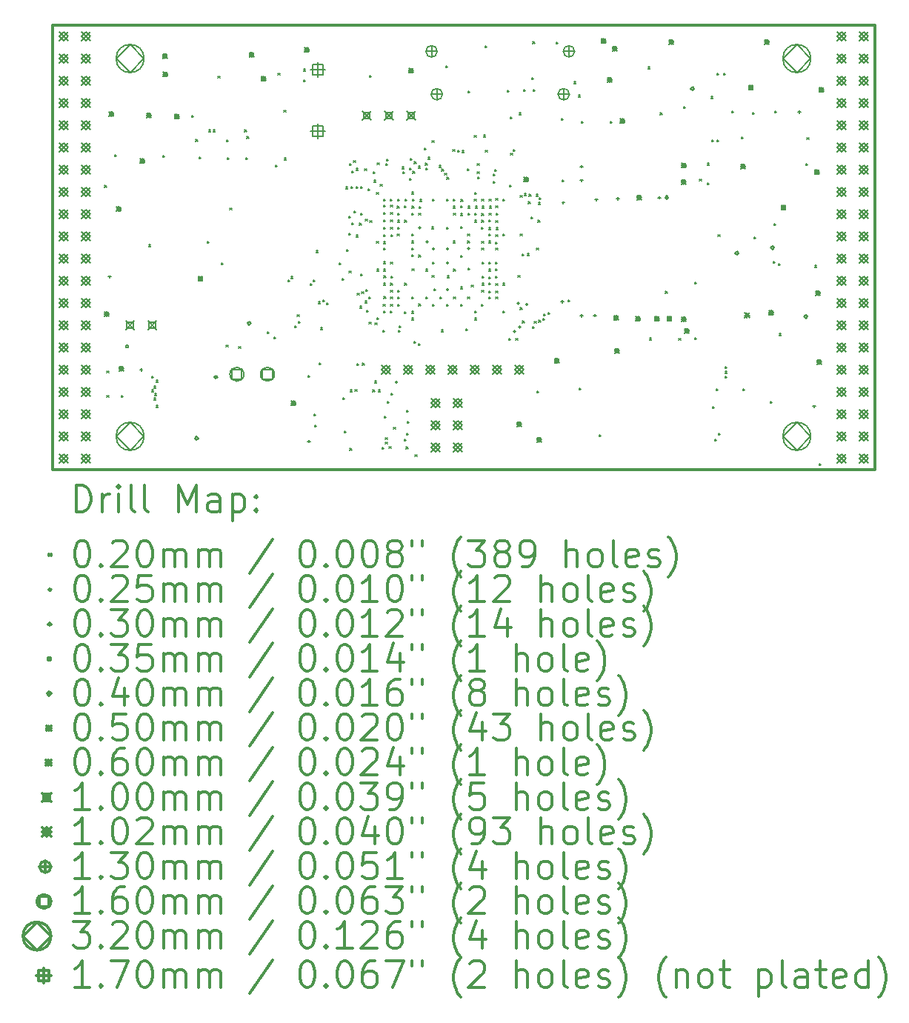
<source format=gbr>
%FSLAX45Y45*%
G04 Gerber Fmt 4.5, Leading zero omitted, Abs format (unit mm)*
G04 Created by KiCad (PCBNEW 5.0.0-rc3+dfsg1-1) date Fri Jul 13 11:48:56 2018*
%MOMM*%
%LPD*%
G01*
G04 APERTURE LIST*
%ADD10C,0.300000*%
%ADD11C,0.200000*%
G04 APERTURE END LIST*
D10*
X9410000Y-6142000D02*
X9410000Y-11222000D01*
X18808000Y-6142000D02*
X9410000Y-6142000D01*
X18808000Y-11222000D02*
X18808000Y-6142000D01*
X9410000Y-11222000D02*
X18808000Y-11222000D01*
D11*
X10009600Y-7973500D02*
X10029600Y-7993500D01*
X10029600Y-7973500D02*
X10009600Y-7993500D01*
X10035000Y-10094400D02*
X10055000Y-10114400D01*
X10055000Y-10094400D02*
X10035000Y-10114400D01*
X10035000Y-10373800D02*
X10055000Y-10393800D01*
X10055000Y-10373800D02*
X10035000Y-10393800D01*
X10125400Y-7619700D02*
X10145400Y-7639700D01*
X10145400Y-7619700D02*
X10125400Y-7639700D01*
X10200100Y-10373800D02*
X10220100Y-10393800D01*
X10220100Y-10373800D02*
X10200100Y-10393800D01*
X10514501Y-8649556D02*
X10534501Y-8669556D01*
X10534501Y-8649556D02*
X10514501Y-8669556D01*
X10545314Y-10310867D02*
X10565314Y-10330867D01*
X10565314Y-10310867D02*
X10545314Y-10330867D01*
X10547276Y-10151849D02*
X10567276Y-10171849D01*
X10567276Y-10151849D02*
X10547276Y-10171849D01*
X10574100Y-10266721D02*
X10594100Y-10286721D01*
X10594100Y-10266721D02*
X10574100Y-10286721D01*
X10574777Y-10403885D02*
X10594777Y-10423885D01*
X10594777Y-10403885D02*
X10574777Y-10423885D01*
X10579048Y-10351357D02*
X10599048Y-10371357D01*
X10599048Y-10351357D02*
X10579048Y-10371357D01*
X10597613Y-10199347D02*
X10617613Y-10219347D01*
X10617613Y-10199347D02*
X10597613Y-10219347D01*
X10598875Y-10487404D02*
X10618875Y-10507404D01*
X10618875Y-10487404D02*
X10598875Y-10507404D01*
X10671500Y-7632400D02*
X10691500Y-7652400D01*
X10691500Y-7632400D02*
X10671500Y-7652400D01*
X11001700Y-7175200D02*
X11021700Y-7195200D01*
X11021700Y-7175200D02*
X11001700Y-7195200D01*
X11049908Y-7448938D02*
X11069908Y-7468938D01*
X11069908Y-7448938D02*
X11049908Y-7468938D01*
X11090600Y-7645100D02*
X11110600Y-7665100D01*
X11110600Y-7645100D02*
X11090600Y-7665100D01*
X11179522Y-8615379D02*
X11199522Y-8635379D01*
X11199522Y-8615379D02*
X11179522Y-8635379D01*
X11197485Y-7337442D02*
X11217485Y-7357442D01*
X11217485Y-7337442D02*
X11197485Y-7357442D01*
X11251427Y-7337442D02*
X11271427Y-7357442D01*
X11271427Y-7337442D02*
X11251427Y-7357442D01*
X11305725Y-6724363D02*
X11325725Y-6744363D01*
X11325725Y-6724363D02*
X11305725Y-6744363D01*
X11344600Y-8857950D02*
X11364600Y-8877950D01*
X11364600Y-8857950D02*
X11344600Y-8877950D01*
X11397399Y-9798805D02*
X11417399Y-9818805D01*
X11417399Y-9798805D02*
X11397399Y-9818805D01*
X11400408Y-7451220D02*
X11420408Y-7471220D01*
X11420408Y-7451220D02*
X11400408Y-7471220D01*
X11408100Y-7657800D02*
X11428100Y-7677800D01*
X11428100Y-7657800D02*
X11408100Y-7677800D01*
X11441393Y-8230943D02*
X11461393Y-8250943D01*
X11461393Y-8230943D02*
X11441393Y-8250943D01*
X11541450Y-9816800D02*
X11561450Y-9836800D01*
X11561450Y-9816800D02*
X11541450Y-9836800D01*
X11609800Y-7337442D02*
X11629800Y-7357442D01*
X11629800Y-7337442D02*
X11609800Y-7357442D01*
X11624000Y-7657800D02*
X11644000Y-7677800D01*
X11644000Y-7657800D02*
X11624000Y-7677800D01*
X11635200Y-7414700D02*
X11655200Y-7434700D01*
X11655200Y-7414700D02*
X11635200Y-7434700D01*
X11869741Y-9643441D02*
X11889741Y-9663441D01*
X11889741Y-9643441D02*
X11869741Y-9663441D01*
X11941500Y-9702500D02*
X11961500Y-9722500D01*
X11961500Y-9702500D02*
X11941500Y-9722500D01*
X11959215Y-7739412D02*
X11979215Y-7759412D01*
X11979215Y-7739412D02*
X11959215Y-7759412D01*
X11990800Y-6690800D02*
X12010800Y-6710800D01*
X12010800Y-6690800D02*
X11990800Y-6710800D01*
X12056498Y-7112736D02*
X12076498Y-7132736D01*
X12076498Y-7112736D02*
X12056498Y-7132736D01*
X12063993Y-7659408D02*
X12083993Y-7679408D01*
X12083993Y-7659408D02*
X12063993Y-7679408D01*
X12106600Y-9054800D02*
X12126600Y-9074800D01*
X12126600Y-9054800D02*
X12106600Y-9074800D01*
X12139415Y-9013562D02*
X12159415Y-9033562D01*
X12159415Y-9013562D02*
X12139415Y-9033562D01*
X12182800Y-9575500D02*
X12202800Y-9595500D01*
X12202800Y-9575500D02*
X12182800Y-9595500D01*
X12210364Y-9448538D02*
X12230364Y-9468538D01*
X12230364Y-9448538D02*
X12210364Y-9468538D01*
X12220900Y-9524700D02*
X12240900Y-9544700D01*
X12240900Y-9524700D02*
X12220900Y-9544700D01*
X12282618Y-6643232D02*
X12302618Y-6663232D01*
X12302618Y-6643232D02*
X12282618Y-6663232D01*
X12284400Y-6768800D02*
X12304400Y-6788800D01*
X12304400Y-6768800D02*
X12284400Y-6788800D01*
X12332545Y-10146435D02*
X12352545Y-10166435D01*
X12352545Y-10146435D02*
X12332545Y-10166435D01*
X12360966Y-9096472D02*
X12380966Y-9116472D01*
X12380966Y-9096472D02*
X12360966Y-9116472D01*
X12391502Y-9053519D02*
X12411502Y-9073519D01*
X12411502Y-9053519D02*
X12391502Y-9073519D01*
X12403550Y-10583350D02*
X12423550Y-10603350D01*
X12423550Y-10583350D02*
X12403550Y-10603350D01*
X12410242Y-10710764D02*
X12430242Y-10730764D01*
X12430242Y-10710764D02*
X12410242Y-10730764D01*
X12426118Y-8717437D02*
X12446118Y-8737437D01*
X12446118Y-8717437D02*
X12426118Y-8737437D01*
X12426118Y-8717437D02*
X12446118Y-8737437D01*
X12446118Y-8717437D02*
X12426118Y-8737437D01*
X12453269Y-9302035D02*
X12473269Y-9322035D01*
X12473269Y-9302035D02*
X12453269Y-9322035D01*
X12460744Y-10002698D02*
X12480744Y-10022698D01*
X12480744Y-10002698D02*
X12460744Y-10022698D01*
X12474902Y-9600287D02*
X12494902Y-9620287D01*
X12494902Y-9600287D02*
X12474902Y-9620287D01*
X12501033Y-9279764D02*
X12521033Y-9299764D01*
X12521033Y-9279764D02*
X12501033Y-9299764D01*
X12542510Y-9313676D02*
X12562510Y-9333676D01*
X12562510Y-9313676D02*
X12542510Y-9333676D01*
X12687018Y-8855931D02*
X12707018Y-8875931D01*
X12707018Y-8855931D02*
X12687018Y-8875931D01*
X12720111Y-9035435D02*
X12740111Y-9055435D01*
X12740111Y-9035435D02*
X12720111Y-9055435D01*
X12731909Y-10397773D02*
X12751909Y-10417773D01*
X12751909Y-10397773D02*
X12731909Y-10417773D01*
X12748660Y-10777504D02*
X12768660Y-10797504D01*
X12768660Y-10777504D02*
X12748660Y-10797504D01*
X12764988Y-7989114D02*
X12784988Y-8009114D01*
X12784988Y-7989114D02*
X12764988Y-8009114D01*
X12771035Y-8708207D02*
X12791035Y-8728207D01*
X12791035Y-8708207D02*
X12771035Y-8728207D01*
X12796207Y-8322888D02*
X12816207Y-8342888D01*
X12816207Y-8322888D02*
X12796207Y-8342888D01*
X12799179Y-8517702D02*
X12819179Y-8537702D01*
X12819179Y-8517702D02*
X12799179Y-8537702D01*
X12803679Y-8951152D02*
X12823679Y-8971152D01*
X12823679Y-8951152D02*
X12803679Y-8971152D01*
X12805201Y-7723267D02*
X12825201Y-7743267D01*
X12825201Y-7723267D02*
X12805201Y-7743267D01*
X12810474Y-10979299D02*
X12830474Y-10999299D01*
X12830474Y-10979299D02*
X12810474Y-10999299D01*
X12814780Y-10310898D02*
X12834780Y-10330898D01*
X12834780Y-10310898D02*
X12814780Y-10330898D01*
X12822879Y-7985310D02*
X12842879Y-8005310D01*
X12842879Y-7985310D02*
X12822879Y-8005310D01*
X12834680Y-7807951D02*
X12854680Y-7827951D01*
X12854680Y-7807951D02*
X12834680Y-7827951D01*
X12835268Y-8401687D02*
X12855268Y-8421687D01*
X12855268Y-8401687D02*
X12835268Y-8421687D01*
X12854493Y-7691566D02*
X12874493Y-7711566D01*
X12874493Y-7691566D02*
X12854493Y-7711566D01*
X12859178Y-8263722D02*
X12879178Y-8283722D01*
X12879178Y-8263722D02*
X12859178Y-8283722D01*
X12870682Y-10308590D02*
X12890682Y-10328590D01*
X12890682Y-10308590D02*
X12870682Y-10328590D01*
X12880857Y-7988548D02*
X12900857Y-8008548D01*
X12900857Y-7988548D02*
X12880857Y-8008548D01*
X12881301Y-8540585D02*
X12901301Y-8560585D01*
X12901301Y-8540585D02*
X12881301Y-8560585D01*
X12886175Y-7777882D02*
X12906175Y-7797882D01*
X12906175Y-7777882D02*
X12886175Y-7797882D01*
X12890520Y-10007480D02*
X12910520Y-10027480D01*
X12910520Y-10007480D02*
X12890520Y-10027480D01*
X12895573Y-9206272D02*
X12915573Y-9226272D01*
X12915573Y-9206272D02*
X12895573Y-9226272D01*
X12920256Y-8405350D02*
X12940256Y-8425350D01*
X12940256Y-8405350D02*
X12920256Y-8425350D01*
X12926203Y-9354578D02*
X12946203Y-9374578D01*
X12946203Y-9354578D02*
X12926203Y-9374578D01*
X12933760Y-7984679D02*
X12953760Y-8004679D01*
X12953760Y-7984679D02*
X12933760Y-8004679D01*
X12934924Y-8983794D02*
X12954924Y-9003794D01*
X12954924Y-8983794D02*
X12934924Y-9003794D01*
X12935809Y-8290406D02*
X12955809Y-8310406D01*
X12955809Y-8290406D02*
X12935809Y-8310406D01*
X12946857Y-9190566D02*
X12966857Y-9210566D01*
X12966857Y-9190566D02*
X12946857Y-9210566D01*
X12956000Y-10005500D02*
X12976000Y-10025500D01*
X12976000Y-10005500D02*
X12956000Y-10025500D01*
X12982095Y-7781082D02*
X13002095Y-7801082D01*
X13002095Y-7781082D02*
X12982095Y-7801082D01*
X12987271Y-9293510D02*
X13007271Y-9313510D01*
X13007271Y-9293510D02*
X12987271Y-9313510D01*
X12989202Y-8359151D02*
X13009202Y-8379151D01*
X13009202Y-8359151D02*
X12989202Y-8379151D01*
X12991955Y-9163298D02*
X13011955Y-9183298D01*
X13011955Y-9163298D02*
X12991955Y-9183298D01*
X13002337Y-9402267D02*
X13022337Y-9422267D01*
X13022337Y-9402267D02*
X13002337Y-9422267D01*
X13017215Y-8013821D02*
X13037215Y-8033821D01*
X13037215Y-8013821D02*
X13017215Y-8033821D01*
X13028454Y-9248473D02*
X13048454Y-9268473D01*
X13048454Y-9248473D02*
X13028454Y-9268473D01*
X13032200Y-9535600D02*
X13052200Y-9555600D01*
X13052200Y-9535600D02*
X13032200Y-9555600D01*
X13033700Y-6718000D02*
X13053700Y-6738000D01*
X13053700Y-6718000D02*
X13033700Y-6738000D01*
X13038793Y-8376986D02*
X13058793Y-8396986D01*
X13058793Y-8376986D02*
X13038793Y-8396986D01*
X13073948Y-10310899D02*
X13093948Y-10330899D01*
X13093948Y-10310899D02*
X13073948Y-10330899D01*
X13077859Y-7815329D02*
X13097859Y-7835329D01*
X13097859Y-7815329D02*
X13077859Y-7835329D01*
X13085264Y-7914901D02*
X13105264Y-7934901D01*
X13105264Y-7914901D02*
X13085264Y-7934901D01*
X13093907Y-10208700D02*
X13113907Y-10228700D01*
X13113907Y-10208700D02*
X13093907Y-10228700D01*
X13098471Y-9546418D02*
X13118471Y-9566418D01*
X13118471Y-9546418D02*
X13098471Y-9566418D01*
X13116430Y-8612711D02*
X13136430Y-8632711D01*
X13136430Y-8612711D02*
X13116430Y-8632711D01*
X13116518Y-8052178D02*
X13136518Y-8072178D01*
X13136518Y-8052178D02*
X13116518Y-8072178D01*
X13117950Y-8930733D02*
X13137950Y-8950733D01*
X13137950Y-8930733D02*
X13117950Y-8950733D01*
X13121616Y-9485914D02*
X13141616Y-9505914D01*
X13141616Y-9485914D02*
X13121616Y-9505914D01*
X13125345Y-7716470D02*
X13145345Y-7736470D01*
X13145345Y-7716470D02*
X13125345Y-7736470D01*
X13135385Y-10310829D02*
X13155385Y-10330829D01*
X13155385Y-10310829D02*
X13135385Y-10330829D01*
X13157757Y-7959799D02*
X13177757Y-7979799D01*
X13177757Y-7959799D02*
X13157757Y-7979799D01*
X13178250Y-10964350D02*
X13198250Y-10984350D01*
X13198250Y-10964350D02*
X13178250Y-10984350D01*
X13188633Y-9630479D02*
X13208633Y-9650479D01*
X13208633Y-9630479D02*
X13188633Y-9650479D01*
X13193199Y-9330000D02*
X13213199Y-9350000D01*
X13213199Y-9330000D02*
X13193199Y-9350000D01*
X13197562Y-8931064D02*
X13217562Y-8951064D01*
X13217562Y-8931064D02*
X13197562Y-8951064D01*
X13197734Y-9090201D02*
X13217734Y-9110201D01*
X13217734Y-9090201D02*
X13197734Y-9110201D01*
X13197902Y-8284734D02*
X13217902Y-8304734D01*
X13217902Y-8284734D02*
X13197902Y-8304734D01*
X13197999Y-8200333D02*
X13217999Y-8220333D01*
X13217999Y-8200333D02*
X13197999Y-8220333D01*
X13198000Y-8690000D02*
X13218000Y-8710000D01*
X13218000Y-8690000D02*
X13198000Y-8710000D01*
X13198000Y-9410000D02*
X13218000Y-9430000D01*
X13218000Y-9410000D02*
X13198000Y-9430000D01*
X13198303Y-8616041D02*
X13218303Y-8636041D01*
X13218303Y-8616041D02*
X13198303Y-8636041D01*
X13198368Y-8369136D02*
X13218368Y-8389136D01*
X13218368Y-8369136D02*
X13198368Y-8389136D01*
X13198405Y-8845827D02*
X13218405Y-8865827D01*
X13218405Y-8845827D02*
X13198405Y-8865827D01*
X13198801Y-8130801D02*
X13218801Y-8150801D01*
X13218801Y-8130801D02*
X13198801Y-8150801D01*
X13198979Y-8537938D02*
X13218979Y-8557938D01*
X13218979Y-8537938D02*
X13198979Y-8557938D01*
X13199289Y-8453537D02*
X13219289Y-8473537D01*
X13219289Y-8453537D02*
X13199289Y-8473537D01*
X13200000Y-9005799D02*
X13220000Y-9025799D01*
X13220000Y-9005799D02*
X13200000Y-9025799D01*
X13201075Y-9242748D02*
X13221075Y-9262748D01*
X13221075Y-9242748D02*
X13201075Y-9262748D01*
X13206286Y-10608587D02*
X13226286Y-10628587D01*
X13226286Y-10608587D02*
X13206286Y-10628587D01*
X13217511Y-10908296D02*
X13237511Y-10928296D01*
X13237511Y-10908296D02*
X13217511Y-10928296D01*
X13218833Y-10855612D02*
X13238833Y-10875612D01*
X13238833Y-10855612D02*
X13218833Y-10875612D01*
X13220903Y-7724256D02*
X13240903Y-7744256D01*
X13240903Y-7724256D02*
X13220903Y-7744256D01*
X13232873Y-7672932D02*
X13252873Y-7692932D01*
X13252873Y-7672932D02*
X13232873Y-7692932D01*
X13236800Y-10440341D02*
X13256800Y-10460341D01*
X13256800Y-10440341D02*
X13236800Y-10460341D01*
X13260800Y-10958000D02*
X13280800Y-10978000D01*
X13280800Y-10958000D02*
X13260800Y-10978000D01*
X13272048Y-8130098D02*
X13292048Y-8150098D01*
X13292048Y-8130098D02*
X13272048Y-8150098D01*
X13274623Y-9409707D02*
X13294623Y-9429707D01*
X13294623Y-9409707D02*
X13274623Y-9429707D01*
X13277261Y-8284735D02*
X13297261Y-8304735D01*
X13297261Y-8284735D02*
X13277261Y-8304735D01*
X13278000Y-8200334D02*
X13298000Y-8220334D01*
X13298000Y-8200334D02*
X13278000Y-8220334D01*
X13278000Y-8850000D02*
X13298000Y-8870000D01*
X13298000Y-8850000D02*
X13278000Y-8870000D01*
X13278000Y-9090000D02*
X13298000Y-9110000D01*
X13298000Y-9090000D02*
X13278000Y-9110000D01*
X13278000Y-9170000D02*
X13298000Y-9190000D01*
X13298000Y-9170000D02*
X13278000Y-9190000D01*
X13278000Y-9250000D02*
X13298000Y-9270000D01*
X13298000Y-9250000D02*
X13278000Y-9270000D01*
X13278000Y-9330000D02*
X13298000Y-9350000D01*
X13298000Y-9330000D02*
X13278000Y-9350000D01*
X13278175Y-8369136D02*
X13298175Y-8389136D01*
X13298175Y-8369136D02*
X13278175Y-8389136D01*
X13278218Y-8453537D02*
X13298218Y-8473537D01*
X13298218Y-8453537D02*
X13278218Y-8473537D01*
X13279688Y-8536938D02*
X13299688Y-8556938D01*
X13299688Y-8536938D02*
X13279688Y-8556938D01*
X13280000Y-9008000D02*
X13300000Y-9028000D01*
X13300000Y-9008000D02*
X13280000Y-9028000D01*
X13282849Y-10350134D02*
X13302849Y-10370134D01*
X13302849Y-10350134D02*
X13282849Y-10370134D01*
X13311600Y-10736500D02*
X13331600Y-10756500D01*
X13331600Y-10736500D02*
X13311600Y-10756500D01*
X13352314Y-8526642D02*
X13372314Y-8546642D01*
X13372314Y-8526642D02*
X13352314Y-8546642D01*
X13354839Y-8209060D02*
X13374839Y-8229060D01*
X13374839Y-8209060D02*
X13354839Y-8229060D01*
X13356449Y-8131468D02*
X13376449Y-8151468D01*
X13376449Y-8131468D02*
X13356449Y-8151468D01*
X13357194Y-8449520D02*
X13377194Y-8469520D01*
X13377194Y-8449520D02*
X13357194Y-8469520D01*
X13358000Y-8290000D02*
X13378000Y-8310000D01*
X13378000Y-8290000D02*
X13358000Y-8310000D01*
X13358000Y-8370000D02*
X13378000Y-8390000D01*
X13378000Y-8370000D02*
X13358000Y-8390000D01*
X13358000Y-9170000D02*
X13378000Y-9190000D01*
X13378000Y-9170000D02*
X13358000Y-9190000D01*
X13358000Y-9250000D02*
X13378000Y-9270000D01*
X13378000Y-9250000D02*
X13358000Y-9270000D01*
X13358548Y-9330230D02*
X13378548Y-9350230D01*
X13378548Y-9330230D02*
X13358548Y-9350230D01*
X13366285Y-9629515D02*
X13386285Y-9649515D01*
X13386285Y-9629515D02*
X13366285Y-9649515D01*
X13375239Y-9577580D02*
X13395239Y-9597580D01*
X13395239Y-9577580D02*
X13375239Y-9597580D01*
X13407730Y-7762109D02*
X13427730Y-7782109D01*
X13427730Y-7762109D02*
X13407730Y-7782109D01*
X13415018Y-7815381D02*
X13435018Y-7835381D01*
X13435018Y-7815381D02*
X13415018Y-7835381D01*
X13433398Y-8208015D02*
X13453398Y-8228015D01*
X13453398Y-8208015D02*
X13433398Y-8228015D01*
X13435582Y-9416717D02*
X13455582Y-9436717D01*
X13455582Y-9416717D02*
X13435582Y-9436717D01*
X13436400Y-10874197D02*
X13456400Y-10894197D01*
X13456400Y-10874197D02*
X13436400Y-10894197D01*
X13438000Y-8370000D02*
X13458000Y-8390000D01*
X13458000Y-8370000D02*
X13438000Y-8390000D01*
X13438000Y-9090000D02*
X13458000Y-9110000D01*
X13458000Y-9090000D02*
X13438000Y-9110000D01*
X13440850Y-8130675D02*
X13460850Y-8150675D01*
X13460850Y-8130675D02*
X13440850Y-8150675D01*
X13453687Y-10961995D02*
X13473687Y-10981995D01*
X13473687Y-10961995D02*
X13453687Y-10981995D01*
X13457587Y-10803159D02*
X13477587Y-10823159D01*
X13477587Y-10803159D02*
X13457587Y-10823159D01*
X13460735Y-10540845D02*
X13480735Y-10560845D01*
X13480735Y-10540845D02*
X13460735Y-10560845D01*
X13465065Y-10671051D02*
X13485065Y-10691051D01*
X13485065Y-10671051D02*
X13465065Y-10691051D01*
X13492132Y-7892495D02*
X13512132Y-7912495D01*
X13512132Y-7892495D02*
X13492132Y-7912495D01*
X13493478Y-7773120D02*
X13513478Y-7793120D01*
X13513478Y-7773120D02*
X13493478Y-7793120D01*
X13502968Y-7663013D02*
X13522968Y-7683013D01*
X13522968Y-7663013D02*
X13502968Y-7683013D01*
X13516300Y-8762700D02*
X13536300Y-8782700D01*
X13536300Y-8762700D02*
X13516300Y-8782700D01*
X13518000Y-8292201D02*
X13538000Y-8312201D01*
X13538000Y-8292201D02*
X13518000Y-8312201D01*
X13518000Y-8530000D02*
X13538000Y-8550000D01*
X13538000Y-8530000D02*
X13518000Y-8550000D01*
X13518000Y-8610000D02*
X13538000Y-8630000D01*
X13538000Y-8610000D02*
X13518000Y-8630000D01*
X13518000Y-8690000D02*
X13538000Y-8710000D01*
X13538000Y-8690000D02*
X13518000Y-8710000D01*
X13518000Y-9250000D02*
X13538000Y-9270000D01*
X13538000Y-9250000D02*
X13518000Y-9270000D01*
X13518128Y-8048312D02*
X13538128Y-8068312D01*
X13538128Y-8048312D02*
X13518128Y-8068312D01*
X13518463Y-9488530D02*
X13538463Y-9508530D01*
X13538463Y-9488530D02*
X13518463Y-9508530D01*
X13518862Y-9412562D02*
X13538862Y-9432562D01*
X13538862Y-9412562D02*
X13518862Y-9432562D01*
X13521538Y-8209385D02*
X13541538Y-8229385D01*
X13541538Y-8209385D02*
X13521538Y-8229385D01*
X13524276Y-8928163D02*
X13544276Y-8948163D01*
X13544276Y-8928163D02*
X13524276Y-8948163D01*
X13525957Y-8129544D02*
X13545957Y-8149544D01*
X13545957Y-8129544D02*
X13525957Y-8149544D01*
X13531439Y-7812965D02*
X13551439Y-7832965D01*
X13551439Y-7812965D02*
X13531439Y-7832965D01*
X13541700Y-9753300D02*
X13561700Y-9773300D01*
X13561700Y-9753300D02*
X13541700Y-9773300D01*
X13548770Y-7704070D02*
X13568770Y-7724070D01*
X13568770Y-7704070D02*
X13548770Y-7724070D01*
X13555656Y-11051071D02*
X13575656Y-11071071D01*
X13575656Y-11051071D02*
X13555656Y-11071071D01*
X13594882Y-7754550D02*
X13614882Y-7774550D01*
X13614882Y-7754550D02*
X13594882Y-7774550D01*
X13595027Y-9781423D02*
X13615027Y-9801423D01*
X13615027Y-9781423D02*
X13595027Y-9801423D01*
X13598000Y-8290000D02*
X13618000Y-8310000D01*
X13618000Y-8290000D02*
X13598000Y-8310000D01*
X13598000Y-8770000D02*
X13618000Y-8790000D01*
X13618000Y-8770000D02*
X13598000Y-8790000D01*
X13599596Y-9326965D02*
X13619596Y-9346965D01*
X13619596Y-9326965D02*
X13599596Y-9346965D01*
X13602455Y-8216004D02*
X13622455Y-8236004D01*
X13622455Y-8216004D02*
X13602455Y-8236004D01*
X13613334Y-8133723D02*
X13633334Y-8153723D01*
X13633334Y-8133723D02*
X13613334Y-8153723D01*
X13664259Y-7547941D02*
X13684259Y-7567941D01*
X13684259Y-7547941D02*
X13664259Y-7567941D01*
X13676320Y-7718760D02*
X13696320Y-7738760D01*
X13696320Y-7718760D02*
X13676320Y-7738760D01*
X13678000Y-8930000D02*
X13698000Y-8950000D01*
X13698000Y-8930000D02*
X13678000Y-8950000D01*
X13678000Y-9250000D02*
X13698000Y-9270000D01*
X13698000Y-9250000D02*
X13678000Y-9270000D01*
X13679461Y-7776107D02*
X13699461Y-7796107D01*
X13699461Y-7776107D02*
X13679461Y-7796107D01*
X13707437Y-7652487D02*
X13727437Y-7672487D01*
X13727437Y-7652487D02*
X13707437Y-7672487D01*
X13745078Y-8447729D02*
X13765078Y-8467729D01*
X13765078Y-8447729D02*
X13745078Y-8467729D01*
X13752489Y-9002290D02*
X13772489Y-9022290D01*
X13772489Y-9002290D02*
X13752489Y-9022290D01*
X13752520Y-7459680D02*
X13772520Y-7479680D01*
X13772520Y-7459680D02*
X13752520Y-7479680D01*
X13758000Y-8130000D02*
X13778000Y-8150000D01*
X13778000Y-8130000D02*
X13758000Y-8150000D01*
X13758000Y-8850000D02*
X13778000Y-8870000D01*
X13778000Y-8850000D02*
X13758000Y-8870000D01*
X13758000Y-9330000D02*
X13778000Y-9350000D01*
X13778000Y-9330000D02*
X13758000Y-9350000D01*
X13770300Y-9156400D02*
X13790300Y-9176400D01*
X13790300Y-9156400D02*
X13770300Y-9176400D01*
X13830592Y-7745154D02*
X13850592Y-7765154D01*
X13850592Y-7745154D02*
X13830592Y-7765154D01*
X13838000Y-9250000D02*
X13858000Y-9270000D01*
X13858000Y-9250000D02*
X13838000Y-9270000D01*
X13857700Y-9624500D02*
X13877700Y-9644500D01*
X13877700Y-9624500D02*
X13857700Y-9644500D01*
X13862293Y-7788159D02*
X13882293Y-7808159D01*
X13882293Y-7788159D02*
X13862293Y-7808159D01*
X13893994Y-7831909D02*
X13913994Y-7851909D01*
X13913994Y-7831909D02*
X13893994Y-7851909D01*
X13910000Y-6603700D02*
X13930000Y-6623700D01*
X13930000Y-6603700D02*
X13910000Y-6623700D01*
X13917252Y-8451135D02*
X13937252Y-8471135D01*
X13937252Y-8451135D02*
X13917252Y-8471135D01*
X13918000Y-8130000D02*
X13938000Y-8150000D01*
X13938000Y-8130000D02*
X13918000Y-8150000D01*
X13918000Y-9330000D02*
X13938000Y-9350000D01*
X13938000Y-9330000D02*
X13918000Y-9350000D01*
X13921466Y-7881869D02*
X13941466Y-7901869D01*
X13941466Y-7881869D02*
X13921466Y-7901869D01*
X13922232Y-9006404D02*
X13942232Y-9026404D01*
X13942232Y-9006404D02*
X13922232Y-9026404D01*
X13989274Y-7564800D02*
X14009274Y-7584800D01*
X14009274Y-7564800D02*
X13989274Y-7584800D01*
X13991460Y-8609297D02*
X14011460Y-8629297D01*
X14011460Y-8609297D02*
X13991460Y-8629297D01*
X13992898Y-8130000D02*
X14012898Y-8150000D01*
X14012898Y-8130000D02*
X13992898Y-8150000D01*
X13992898Y-8210000D02*
X14012898Y-8230000D01*
X14012898Y-8210000D02*
X13992898Y-8230000D01*
X13996000Y-8292000D02*
X14016000Y-8312000D01*
X14016000Y-8292000D02*
X13996000Y-8312000D01*
X13998000Y-8930000D02*
X14018000Y-8950000D01*
X14018000Y-8930000D02*
X13998000Y-8950000D01*
X13998000Y-9250000D02*
X14018000Y-9270000D01*
X14018000Y-9250000D02*
X13998000Y-9270000D01*
X14041773Y-7569399D02*
X14061773Y-7589399D01*
X14061773Y-7569399D02*
X14041773Y-7589399D01*
X14076133Y-8294127D02*
X14096133Y-8314127D01*
X14096133Y-8294127D02*
X14076133Y-8314127D01*
X14077299Y-8207716D02*
X14097299Y-8227716D01*
X14097299Y-8207716D02*
X14077299Y-8227716D01*
X14077419Y-9133335D02*
X14097419Y-9153335D01*
X14097419Y-9133335D02*
X14077419Y-9153335D01*
X14077693Y-8445254D02*
X14097693Y-8465254D01*
X14097693Y-8445254D02*
X14077693Y-8465254D01*
X14078000Y-9330000D02*
X14098000Y-9350000D01*
X14098000Y-9330000D02*
X14078000Y-9350000D01*
X14079623Y-8771623D02*
X14099623Y-8791623D01*
X14099623Y-8771623D02*
X14079623Y-8791623D01*
X14082264Y-8134744D02*
X14102264Y-8154744D01*
X14102264Y-8134744D02*
X14082264Y-8154744D01*
X14094211Y-7574661D02*
X14114211Y-7594661D01*
X14114211Y-7574661D02*
X14094211Y-7594661D01*
X14137100Y-9611800D02*
X14157100Y-9631800D01*
X14157100Y-9611800D02*
X14137100Y-9631800D01*
X14152481Y-7781450D02*
X14172481Y-7801450D01*
X14172481Y-7781450D02*
X14152481Y-7801450D01*
X14158000Y-8530000D02*
X14178000Y-8550000D01*
X14178000Y-8530000D02*
X14158000Y-8550000D01*
X14158000Y-8610000D02*
X14178000Y-8630000D01*
X14178000Y-8610000D02*
X14158000Y-8630000D01*
X14158000Y-9250000D02*
X14178000Y-9270000D01*
X14178000Y-9250000D02*
X14158000Y-9270000D01*
X14162701Y-8209494D02*
X14182701Y-8229494D01*
X14182701Y-8209494D02*
X14162701Y-8229494D01*
X14162701Y-8289887D02*
X14182701Y-8309887D01*
X14182701Y-8289887D02*
X14162701Y-8309887D01*
X14164000Y-8915099D02*
X14184000Y-8935099D01*
X14184000Y-8915099D02*
X14164000Y-8935099D01*
X14164285Y-6893836D02*
X14184285Y-6913836D01*
X14184285Y-6893836D02*
X14164285Y-6913836D01*
X14200722Y-9110102D02*
X14220722Y-9130102D01*
X14220722Y-9110102D02*
X14200722Y-9130102D01*
X14233699Y-7403800D02*
X14253699Y-7423800D01*
X14253699Y-7403800D02*
X14233699Y-7423800D01*
X14235032Y-8132000D02*
X14255032Y-8152000D01*
X14255032Y-8132000D02*
X14235032Y-8152000D01*
X14236000Y-8052000D02*
X14256000Y-8072000D01*
X14256000Y-8052000D02*
X14236000Y-8072000D01*
X14236000Y-8292000D02*
X14256000Y-8312000D01*
X14256000Y-8292000D02*
X14236000Y-8312000D01*
X14238000Y-8370000D02*
X14258000Y-8390000D01*
X14258000Y-8370000D02*
X14238000Y-8390000D01*
X14238000Y-9410000D02*
X14258000Y-9430000D01*
X14258000Y-9410000D02*
X14238000Y-9430000D01*
X14238000Y-9490000D02*
X14258000Y-9510000D01*
X14258000Y-9490000D02*
X14238000Y-9510000D01*
X14247102Y-8210435D02*
X14267102Y-8230435D01*
X14267102Y-8210435D02*
X14247102Y-8230435D01*
X14268441Y-7818307D02*
X14288441Y-7838307D01*
X14288441Y-7818307D02*
X14268441Y-7838307D01*
X14268583Y-7724192D02*
X14288583Y-7744192D01*
X14288583Y-7724192D02*
X14268583Y-7744192D01*
X14271130Y-7874603D02*
X14291130Y-7894603D01*
X14291130Y-7874603D02*
X14271130Y-7894603D01*
X14316000Y-8452000D02*
X14336000Y-8472000D01*
X14336000Y-8452000D02*
X14316000Y-8472000D01*
X14316969Y-9331491D02*
X14336969Y-9351491D01*
X14336969Y-9331491D02*
X14316969Y-9351491D01*
X14318000Y-8370000D02*
X14338000Y-8390000D01*
X14338000Y-8370000D02*
X14318000Y-8390000D01*
X14318000Y-8690000D02*
X14338000Y-8710000D01*
X14338000Y-8690000D02*
X14318000Y-8710000D01*
X14318000Y-9170000D02*
X14338000Y-9190000D01*
X14338000Y-9170000D02*
X14318000Y-9190000D01*
X14318740Y-8294201D02*
X14338740Y-8314201D01*
X14338740Y-8294201D02*
X14318740Y-8314201D01*
X14319433Y-8127729D02*
X14339433Y-8147729D01*
X14339433Y-8127729D02*
X14319433Y-8147729D01*
X14320000Y-8612000D02*
X14340000Y-8632000D01*
X14340000Y-8612000D02*
X14320000Y-8632000D01*
X14322201Y-8849503D02*
X14342201Y-8869503D01*
X14342201Y-8849503D02*
X14322201Y-8869503D01*
X14322201Y-9010195D02*
X14342201Y-9030195D01*
X14342201Y-9010195D02*
X14322201Y-9030195D01*
X14322201Y-9090066D02*
X14342201Y-9110066D01*
X14342201Y-9090066D02*
X14322201Y-9110066D01*
X14323265Y-8209799D02*
X14343265Y-8229799D01*
X14343265Y-8209799D02*
X14323265Y-8229799D01*
X14341800Y-7397450D02*
X14361800Y-7417450D01*
X14361800Y-7397450D02*
X14341800Y-7417450D01*
X14355067Y-6376252D02*
X14375067Y-6396252D01*
X14375067Y-6376252D02*
X14355067Y-6396252D01*
X14360888Y-7571730D02*
X14380888Y-7591730D01*
X14380888Y-7571730D02*
X14360888Y-7591730D01*
X14396483Y-9177765D02*
X14416483Y-9197765D01*
X14416483Y-9177765D02*
X14396483Y-9197765D01*
X14397624Y-8929530D02*
X14417624Y-8949530D01*
X14417624Y-8929530D02*
X14397624Y-8949530D01*
X14397701Y-9016697D02*
X14417701Y-9036697D01*
X14417701Y-9016697D02*
X14397701Y-9036697D01*
X14398000Y-8610000D02*
X14418000Y-8630000D01*
X14418000Y-8610000D02*
X14398000Y-8630000D01*
X14398000Y-9085650D02*
X14418000Y-9105650D01*
X14418000Y-9085650D02*
X14398000Y-9105650D01*
X14398283Y-8848451D02*
X14418283Y-8868451D01*
X14418283Y-8848451D02*
X14398283Y-8868451D01*
X14400201Y-8529722D02*
X14420201Y-8549722D01*
X14420201Y-8529722D02*
X14400201Y-8549722D01*
X14400319Y-8367799D02*
X14420319Y-8387799D01*
X14420319Y-8367799D02*
X14400319Y-8387799D01*
X14400350Y-8456040D02*
X14420350Y-8476040D01*
X14420350Y-8456040D02*
X14400350Y-8476040D01*
X14401325Y-9248876D02*
X14421325Y-9268876D01*
X14421325Y-9248876D02*
X14401325Y-9268876D01*
X14403141Y-8290000D02*
X14423141Y-8310000D01*
X14423141Y-8290000D02*
X14403141Y-8310000D01*
X14403835Y-8128377D02*
X14423835Y-8148377D01*
X14423835Y-8128377D02*
X14403835Y-8148377D01*
X14407666Y-8210000D02*
X14427666Y-8230000D01*
X14427666Y-8210000D02*
X14407666Y-8230000D01*
X14450634Y-7841735D02*
X14470634Y-7861735D01*
X14470634Y-7841735D02*
X14450634Y-7861735D01*
X14450634Y-7926136D02*
X14470634Y-7946136D01*
X14470634Y-7926136D02*
X14450634Y-7946136D01*
X14469153Y-7792394D02*
X14489153Y-7812394D01*
X14489153Y-7792394D02*
X14469153Y-7812394D01*
X14475676Y-8924990D02*
X14495676Y-8944990D01*
X14495676Y-8924990D02*
X14475676Y-8944990D01*
X14476724Y-9009392D02*
X14496724Y-9029392D01*
X14496724Y-9009392D02*
X14476724Y-9029392D01*
X14477515Y-8619275D02*
X14497515Y-8639275D01*
X14497515Y-8619275D02*
X14477515Y-8639275D01*
X14477765Y-8852201D02*
X14497765Y-8872201D01*
X14497765Y-8852201D02*
X14477765Y-8872201D01*
X14478235Y-9247799D02*
X14498235Y-9267799D01*
X14498235Y-9247799D02*
X14478235Y-9267799D01*
X14478778Y-8123192D02*
X14498778Y-8143192D01*
X14498778Y-8123192D02*
X14478778Y-8143192D01*
X14478812Y-8207593D02*
X14498812Y-8227593D01*
X14498812Y-8207593D02*
X14478812Y-8227593D01*
X14478935Y-8534874D02*
X14498935Y-8554874D01*
X14498935Y-8534874D02*
X14478935Y-8554874D01*
X14479160Y-9178194D02*
X14499160Y-9198194D01*
X14499160Y-9178194D02*
X14479160Y-9198194D01*
X14479432Y-8687756D02*
X14499432Y-8707756D01*
X14499432Y-8687756D02*
X14479432Y-8707756D01*
X14479670Y-8376395D02*
X14499670Y-8396395D01*
X14499670Y-8376395D02*
X14479670Y-8396395D01*
X14480294Y-9093793D02*
X14500294Y-9113793D01*
X14500294Y-9093793D02*
X14480294Y-9113793D01*
X14481241Y-8455796D02*
X14501241Y-8475796D01*
X14501241Y-8455796D02*
X14481241Y-8475796D01*
X14481689Y-8291994D02*
X14501689Y-8311994D01*
X14501689Y-8291994D02*
X14481689Y-8311994D01*
X14557281Y-8529606D02*
X14577281Y-8549606D01*
X14577281Y-8529606D02*
X14557281Y-8549606D01*
X14558000Y-8130512D02*
X14578000Y-8150512D01*
X14578000Y-8130512D02*
X14558000Y-8150512D01*
X14558739Y-9089665D02*
X14578739Y-9109665D01*
X14578739Y-9089665D02*
X14558739Y-9109665D01*
X14559124Y-9406675D02*
X14579124Y-9426675D01*
X14579124Y-9406675D02*
X14559124Y-9426675D01*
X14613342Y-6884608D02*
X14633342Y-6904608D01*
X14633342Y-6884608D02*
X14613342Y-6904608D01*
X14629479Y-9723392D02*
X14649479Y-9743392D01*
X14649479Y-9723392D02*
X14629479Y-9743392D01*
X14638141Y-7971938D02*
X14658141Y-7991938D01*
X14658141Y-7971938D02*
X14638141Y-7991938D01*
X14646600Y-7187900D02*
X14666600Y-7207900D01*
X14666600Y-7187900D02*
X14646600Y-7207900D01*
X14648744Y-7607406D02*
X14668744Y-7627406D01*
X14668744Y-7607406D02*
X14648744Y-7627406D01*
X14680980Y-7560789D02*
X14700980Y-7580789D01*
X14700980Y-7560789D02*
X14680980Y-7580789D01*
X14707598Y-9723392D02*
X14727598Y-9743392D01*
X14727598Y-9723392D02*
X14707598Y-9743392D01*
X14733095Y-9001248D02*
X14753095Y-9021248D01*
X14753095Y-9001248D02*
X14733095Y-9021248D01*
X14748200Y-7143450D02*
X14768200Y-7163450D01*
X14768200Y-7143450D02*
X14748200Y-7163450D01*
X14758739Y-8527409D02*
X14778739Y-8547409D01*
X14778739Y-8527409D02*
X14758739Y-8547409D01*
X14758831Y-8088311D02*
X14778831Y-8108311D01*
X14778831Y-8088311D02*
X14758831Y-8108311D01*
X14760000Y-9372000D02*
X14780000Y-9392000D01*
X14780000Y-9372000D02*
X14760000Y-9392000D01*
X14781079Y-8758342D02*
X14801079Y-8778342D01*
X14801079Y-8758342D02*
X14781079Y-8778342D01*
X14782886Y-9523902D02*
X14802886Y-9543902D01*
X14802886Y-9523902D02*
X14782886Y-9543902D01*
X14799000Y-6876750D02*
X14819000Y-6896750D01*
X14819000Y-6876750D02*
X14799000Y-6896750D01*
X14807525Y-8068155D02*
X14827525Y-8088155D01*
X14827525Y-8068155D02*
X14807525Y-8088155D01*
X14838354Y-8752346D02*
X14858354Y-8772346D01*
X14858354Y-8752346D02*
X14838354Y-8772346D01*
X14851066Y-8160586D02*
X14871066Y-8180586D01*
X14871066Y-8160586D02*
X14851066Y-8180586D01*
X14859611Y-8076185D02*
X14879611Y-8096185D01*
X14879611Y-8076185D02*
X14859611Y-8096185D01*
X14882151Y-8334201D02*
X14902151Y-8354201D01*
X14902151Y-8334201D02*
X14882151Y-8354201D01*
X14887900Y-6742997D02*
X14907900Y-6762997D01*
X14907900Y-6742997D02*
X14887900Y-6762997D01*
X14899100Y-9586400D02*
X14919100Y-9606400D01*
X14919100Y-9586400D02*
X14899100Y-9606400D01*
X14903412Y-6332405D02*
X14923412Y-6352405D01*
X14923412Y-6332405D02*
X14903412Y-6352405D01*
X14906950Y-6876750D02*
X14926950Y-6896750D01*
X14926950Y-6876750D02*
X14906950Y-6896750D01*
X14918439Y-9527799D02*
X14938439Y-9547799D01*
X14938439Y-9527799D02*
X14918439Y-9547799D01*
X14942722Y-8073801D02*
X14962722Y-8093801D01*
X14962722Y-8073801D02*
X14942722Y-8093801D01*
X14945314Y-8688944D02*
X14965314Y-8708944D01*
X14965314Y-8688944D02*
X14945314Y-8708944D01*
X14947728Y-10322085D02*
X14967728Y-10342085D01*
X14967728Y-10322085D02*
X14947728Y-10342085D01*
X14963249Y-8370769D02*
X14983249Y-8390769D01*
X14983249Y-8370769D02*
X14963249Y-8390769D01*
X14968729Y-8167499D02*
X14988729Y-8187499D01*
X14988729Y-8167499D02*
X14968729Y-8187499D01*
X14969589Y-9515108D02*
X14989589Y-9535108D01*
X14989589Y-9515108D02*
X14969589Y-9535108D01*
X14975319Y-8115211D02*
X14995319Y-8135211D01*
X14995319Y-8115211D02*
X14975319Y-8135211D01*
X15017890Y-9494025D02*
X15037890Y-9514025D01*
X15037890Y-9494025D02*
X15017890Y-9514025D01*
X15024597Y-9441753D02*
X15044597Y-9461753D01*
X15044597Y-9441753D02*
X15024597Y-9461753D01*
X15078921Y-9423257D02*
X15098921Y-9443257D01*
X15098921Y-9423257D02*
X15078921Y-9443257D01*
X15167300Y-6337000D02*
X15187300Y-6357000D01*
X15187300Y-6337000D02*
X15167300Y-6357000D01*
X15230800Y-7206950D02*
X15250800Y-7226950D01*
X15250800Y-7206950D02*
X15230800Y-7226950D01*
X15239707Y-7909347D02*
X15259707Y-7929347D01*
X15259707Y-7909347D02*
X15239707Y-7929347D01*
X15305500Y-9281600D02*
X15325500Y-9301600D01*
X15325500Y-9281600D02*
X15305500Y-9301600D01*
X15370500Y-6789627D02*
X15390500Y-6809627D01*
X15390500Y-6789627D02*
X15370500Y-6809627D01*
X15421300Y-6940250D02*
X15441300Y-6960250D01*
X15441300Y-6940250D02*
X15421300Y-6960250D01*
X15432558Y-10288777D02*
X15452558Y-10308777D01*
X15452558Y-10288777D02*
X15432558Y-10308777D01*
X15459400Y-7238700D02*
X15479400Y-7258700D01*
X15479400Y-7238700D02*
X15459400Y-7258700D01*
X15662600Y-10820100D02*
X15682600Y-10840100D01*
X15682600Y-10820100D02*
X15662600Y-10840100D01*
X15789600Y-7238700D02*
X15809600Y-7258700D01*
X15809600Y-7238700D02*
X15789600Y-7258700D01*
X16217147Y-6618496D02*
X16237147Y-6638496D01*
X16237147Y-6618496D02*
X16217147Y-6638496D01*
X16234100Y-9717000D02*
X16254100Y-9737000D01*
X16254100Y-9717000D02*
X16234100Y-9737000D01*
X16360322Y-7144216D02*
X16380322Y-7164216D01*
X16380322Y-7144216D02*
X16360322Y-7164216D01*
X16418510Y-9184590D02*
X16438510Y-9204590D01*
X16438510Y-9184590D02*
X16418510Y-9204590D01*
X16570337Y-9724488D02*
X16590337Y-9744488D01*
X16590337Y-9724488D02*
X16570337Y-9744488D01*
X16625348Y-7073546D02*
X16645348Y-7093546D01*
X16645348Y-7073546D02*
X16625348Y-7093546D01*
X16754800Y-9080200D02*
X16774800Y-9100200D01*
X16774800Y-9080200D02*
X16754800Y-9100200D01*
X16754800Y-9715200D02*
X16774800Y-9735200D01*
X16774800Y-9715200D02*
X16754800Y-9735200D01*
X16806644Y-7900804D02*
X16826644Y-7920804D01*
X16826644Y-7900804D02*
X16806644Y-7920804D01*
X16894500Y-7718000D02*
X16914500Y-7738000D01*
X16914500Y-7718000D02*
X16894500Y-7738000D01*
X16894500Y-7943550D02*
X16914500Y-7963550D01*
X16914500Y-7943550D02*
X16894500Y-7963550D01*
X16941704Y-6958649D02*
X16961704Y-6978649D01*
X16961704Y-6958649D02*
X16941704Y-6978649D01*
X16945300Y-7454600D02*
X16965300Y-7474600D01*
X16965300Y-7454600D02*
X16945300Y-7474600D01*
X16958000Y-10502600D02*
X16978000Y-10522600D01*
X16978000Y-10502600D02*
X16958000Y-10522600D01*
X16983400Y-10870900D02*
X17003400Y-10890900D01*
X17003400Y-10870900D02*
X16983400Y-10890900D01*
X16996100Y-10299400D02*
X17016100Y-10319400D01*
X17016100Y-10299400D02*
X16996100Y-10319400D01*
X17008800Y-6692600D02*
X17028800Y-6712600D01*
X17028800Y-6692600D02*
X17008800Y-6712600D01*
X17008800Y-7454600D02*
X17028800Y-7474600D01*
X17028800Y-7454600D02*
X17008800Y-7474600D01*
X17020954Y-8534153D02*
X17040954Y-8554153D01*
X17040954Y-8534153D02*
X17020954Y-8554153D01*
X17021500Y-10807400D02*
X17041500Y-10827400D01*
X17041500Y-10807400D02*
X17021500Y-10827400D01*
X17085000Y-6692600D02*
X17105000Y-6712600D01*
X17105000Y-6692600D02*
X17085000Y-6712600D01*
X17098912Y-10045982D02*
X17118912Y-10065982D01*
X17118912Y-10045982D02*
X17098912Y-10065982D01*
X17098912Y-10098683D02*
X17118912Y-10118683D01*
X17118912Y-10098683D02*
X17098912Y-10118683D01*
X17098912Y-10155324D02*
X17118912Y-10175324D01*
X17118912Y-10155324D02*
X17098912Y-10175324D01*
X17173900Y-7124400D02*
X17193900Y-7144400D01*
X17193900Y-7124400D02*
X17173900Y-7144400D01*
X17288200Y-7416500D02*
X17308200Y-7436500D01*
X17308200Y-7416500D02*
X17288200Y-7436500D01*
X17300900Y-10299400D02*
X17320900Y-10319400D01*
X17320900Y-10299400D02*
X17300900Y-10319400D01*
X17415200Y-7137100D02*
X17435200Y-7157100D01*
X17435200Y-7137100D02*
X17415200Y-7157100D01*
X17427900Y-8564300D02*
X17447900Y-8584300D01*
X17447900Y-8564300D02*
X17427900Y-8584300D01*
X17618400Y-10439100D02*
X17638400Y-10459100D01*
X17638400Y-10439100D02*
X17618400Y-10459100D01*
X17650543Y-8840716D02*
X17670543Y-8860716D01*
X17670543Y-8840716D02*
X17650543Y-8860716D01*
X17660000Y-8412000D02*
X17680000Y-8432000D01*
X17680000Y-8412000D02*
X17660000Y-8432000D01*
X17669708Y-7124179D02*
X17689708Y-7144179D01*
X17689708Y-7124179D02*
X17669708Y-7144179D01*
X17708899Y-8866403D02*
X17728899Y-8886403D01*
X17728899Y-8866403D02*
X17708899Y-8886403D01*
X17718798Y-9667866D02*
X17738798Y-9687866D01*
X17738798Y-9667866D02*
X17718798Y-9687866D01*
X18024078Y-7721693D02*
X18044078Y-7741693D01*
X18044078Y-7721693D02*
X18024078Y-7741693D01*
X18036000Y-7427400D02*
X18056000Y-7447400D01*
X18056000Y-7427400D02*
X18036000Y-7447400D01*
X18124900Y-8887900D02*
X18144900Y-8907900D01*
X18144900Y-8887900D02*
X18124900Y-8907900D01*
X18177200Y-11150300D02*
X18197200Y-11170300D01*
X18197200Y-11150300D02*
X18177200Y-11170300D01*
X13357629Y-10223262D02*
G75*
G03X13357629Y-10223262I-12700J0D01*
G01*
X13620700Y-8460000D02*
G75*
G03X13620700Y-8460000I-12700J0D01*
G01*
X13706511Y-8619631D02*
G75*
G03X13706511Y-8619631I-12700J0D01*
G01*
X13780700Y-8700000D02*
G75*
G03X13780700Y-8700000I-12700J0D01*
G01*
X13939164Y-9161521D02*
G75*
G03X13939164Y-9161521I-12700J0D01*
G01*
X13940700Y-8700000D02*
G75*
G03X13940700Y-8700000I-12700J0D01*
G01*
X13940700Y-8860000D02*
G75*
G03X13940700Y-8860000I-12700J0D01*
G01*
X14180298Y-8698652D02*
G75*
G03X14180298Y-8698652I-12700J0D01*
G01*
X14706928Y-9645206D02*
G75*
G03X14706928Y-9645206I-12700J0D01*
G01*
X14747089Y-9321713D02*
G75*
G03X14747089Y-9321713I-12700J0D01*
G01*
X14766147Y-9591326D02*
G75*
G03X14766147Y-9591326I-12700J0D01*
G01*
X14847601Y-9332231D02*
G75*
G03X14847601Y-9332231I-12700J0D01*
G01*
X10065212Y-9001224D02*
X10065212Y-9031224D01*
X10050212Y-9016224D02*
X10080212Y-9016224D01*
X10426000Y-10064000D02*
X10426000Y-10094000D01*
X10411000Y-10079000D02*
X10441000Y-10079000D01*
X12343700Y-10882200D02*
X12343700Y-10912200D01*
X12328700Y-10897200D02*
X12358700Y-10897200D01*
X15240800Y-9284750D02*
X15240800Y-9314750D01*
X15225800Y-9299750D02*
X15255800Y-9299750D01*
X15251012Y-8154523D02*
X15251012Y-8184523D01*
X15236012Y-8169523D02*
X15266012Y-8169523D01*
X15456700Y-7741700D02*
X15456700Y-7771700D01*
X15441700Y-7756700D02*
X15471700Y-7756700D01*
X15456700Y-7900450D02*
X15456700Y-7930450D01*
X15441700Y-7915450D02*
X15471700Y-7915450D01*
X15459390Y-9445795D02*
X15459390Y-9475795D01*
X15444390Y-9460795D02*
X15474390Y-9460795D01*
X15609100Y-9443500D02*
X15609100Y-9473500D01*
X15594100Y-9458500D02*
X15624100Y-9458500D01*
X15626277Y-8119937D02*
X15626277Y-8149937D01*
X15611277Y-8134937D02*
X15641277Y-8134937D01*
X15875800Y-8110000D02*
X15875800Y-8140000D01*
X15860800Y-8125000D02*
X15890800Y-8125000D01*
X16345700Y-8097300D02*
X16345700Y-8127300D01*
X16330700Y-8112300D02*
X16360700Y-8112300D01*
X17945900Y-7119400D02*
X17945900Y-7149400D01*
X17930900Y-7134400D02*
X17960900Y-7134400D01*
X18115592Y-10483071D02*
X18115592Y-10513071D01*
X18100592Y-10498071D02*
X18130592Y-10498071D01*
X10274775Y-9826475D02*
X10274775Y-9801726D01*
X10250026Y-9801726D01*
X10250026Y-9826475D01*
X10274775Y-9826475D01*
X11059391Y-10883646D02*
X11079391Y-10863646D01*
X11059391Y-10843646D01*
X11039391Y-10863646D01*
X11059391Y-10883646D01*
X11278400Y-10183350D02*
X11298400Y-10163350D01*
X11278400Y-10143350D01*
X11258400Y-10163350D01*
X11278400Y-10183350D01*
X11659400Y-9567400D02*
X11679400Y-9547400D01*
X11659400Y-9527400D01*
X11639400Y-9547400D01*
X11659400Y-9567400D01*
X16433100Y-8132300D02*
X16453100Y-8112300D01*
X16433100Y-8092300D01*
X16413100Y-8112300D01*
X16433100Y-8132300D01*
X16726700Y-6887700D02*
X16746700Y-6867700D01*
X16726700Y-6847700D01*
X16706700Y-6867700D01*
X16726700Y-6887700D01*
X17234700Y-8767300D02*
X17254700Y-8747300D01*
X17234700Y-8727300D01*
X17214700Y-8747300D01*
X17234700Y-8767300D01*
X17641100Y-8703800D02*
X17661100Y-8683800D01*
X17641100Y-8663800D01*
X17621100Y-8683800D01*
X17641100Y-8703800D01*
X18022100Y-9491200D02*
X18042100Y-9471200D01*
X18022100Y-9451200D01*
X18002100Y-9471200D01*
X18022100Y-9491200D01*
X10007300Y-9419000D02*
X10057300Y-9469000D01*
X10057300Y-9419000D02*
X10007300Y-9469000D01*
X10057300Y-9444000D02*
G75*
G03X10057300Y-9444000I-25000J0D01*
G01*
X10060589Y-7132486D02*
X10110589Y-7182486D01*
X10110589Y-7132486D02*
X10060589Y-7182486D01*
X10110589Y-7157486D02*
G75*
G03X10110589Y-7157486I-25000J0D01*
G01*
X10145789Y-8217318D02*
X10195789Y-8267318D01*
X10195789Y-8217318D02*
X10145789Y-8267318D01*
X10195789Y-8242318D02*
G75*
G03X10195789Y-8242318I-25000J0D01*
G01*
X10173900Y-10043100D02*
X10223900Y-10093100D01*
X10223900Y-10043100D02*
X10173900Y-10093100D01*
X10223900Y-10068100D02*
G75*
G03X10223900Y-10068100I-25000J0D01*
G01*
X10415200Y-7668200D02*
X10465200Y-7718200D01*
X10465200Y-7668200D02*
X10415200Y-7718200D01*
X10465200Y-7693200D02*
G75*
G03X10465200Y-7693200I-25000J0D01*
G01*
X10489900Y-7147500D02*
X10539900Y-7197500D01*
X10539900Y-7147500D02*
X10489900Y-7197500D01*
X10539900Y-7172500D02*
G75*
G03X10539900Y-7172500I-25000J0D01*
G01*
X10672481Y-6470397D02*
X10722481Y-6520397D01*
X10722481Y-6470397D02*
X10672481Y-6520397D01*
X10722481Y-6495397D02*
G75*
G03X10722481Y-6495397I-25000J0D01*
G01*
X10677149Y-6679363D02*
X10727149Y-6729363D01*
X10727149Y-6679363D02*
X10677149Y-6729363D01*
X10727149Y-6704363D02*
G75*
G03X10727149Y-6704363I-25000J0D01*
G01*
X10808900Y-7160200D02*
X10858900Y-7210200D01*
X10858900Y-7160200D02*
X10808900Y-7210200D01*
X10858900Y-7185200D02*
G75*
G03X10858900Y-7185200I-25000J0D01*
G01*
X11077510Y-9016310D02*
X11127510Y-9066310D01*
X11127510Y-9016310D02*
X11077510Y-9066310D01*
X11127510Y-9041310D02*
G75*
G03X11127510Y-9041310I-25000J0D01*
G01*
X11663050Y-6455294D02*
X11713050Y-6505294D01*
X11713050Y-6455294D02*
X11663050Y-6505294D01*
X11713050Y-6480294D02*
G75*
G03X11713050Y-6480294I-25000J0D01*
G01*
X11799500Y-6728400D02*
X11849500Y-6778400D01*
X11849500Y-6728400D02*
X11799500Y-6778400D01*
X11849500Y-6753400D02*
G75*
G03X11849500Y-6753400I-25000J0D01*
G01*
X12142400Y-10436800D02*
X12192400Y-10486800D01*
X12192400Y-10436800D02*
X12142400Y-10486800D01*
X12192400Y-10461800D02*
G75*
G03X12192400Y-10461800I-25000J0D01*
G01*
X12294800Y-6398200D02*
X12344800Y-6448200D01*
X12344800Y-6398200D02*
X12294800Y-6448200D01*
X12344800Y-6423200D02*
G75*
G03X12344800Y-6423200I-25000J0D01*
G01*
X13485559Y-6636662D02*
X13535559Y-6686662D01*
X13535559Y-6636662D02*
X13485559Y-6686662D01*
X13535559Y-6661662D02*
G75*
G03X13535559Y-6661662I-25000J0D01*
G01*
X14720500Y-10678100D02*
X14770500Y-10728100D01*
X14770500Y-10678100D02*
X14720500Y-10728100D01*
X14770500Y-10703100D02*
G75*
G03X14770500Y-10703100I-25000J0D01*
G01*
X14801839Y-7880002D02*
X14851839Y-7930002D01*
X14851839Y-7880002D02*
X14801839Y-7930002D01*
X14851839Y-7905002D02*
G75*
G03X14851839Y-7905002I-25000J0D01*
G01*
X14949100Y-10855900D02*
X14999100Y-10905900D01*
X14999100Y-10855900D02*
X14949100Y-10905900D01*
X14999100Y-10880900D02*
G75*
G03X14999100Y-10880900I-25000J0D01*
G01*
X15150800Y-9952400D02*
X15200800Y-10002400D01*
X15200800Y-9952400D02*
X15150800Y-10002400D01*
X15200800Y-9977400D02*
G75*
G03X15200800Y-9977400I-25000J0D01*
G01*
X15685700Y-6296600D02*
X15735700Y-6346600D01*
X15735700Y-6296600D02*
X15685700Y-6346600D01*
X15735700Y-6321600D02*
G75*
G03X15735700Y-6321600I-25000J0D01*
G01*
X15755757Y-6741927D02*
X15805757Y-6791927D01*
X15805757Y-6741927D02*
X15755757Y-6791927D01*
X15805757Y-6766927D02*
G75*
G03X15805757Y-6766927I-25000J0D01*
G01*
X15812700Y-6385500D02*
X15862700Y-6435500D01*
X15862700Y-6385500D02*
X15812700Y-6435500D01*
X15862700Y-6410500D02*
G75*
G03X15862700Y-6410500I-25000J0D01*
G01*
X15828999Y-9461877D02*
X15878999Y-9511877D01*
X15878999Y-9461877D02*
X15828999Y-9511877D01*
X15878999Y-9486877D02*
G75*
G03X15878999Y-9486877I-25000J0D01*
G01*
X15839500Y-9838500D02*
X15889500Y-9888500D01*
X15889500Y-9838500D02*
X15839500Y-9888500D01*
X15889500Y-9863500D02*
G75*
G03X15889500Y-9863500I-25000J0D01*
G01*
X15901600Y-7211000D02*
X15951600Y-7261000D01*
X15951600Y-7211000D02*
X15901600Y-7261000D01*
X15951600Y-7236000D02*
G75*
G03X15951600Y-7236000I-25000J0D01*
G01*
X16079400Y-9471600D02*
X16129400Y-9521600D01*
X16129400Y-9471600D02*
X16079400Y-9521600D01*
X16129400Y-9496600D02*
G75*
G03X16129400Y-9496600I-25000J0D01*
G01*
X16092100Y-8087300D02*
X16142100Y-8137300D01*
X16142100Y-8087300D02*
X16092100Y-8137300D01*
X16142100Y-8112300D02*
G75*
G03X16142100Y-8112300I-25000J0D01*
G01*
X16295300Y-9471600D02*
X16345300Y-9521600D01*
X16345300Y-9471600D02*
X16295300Y-9521600D01*
X16345300Y-9496600D02*
G75*
G03X16345300Y-9496600I-25000J0D01*
G01*
X16437573Y-9473247D02*
X16487573Y-9523247D01*
X16487573Y-9473247D02*
X16437573Y-9523247D01*
X16487573Y-9498247D02*
G75*
G03X16487573Y-9498247I-25000J0D01*
G01*
X16460400Y-6309300D02*
X16510400Y-6359300D01*
X16510400Y-6309300D02*
X16460400Y-6359300D01*
X16510400Y-6334300D02*
G75*
G03X16510400Y-6334300I-25000J0D01*
G01*
X16600554Y-7910074D02*
X16650554Y-7960074D01*
X16650554Y-7910074D02*
X16600554Y-7960074D01*
X16650554Y-7935074D02*
G75*
G03X16650554Y-7935074I-25000J0D01*
G01*
X16602543Y-7720953D02*
X16652543Y-7770953D01*
X16652543Y-7720953D02*
X16602543Y-7770953D01*
X16652543Y-7745953D02*
G75*
G03X16652543Y-7745953I-25000J0D01*
G01*
X16603469Y-9477515D02*
X16653469Y-9527515D01*
X16653469Y-9477515D02*
X16603469Y-9527515D01*
X16653469Y-9502515D02*
G75*
G03X16653469Y-9502515I-25000J0D01*
G01*
X16638200Y-9611300D02*
X16688200Y-9661300D01*
X16688200Y-9611300D02*
X16638200Y-9661300D01*
X16688200Y-9636300D02*
G75*
G03X16688200Y-9636300I-25000J0D01*
G01*
X17279550Y-7731700D02*
X17329550Y-7781700D01*
X17329550Y-7731700D02*
X17279550Y-7781700D01*
X17329550Y-7756700D02*
G75*
G03X17329550Y-7756700I-25000J0D01*
G01*
X17368450Y-6830000D02*
X17418450Y-6880000D01*
X17418450Y-6830000D02*
X17368450Y-6880000D01*
X17418450Y-6855000D02*
G75*
G03X17418450Y-6855000I-25000J0D01*
G01*
X17552600Y-6309300D02*
X17602600Y-6359300D01*
X17602600Y-6309300D02*
X17552600Y-6359300D01*
X17602600Y-6334300D02*
G75*
G03X17602600Y-6334300I-25000J0D01*
G01*
X17600494Y-9403846D02*
X17650494Y-9453846D01*
X17650494Y-9403846D02*
X17600494Y-9453846D01*
X17650494Y-9428846D02*
G75*
G03X17650494Y-9428846I-25000J0D01*
G01*
X17740844Y-8203135D02*
X17790844Y-8253135D01*
X17790844Y-8203135D02*
X17740844Y-8253135D01*
X17790844Y-8228135D02*
G75*
G03X17790844Y-8228135I-25000J0D01*
G01*
X18124100Y-7795200D02*
X18174100Y-7845200D01*
X18174100Y-7795200D02*
X18124100Y-7845200D01*
X18174100Y-7820200D02*
G75*
G03X18174100Y-7820200I-25000J0D01*
G01*
X18136800Y-9179500D02*
X18186800Y-9229500D01*
X18186800Y-9179500D02*
X18136800Y-9229500D01*
X18186800Y-9204500D02*
G75*
G03X18186800Y-9204500I-25000J0D01*
G01*
X18149500Y-9966900D02*
X18199500Y-10016900D01*
X18199500Y-9966900D02*
X18149500Y-10016900D01*
X18199500Y-9991900D02*
G75*
G03X18199500Y-9991900I-25000J0D01*
G01*
X18174900Y-6855400D02*
X18224900Y-6905400D01*
X18224900Y-6855400D02*
X18174900Y-6905400D01*
X18224900Y-6880400D02*
G75*
G03X18224900Y-6880400I-25000J0D01*
G01*
X17319000Y-9428500D02*
X17379000Y-9488500D01*
X17379000Y-9428500D02*
X17319000Y-9488500D01*
X17349000Y-9428500D02*
X17349000Y-9488500D01*
X17319000Y-9458500D02*
X17379000Y-9458500D01*
X10249000Y-9521000D02*
X10349000Y-9621000D01*
X10349000Y-9521000D02*
X10249000Y-9621000D01*
X10334356Y-9606356D02*
X10334356Y-9535644D01*
X10263644Y-9535644D01*
X10263644Y-9606356D01*
X10334356Y-9606356D01*
X10503000Y-9521000D02*
X10603000Y-9621000D01*
X10603000Y-9521000D02*
X10503000Y-9621000D01*
X10588356Y-9606356D02*
X10588356Y-9535644D01*
X10517644Y-9535644D01*
X10517644Y-9606356D01*
X10588356Y-9606356D01*
X12955600Y-7122500D02*
X13055600Y-7222500D01*
X13055600Y-7122500D02*
X12955600Y-7222500D01*
X13040956Y-7207856D02*
X13040956Y-7137144D01*
X12970244Y-7137144D01*
X12970244Y-7207856D01*
X13040956Y-7207856D01*
X13209600Y-7122500D02*
X13309600Y-7222500D01*
X13309600Y-7122500D02*
X13209600Y-7222500D01*
X13294956Y-7207856D02*
X13294956Y-7137144D01*
X13224244Y-7137144D01*
X13224244Y-7207856D01*
X13294956Y-7207856D01*
X13463600Y-7122500D02*
X13563600Y-7222500D01*
X13563600Y-7122500D02*
X13463600Y-7222500D01*
X13548956Y-7207856D02*
X13548956Y-7137144D01*
X13478244Y-7137144D01*
X13478244Y-7207856D01*
X13548956Y-7207856D01*
X9486200Y-6218200D02*
X9587800Y-6319800D01*
X9587800Y-6218200D02*
X9486200Y-6319800D01*
X9537000Y-6319800D02*
X9587800Y-6269000D01*
X9537000Y-6218200D01*
X9486200Y-6269000D01*
X9537000Y-6319800D01*
X9486200Y-6472200D02*
X9587800Y-6573800D01*
X9587800Y-6472200D02*
X9486200Y-6573800D01*
X9537000Y-6573800D02*
X9587800Y-6523000D01*
X9537000Y-6472200D01*
X9486200Y-6523000D01*
X9537000Y-6573800D01*
X9486200Y-6726200D02*
X9587800Y-6827800D01*
X9587800Y-6726200D02*
X9486200Y-6827800D01*
X9537000Y-6827800D02*
X9587800Y-6777000D01*
X9537000Y-6726200D01*
X9486200Y-6777000D01*
X9537000Y-6827800D01*
X9486200Y-6980200D02*
X9587800Y-7081800D01*
X9587800Y-6980200D02*
X9486200Y-7081800D01*
X9537000Y-7081800D02*
X9587800Y-7031000D01*
X9537000Y-6980200D01*
X9486200Y-7031000D01*
X9537000Y-7081800D01*
X9486200Y-7234200D02*
X9587800Y-7335800D01*
X9587800Y-7234200D02*
X9486200Y-7335800D01*
X9537000Y-7335800D02*
X9587800Y-7285000D01*
X9537000Y-7234200D01*
X9486200Y-7285000D01*
X9537000Y-7335800D01*
X9486200Y-7488200D02*
X9587800Y-7589800D01*
X9587800Y-7488200D02*
X9486200Y-7589800D01*
X9537000Y-7589800D02*
X9587800Y-7539000D01*
X9537000Y-7488200D01*
X9486200Y-7539000D01*
X9537000Y-7589800D01*
X9486200Y-7742200D02*
X9587800Y-7843800D01*
X9587800Y-7742200D02*
X9486200Y-7843800D01*
X9537000Y-7843800D02*
X9587800Y-7793000D01*
X9537000Y-7742200D01*
X9486200Y-7793000D01*
X9537000Y-7843800D01*
X9486200Y-7996200D02*
X9587800Y-8097800D01*
X9587800Y-7996200D02*
X9486200Y-8097800D01*
X9537000Y-8097800D02*
X9587800Y-8047000D01*
X9537000Y-7996200D01*
X9486200Y-8047000D01*
X9537000Y-8097800D01*
X9486200Y-8250200D02*
X9587800Y-8351800D01*
X9587800Y-8250200D02*
X9486200Y-8351800D01*
X9537000Y-8351800D02*
X9587800Y-8301000D01*
X9537000Y-8250200D01*
X9486200Y-8301000D01*
X9537000Y-8351800D01*
X9486200Y-8504200D02*
X9587800Y-8605800D01*
X9587800Y-8504200D02*
X9486200Y-8605800D01*
X9537000Y-8605800D02*
X9587800Y-8555000D01*
X9537000Y-8504200D01*
X9486200Y-8555000D01*
X9537000Y-8605800D01*
X9486200Y-8758200D02*
X9587800Y-8859800D01*
X9587800Y-8758200D02*
X9486200Y-8859800D01*
X9537000Y-8859800D02*
X9587800Y-8809000D01*
X9537000Y-8758200D01*
X9486200Y-8809000D01*
X9537000Y-8859800D01*
X9486200Y-9012200D02*
X9587800Y-9113800D01*
X9587800Y-9012200D02*
X9486200Y-9113800D01*
X9537000Y-9113800D02*
X9587800Y-9063000D01*
X9537000Y-9012200D01*
X9486200Y-9063000D01*
X9537000Y-9113800D01*
X9486200Y-9266200D02*
X9587800Y-9367800D01*
X9587800Y-9266200D02*
X9486200Y-9367800D01*
X9537000Y-9367800D02*
X9587800Y-9317000D01*
X9537000Y-9266200D01*
X9486200Y-9317000D01*
X9537000Y-9367800D01*
X9486200Y-9520200D02*
X9587800Y-9621800D01*
X9587800Y-9520200D02*
X9486200Y-9621800D01*
X9537000Y-9621800D02*
X9587800Y-9571000D01*
X9537000Y-9520200D01*
X9486200Y-9571000D01*
X9537000Y-9621800D01*
X9486200Y-9774200D02*
X9587800Y-9875800D01*
X9587800Y-9774200D02*
X9486200Y-9875800D01*
X9537000Y-9875800D02*
X9587800Y-9825000D01*
X9537000Y-9774200D01*
X9486200Y-9825000D01*
X9537000Y-9875800D01*
X9486200Y-10028200D02*
X9587800Y-10129800D01*
X9587800Y-10028200D02*
X9486200Y-10129800D01*
X9537000Y-10129800D02*
X9587800Y-10079000D01*
X9537000Y-10028200D01*
X9486200Y-10079000D01*
X9537000Y-10129800D01*
X9486200Y-10282200D02*
X9587800Y-10383800D01*
X9587800Y-10282200D02*
X9486200Y-10383800D01*
X9537000Y-10383800D02*
X9587800Y-10333000D01*
X9537000Y-10282200D01*
X9486200Y-10333000D01*
X9537000Y-10383800D01*
X9486200Y-10536200D02*
X9587800Y-10637800D01*
X9587800Y-10536200D02*
X9486200Y-10637800D01*
X9537000Y-10637800D02*
X9587800Y-10587000D01*
X9537000Y-10536200D01*
X9486200Y-10587000D01*
X9537000Y-10637800D01*
X9486200Y-10790200D02*
X9587800Y-10891800D01*
X9587800Y-10790200D02*
X9486200Y-10891800D01*
X9537000Y-10891800D02*
X9587800Y-10841000D01*
X9537000Y-10790200D01*
X9486200Y-10841000D01*
X9537000Y-10891800D01*
X9486200Y-11044200D02*
X9587800Y-11145800D01*
X9587800Y-11044200D02*
X9486200Y-11145800D01*
X9537000Y-11145800D02*
X9587800Y-11095000D01*
X9537000Y-11044200D01*
X9486200Y-11095000D01*
X9537000Y-11145800D01*
X9740200Y-6218200D02*
X9841800Y-6319800D01*
X9841800Y-6218200D02*
X9740200Y-6319800D01*
X9791000Y-6319800D02*
X9841800Y-6269000D01*
X9791000Y-6218200D01*
X9740200Y-6269000D01*
X9791000Y-6319800D01*
X9740200Y-6472200D02*
X9841800Y-6573800D01*
X9841800Y-6472200D02*
X9740200Y-6573800D01*
X9791000Y-6573800D02*
X9841800Y-6523000D01*
X9791000Y-6472200D01*
X9740200Y-6523000D01*
X9791000Y-6573800D01*
X9740200Y-6726200D02*
X9841800Y-6827800D01*
X9841800Y-6726200D02*
X9740200Y-6827800D01*
X9791000Y-6827800D02*
X9841800Y-6777000D01*
X9791000Y-6726200D01*
X9740200Y-6777000D01*
X9791000Y-6827800D01*
X9740200Y-6980200D02*
X9841800Y-7081800D01*
X9841800Y-6980200D02*
X9740200Y-7081800D01*
X9791000Y-7081800D02*
X9841800Y-7031000D01*
X9791000Y-6980200D01*
X9740200Y-7031000D01*
X9791000Y-7081800D01*
X9740200Y-7234200D02*
X9841800Y-7335800D01*
X9841800Y-7234200D02*
X9740200Y-7335800D01*
X9791000Y-7335800D02*
X9841800Y-7285000D01*
X9791000Y-7234200D01*
X9740200Y-7285000D01*
X9791000Y-7335800D01*
X9740200Y-7488200D02*
X9841800Y-7589800D01*
X9841800Y-7488200D02*
X9740200Y-7589800D01*
X9791000Y-7589800D02*
X9841800Y-7539000D01*
X9791000Y-7488200D01*
X9740200Y-7539000D01*
X9791000Y-7589800D01*
X9740200Y-7742200D02*
X9841800Y-7843800D01*
X9841800Y-7742200D02*
X9740200Y-7843800D01*
X9791000Y-7843800D02*
X9841800Y-7793000D01*
X9791000Y-7742200D01*
X9740200Y-7793000D01*
X9791000Y-7843800D01*
X9740200Y-7996200D02*
X9841800Y-8097800D01*
X9841800Y-7996200D02*
X9740200Y-8097800D01*
X9791000Y-8097800D02*
X9841800Y-8047000D01*
X9791000Y-7996200D01*
X9740200Y-8047000D01*
X9791000Y-8097800D01*
X9740200Y-8250200D02*
X9841800Y-8351800D01*
X9841800Y-8250200D02*
X9740200Y-8351800D01*
X9791000Y-8351800D02*
X9841800Y-8301000D01*
X9791000Y-8250200D01*
X9740200Y-8301000D01*
X9791000Y-8351800D01*
X9740200Y-8504200D02*
X9841800Y-8605800D01*
X9841800Y-8504200D02*
X9740200Y-8605800D01*
X9791000Y-8605800D02*
X9841800Y-8555000D01*
X9791000Y-8504200D01*
X9740200Y-8555000D01*
X9791000Y-8605800D01*
X9740200Y-8758200D02*
X9841800Y-8859800D01*
X9841800Y-8758200D02*
X9740200Y-8859800D01*
X9791000Y-8859800D02*
X9841800Y-8809000D01*
X9791000Y-8758200D01*
X9740200Y-8809000D01*
X9791000Y-8859800D01*
X9740200Y-9012200D02*
X9841800Y-9113800D01*
X9841800Y-9012200D02*
X9740200Y-9113800D01*
X9791000Y-9113800D02*
X9841800Y-9063000D01*
X9791000Y-9012200D01*
X9740200Y-9063000D01*
X9791000Y-9113800D01*
X9740200Y-9266200D02*
X9841800Y-9367800D01*
X9841800Y-9266200D02*
X9740200Y-9367800D01*
X9791000Y-9367800D02*
X9841800Y-9317000D01*
X9791000Y-9266200D01*
X9740200Y-9317000D01*
X9791000Y-9367800D01*
X9740200Y-9520200D02*
X9841800Y-9621800D01*
X9841800Y-9520200D02*
X9740200Y-9621800D01*
X9791000Y-9621800D02*
X9841800Y-9571000D01*
X9791000Y-9520200D01*
X9740200Y-9571000D01*
X9791000Y-9621800D01*
X9740200Y-9774200D02*
X9841800Y-9875800D01*
X9841800Y-9774200D02*
X9740200Y-9875800D01*
X9791000Y-9875800D02*
X9841800Y-9825000D01*
X9791000Y-9774200D01*
X9740200Y-9825000D01*
X9791000Y-9875800D01*
X9740200Y-10028200D02*
X9841800Y-10129800D01*
X9841800Y-10028200D02*
X9740200Y-10129800D01*
X9791000Y-10129800D02*
X9841800Y-10079000D01*
X9791000Y-10028200D01*
X9740200Y-10079000D01*
X9791000Y-10129800D01*
X9740200Y-10282200D02*
X9841800Y-10383800D01*
X9841800Y-10282200D02*
X9740200Y-10383800D01*
X9791000Y-10383800D02*
X9841800Y-10333000D01*
X9791000Y-10282200D01*
X9740200Y-10333000D01*
X9791000Y-10383800D01*
X9740200Y-10536200D02*
X9841800Y-10637800D01*
X9841800Y-10536200D02*
X9740200Y-10637800D01*
X9791000Y-10637800D02*
X9841800Y-10587000D01*
X9791000Y-10536200D01*
X9740200Y-10587000D01*
X9791000Y-10637800D01*
X9740200Y-10790200D02*
X9841800Y-10891800D01*
X9841800Y-10790200D02*
X9740200Y-10891800D01*
X9791000Y-10891800D02*
X9841800Y-10841000D01*
X9791000Y-10790200D01*
X9740200Y-10841000D01*
X9791000Y-10891800D01*
X9740200Y-11044200D02*
X9841800Y-11145800D01*
X9841800Y-11044200D02*
X9740200Y-11145800D01*
X9791000Y-11145800D02*
X9841800Y-11095000D01*
X9791000Y-11044200D01*
X9740200Y-11095000D01*
X9791000Y-11145800D01*
X13740700Y-10409200D02*
X13842300Y-10510800D01*
X13842300Y-10409200D02*
X13740700Y-10510800D01*
X13791500Y-10510800D02*
X13842300Y-10460000D01*
X13791500Y-10409200D01*
X13740700Y-10460000D01*
X13791500Y-10510800D01*
X13740700Y-10663200D02*
X13842300Y-10764800D01*
X13842300Y-10663200D02*
X13740700Y-10764800D01*
X13791500Y-10764800D02*
X13842300Y-10714000D01*
X13791500Y-10663200D01*
X13740700Y-10714000D01*
X13791500Y-10764800D01*
X13740700Y-10917200D02*
X13842300Y-11018800D01*
X13842300Y-10917200D02*
X13740700Y-11018800D01*
X13791500Y-11018800D02*
X13842300Y-10968000D01*
X13791500Y-10917200D01*
X13740700Y-10968000D01*
X13791500Y-11018800D01*
X13994700Y-10409200D02*
X14096300Y-10510800D01*
X14096300Y-10409200D02*
X13994700Y-10510800D01*
X14045500Y-10510800D02*
X14096300Y-10460000D01*
X14045500Y-10409200D01*
X13994700Y-10460000D01*
X14045500Y-10510800D01*
X13994700Y-10663200D02*
X14096300Y-10764800D01*
X14096300Y-10663200D02*
X13994700Y-10764800D01*
X14045500Y-10764800D02*
X14096300Y-10714000D01*
X14045500Y-10663200D01*
X13994700Y-10714000D01*
X14045500Y-10764800D01*
X13994700Y-10917200D02*
X14096300Y-11018800D01*
X14096300Y-10917200D02*
X13994700Y-11018800D01*
X14045500Y-11018800D02*
X14096300Y-10968000D01*
X14045500Y-10917200D01*
X13994700Y-10968000D01*
X14045500Y-11018800D01*
X18376200Y-6218200D02*
X18477800Y-6319800D01*
X18477800Y-6218200D02*
X18376200Y-6319800D01*
X18427000Y-6319800D02*
X18477800Y-6269000D01*
X18427000Y-6218200D01*
X18376200Y-6269000D01*
X18427000Y-6319800D01*
X18376200Y-6472200D02*
X18477800Y-6573800D01*
X18477800Y-6472200D02*
X18376200Y-6573800D01*
X18427000Y-6573800D02*
X18477800Y-6523000D01*
X18427000Y-6472200D01*
X18376200Y-6523000D01*
X18427000Y-6573800D01*
X18376200Y-6726200D02*
X18477800Y-6827800D01*
X18477800Y-6726200D02*
X18376200Y-6827800D01*
X18427000Y-6827800D02*
X18477800Y-6777000D01*
X18427000Y-6726200D01*
X18376200Y-6777000D01*
X18427000Y-6827800D01*
X18376200Y-6980200D02*
X18477800Y-7081800D01*
X18477800Y-6980200D02*
X18376200Y-7081800D01*
X18427000Y-7081800D02*
X18477800Y-7031000D01*
X18427000Y-6980200D01*
X18376200Y-7031000D01*
X18427000Y-7081800D01*
X18376200Y-7234200D02*
X18477800Y-7335800D01*
X18477800Y-7234200D02*
X18376200Y-7335800D01*
X18427000Y-7335800D02*
X18477800Y-7285000D01*
X18427000Y-7234200D01*
X18376200Y-7285000D01*
X18427000Y-7335800D01*
X18376200Y-7488200D02*
X18477800Y-7589800D01*
X18477800Y-7488200D02*
X18376200Y-7589800D01*
X18427000Y-7589800D02*
X18477800Y-7539000D01*
X18427000Y-7488200D01*
X18376200Y-7539000D01*
X18427000Y-7589800D01*
X18376200Y-7742200D02*
X18477800Y-7843800D01*
X18477800Y-7742200D02*
X18376200Y-7843800D01*
X18427000Y-7843800D02*
X18477800Y-7793000D01*
X18427000Y-7742200D01*
X18376200Y-7793000D01*
X18427000Y-7843800D01*
X18376200Y-7996200D02*
X18477800Y-8097800D01*
X18477800Y-7996200D02*
X18376200Y-8097800D01*
X18427000Y-8097800D02*
X18477800Y-8047000D01*
X18427000Y-7996200D01*
X18376200Y-8047000D01*
X18427000Y-8097800D01*
X18376200Y-8250200D02*
X18477800Y-8351800D01*
X18477800Y-8250200D02*
X18376200Y-8351800D01*
X18427000Y-8351800D02*
X18477800Y-8301000D01*
X18427000Y-8250200D01*
X18376200Y-8301000D01*
X18427000Y-8351800D01*
X18376200Y-8504200D02*
X18477800Y-8605800D01*
X18477800Y-8504200D02*
X18376200Y-8605800D01*
X18427000Y-8605800D02*
X18477800Y-8555000D01*
X18427000Y-8504200D01*
X18376200Y-8555000D01*
X18427000Y-8605800D01*
X18376200Y-8758200D02*
X18477800Y-8859800D01*
X18477800Y-8758200D02*
X18376200Y-8859800D01*
X18427000Y-8859800D02*
X18477800Y-8809000D01*
X18427000Y-8758200D01*
X18376200Y-8809000D01*
X18427000Y-8859800D01*
X18376200Y-9012200D02*
X18477800Y-9113800D01*
X18477800Y-9012200D02*
X18376200Y-9113800D01*
X18427000Y-9113800D02*
X18477800Y-9063000D01*
X18427000Y-9012200D01*
X18376200Y-9063000D01*
X18427000Y-9113800D01*
X18376200Y-9266200D02*
X18477800Y-9367800D01*
X18477800Y-9266200D02*
X18376200Y-9367800D01*
X18427000Y-9367800D02*
X18477800Y-9317000D01*
X18427000Y-9266200D01*
X18376200Y-9317000D01*
X18427000Y-9367800D01*
X18376200Y-9520200D02*
X18477800Y-9621800D01*
X18477800Y-9520200D02*
X18376200Y-9621800D01*
X18427000Y-9621800D02*
X18477800Y-9571000D01*
X18427000Y-9520200D01*
X18376200Y-9571000D01*
X18427000Y-9621800D01*
X18376200Y-9774200D02*
X18477800Y-9875800D01*
X18477800Y-9774200D02*
X18376200Y-9875800D01*
X18427000Y-9875800D02*
X18477800Y-9825000D01*
X18427000Y-9774200D01*
X18376200Y-9825000D01*
X18427000Y-9875800D01*
X18376200Y-10028200D02*
X18477800Y-10129800D01*
X18477800Y-10028200D02*
X18376200Y-10129800D01*
X18427000Y-10129800D02*
X18477800Y-10079000D01*
X18427000Y-10028200D01*
X18376200Y-10079000D01*
X18427000Y-10129800D01*
X18376200Y-10282200D02*
X18477800Y-10383800D01*
X18477800Y-10282200D02*
X18376200Y-10383800D01*
X18427000Y-10383800D02*
X18477800Y-10333000D01*
X18427000Y-10282200D01*
X18376200Y-10333000D01*
X18427000Y-10383800D01*
X18376200Y-10536200D02*
X18477800Y-10637800D01*
X18477800Y-10536200D02*
X18376200Y-10637800D01*
X18427000Y-10637800D02*
X18477800Y-10587000D01*
X18427000Y-10536200D01*
X18376200Y-10587000D01*
X18427000Y-10637800D01*
X18376200Y-10790200D02*
X18477800Y-10891800D01*
X18477800Y-10790200D02*
X18376200Y-10891800D01*
X18427000Y-10891800D02*
X18477800Y-10841000D01*
X18427000Y-10790200D01*
X18376200Y-10841000D01*
X18427000Y-10891800D01*
X18376200Y-11044200D02*
X18477800Y-11145800D01*
X18477800Y-11044200D02*
X18376200Y-11145800D01*
X18427000Y-11145800D02*
X18477800Y-11095000D01*
X18427000Y-11044200D01*
X18376200Y-11095000D01*
X18427000Y-11145800D01*
X18630200Y-6218200D02*
X18731800Y-6319800D01*
X18731800Y-6218200D02*
X18630200Y-6319800D01*
X18681000Y-6319800D02*
X18731800Y-6269000D01*
X18681000Y-6218200D01*
X18630200Y-6269000D01*
X18681000Y-6319800D01*
X18630200Y-6472200D02*
X18731800Y-6573800D01*
X18731800Y-6472200D02*
X18630200Y-6573800D01*
X18681000Y-6573800D02*
X18731800Y-6523000D01*
X18681000Y-6472200D01*
X18630200Y-6523000D01*
X18681000Y-6573800D01*
X18630200Y-6726200D02*
X18731800Y-6827800D01*
X18731800Y-6726200D02*
X18630200Y-6827800D01*
X18681000Y-6827800D02*
X18731800Y-6777000D01*
X18681000Y-6726200D01*
X18630200Y-6777000D01*
X18681000Y-6827800D01*
X18630200Y-6980200D02*
X18731800Y-7081800D01*
X18731800Y-6980200D02*
X18630200Y-7081800D01*
X18681000Y-7081800D02*
X18731800Y-7031000D01*
X18681000Y-6980200D01*
X18630200Y-7031000D01*
X18681000Y-7081800D01*
X18630200Y-7234200D02*
X18731800Y-7335800D01*
X18731800Y-7234200D02*
X18630200Y-7335800D01*
X18681000Y-7335800D02*
X18731800Y-7285000D01*
X18681000Y-7234200D01*
X18630200Y-7285000D01*
X18681000Y-7335800D01*
X18630200Y-7488200D02*
X18731800Y-7589800D01*
X18731800Y-7488200D02*
X18630200Y-7589800D01*
X18681000Y-7589800D02*
X18731800Y-7539000D01*
X18681000Y-7488200D01*
X18630200Y-7539000D01*
X18681000Y-7589800D01*
X18630200Y-7742200D02*
X18731800Y-7843800D01*
X18731800Y-7742200D02*
X18630200Y-7843800D01*
X18681000Y-7843800D02*
X18731800Y-7793000D01*
X18681000Y-7742200D01*
X18630200Y-7793000D01*
X18681000Y-7843800D01*
X18630200Y-7996200D02*
X18731800Y-8097800D01*
X18731800Y-7996200D02*
X18630200Y-8097800D01*
X18681000Y-8097800D02*
X18731800Y-8047000D01*
X18681000Y-7996200D01*
X18630200Y-8047000D01*
X18681000Y-8097800D01*
X18630200Y-8250200D02*
X18731800Y-8351800D01*
X18731800Y-8250200D02*
X18630200Y-8351800D01*
X18681000Y-8351800D02*
X18731800Y-8301000D01*
X18681000Y-8250200D01*
X18630200Y-8301000D01*
X18681000Y-8351800D01*
X18630200Y-8504200D02*
X18731800Y-8605800D01*
X18731800Y-8504200D02*
X18630200Y-8605800D01*
X18681000Y-8605800D02*
X18731800Y-8555000D01*
X18681000Y-8504200D01*
X18630200Y-8555000D01*
X18681000Y-8605800D01*
X18630200Y-8758200D02*
X18731800Y-8859800D01*
X18731800Y-8758200D02*
X18630200Y-8859800D01*
X18681000Y-8859800D02*
X18731800Y-8809000D01*
X18681000Y-8758200D01*
X18630200Y-8809000D01*
X18681000Y-8859800D01*
X18630200Y-9012200D02*
X18731800Y-9113800D01*
X18731800Y-9012200D02*
X18630200Y-9113800D01*
X18681000Y-9113800D02*
X18731800Y-9063000D01*
X18681000Y-9012200D01*
X18630200Y-9063000D01*
X18681000Y-9113800D01*
X18630200Y-9266200D02*
X18731800Y-9367800D01*
X18731800Y-9266200D02*
X18630200Y-9367800D01*
X18681000Y-9367800D02*
X18731800Y-9317000D01*
X18681000Y-9266200D01*
X18630200Y-9317000D01*
X18681000Y-9367800D01*
X18630200Y-9520200D02*
X18731800Y-9621800D01*
X18731800Y-9520200D02*
X18630200Y-9621800D01*
X18681000Y-9621800D02*
X18731800Y-9571000D01*
X18681000Y-9520200D01*
X18630200Y-9571000D01*
X18681000Y-9621800D01*
X18630200Y-9774200D02*
X18731800Y-9875800D01*
X18731800Y-9774200D02*
X18630200Y-9875800D01*
X18681000Y-9875800D02*
X18731800Y-9825000D01*
X18681000Y-9774200D01*
X18630200Y-9825000D01*
X18681000Y-9875800D01*
X18630200Y-10028200D02*
X18731800Y-10129800D01*
X18731800Y-10028200D02*
X18630200Y-10129800D01*
X18681000Y-10129800D02*
X18731800Y-10079000D01*
X18681000Y-10028200D01*
X18630200Y-10079000D01*
X18681000Y-10129800D01*
X18630200Y-10282200D02*
X18731800Y-10383800D01*
X18731800Y-10282200D02*
X18630200Y-10383800D01*
X18681000Y-10383800D02*
X18731800Y-10333000D01*
X18681000Y-10282200D01*
X18630200Y-10333000D01*
X18681000Y-10383800D01*
X18630200Y-10536200D02*
X18731800Y-10637800D01*
X18731800Y-10536200D02*
X18630200Y-10637800D01*
X18681000Y-10637800D02*
X18731800Y-10587000D01*
X18681000Y-10536200D01*
X18630200Y-10587000D01*
X18681000Y-10637800D01*
X18630200Y-10790200D02*
X18731800Y-10891800D01*
X18731800Y-10790200D02*
X18630200Y-10891800D01*
X18681000Y-10891800D02*
X18731800Y-10841000D01*
X18681000Y-10790200D01*
X18630200Y-10841000D01*
X18681000Y-10891800D01*
X18630200Y-11044200D02*
X18731800Y-11145800D01*
X18731800Y-11044200D02*
X18630200Y-11145800D01*
X18681000Y-11145800D02*
X18731800Y-11095000D01*
X18681000Y-11044200D01*
X18630200Y-11095000D01*
X18681000Y-11145800D01*
X13169200Y-10028200D02*
X13270800Y-10129800D01*
X13270800Y-10028200D02*
X13169200Y-10129800D01*
X13220000Y-10129800D02*
X13270800Y-10079000D01*
X13220000Y-10028200D01*
X13169200Y-10079000D01*
X13220000Y-10129800D01*
X13423200Y-10028200D02*
X13524800Y-10129800D01*
X13524800Y-10028200D02*
X13423200Y-10129800D01*
X13474000Y-10129800D02*
X13524800Y-10079000D01*
X13474000Y-10028200D01*
X13423200Y-10079000D01*
X13474000Y-10129800D01*
X13677200Y-10028200D02*
X13778800Y-10129800D01*
X13778800Y-10028200D02*
X13677200Y-10129800D01*
X13728000Y-10129800D02*
X13778800Y-10079000D01*
X13728000Y-10028200D01*
X13677200Y-10079000D01*
X13728000Y-10129800D01*
X13931200Y-10028200D02*
X14032800Y-10129800D01*
X14032800Y-10028200D02*
X13931200Y-10129800D01*
X13982000Y-10129800D02*
X14032800Y-10079000D01*
X13982000Y-10028200D01*
X13931200Y-10079000D01*
X13982000Y-10129800D01*
X14185200Y-10028200D02*
X14286800Y-10129800D01*
X14286800Y-10028200D02*
X14185200Y-10129800D01*
X14236000Y-10129800D02*
X14286800Y-10079000D01*
X14236000Y-10028200D01*
X14185200Y-10079000D01*
X14236000Y-10129800D01*
X14439200Y-10028200D02*
X14540800Y-10129800D01*
X14540800Y-10028200D02*
X14439200Y-10129800D01*
X14490000Y-10129800D02*
X14540800Y-10079000D01*
X14490000Y-10028200D01*
X14439200Y-10079000D01*
X14490000Y-10129800D01*
X14693200Y-10028200D02*
X14794800Y-10129800D01*
X14794800Y-10028200D02*
X14693200Y-10129800D01*
X14744000Y-10129800D02*
X14794800Y-10079000D01*
X14744000Y-10028200D01*
X14693200Y-10079000D01*
X14744000Y-10129800D01*
X13744600Y-6376200D02*
X13744600Y-6506200D01*
X13679600Y-6441200D02*
X13809600Y-6441200D01*
X13809600Y-6441200D02*
G75*
G03X13809600Y-6441200I-65000J0D01*
G01*
X13804600Y-6866200D02*
X13804600Y-6996200D01*
X13739600Y-6931200D02*
X13869600Y-6931200D01*
X13869600Y-6931200D02*
G75*
G03X13869600Y-6931200I-65000J0D01*
G01*
X15254600Y-6866200D02*
X15254600Y-6996200D01*
X15189600Y-6931200D02*
X15319600Y-6931200D01*
X15319600Y-6931200D02*
G75*
G03X15319600Y-6931200I-65000J0D01*
G01*
X15314600Y-6376200D02*
X15314600Y-6506200D01*
X15249600Y-6441200D02*
X15379600Y-6441200D01*
X15379600Y-6441200D02*
G75*
G03X15379600Y-6441200I-65000J0D01*
G01*
X11576269Y-10188169D02*
X11576269Y-10075031D01*
X11463131Y-10075031D01*
X11463131Y-10188169D01*
X11576269Y-10188169D01*
X11599700Y-10131600D02*
G75*
G03X11599700Y-10131600I-80000J0D01*
G01*
X11925519Y-10188169D02*
X11925519Y-10075031D01*
X11812381Y-10075031D01*
X11812381Y-10188169D01*
X11925519Y-10188169D01*
X11948950Y-10131600D02*
G75*
G03X11948950Y-10131600I-80000J0D01*
G01*
X10299000Y-6683000D02*
X10459000Y-6523000D01*
X10299000Y-6363000D01*
X10139000Y-6523000D01*
X10299000Y-6683000D01*
X10459000Y-6523000D02*
G75*
G03X10459000Y-6523000I-160000J0D01*
G01*
X17919000Y-6683000D02*
X18079000Y-6523000D01*
X17919000Y-6363000D01*
X17759000Y-6523000D01*
X17919000Y-6683000D01*
X18079000Y-6523000D02*
G75*
G03X18079000Y-6523000I-160000J0D01*
G01*
X17919000Y-11001000D02*
X18079000Y-10841000D01*
X17919000Y-10681000D01*
X17759000Y-10841000D01*
X17919000Y-11001000D01*
X18079000Y-10841000D02*
G75*
G03X18079000Y-10841000I-160000J0D01*
G01*
X10299000Y-11001000D02*
X10459000Y-10841000D01*
X10299000Y-10681000D01*
X10139000Y-10841000D01*
X10299000Y-11001000D01*
X10459000Y-10841000D02*
G75*
G03X10459000Y-10841000I-160000J0D01*
G01*
X12446800Y-6566800D02*
X12446800Y-6736800D01*
X12361800Y-6651800D02*
X12531800Y-6651800D01*
X12506905Y-6711905D02*
X12506905Y-6591695D01*
X12386695Y-6591695D01*
X12386695Y-6711905D01*
X12506905Y-6711905D01*
X12446800Y-7266800D02*
X12446800Y-7436800D01*
X12361800Y-7351800D02*
X12531800Y-7351800D01*
X12506905Y-7411905D02*
X12506905Y-7291695D01*
X12386695Y-7291695D01*
X12386695Y-7411905D01*
X12506905Y-7411905D01*
D10*
X9681428Y-11702714D02*
X9681428Y-11402714D01*
X9752857Y-11402714D01*
X9795714Y-11417000D01*
X9824286Y-11445571D01*
X9838571Y-11474143D01*
X9852857Y-11531286D01*
X9852857Y-11574143D01*
X9838571Y-11631286D01*
X9824286Y-11659857D01*
X9795714Y-11688429D01*
X9752857Y-11702714D01*
X9681428Y-11702714D01*
X9981428Y-11702714D02*
X9981428Y-11502714D01*
X9981428Y-11559857D02*
X9995714Y-11531286D01*
X10010000Y-11517000D01*
X10038571Y-11502714D01*
X10067143Y-11502714D01*
X10167143Y-11702714D02*
X10167143Y-11502714D01*
X10167143Y-11402714D02*
X10152857Y-11417000D01*
X10167143Y-11431286D01*
X10181428Y-11417000D01*
X10167143Y-11402714D01*
X10167143Y-11431286D01*
X10352857Y-11702714D02*
X10324286Y-11688429D01*
X10310000Y-11659857D01*
X10310000Y-11402714D01*
X10510000Y-11702714D02*
X10481428Y-11688429D01*
X10467143Y-11659857D01*
X10467143Y-11402714D01*
X10852857Y-11702714D02*
X10852857Y-11402714D01*
X10952857Y-11617000D01*
X11052857Y-11402714D01*
X11052857Y-11702714D01*
X11324286Y-11702714D02*
X11324286Y-11545571D01*
X11310000Y-11517000D01*
X11281428Y-11502714D01*
X11224286Y-11502714D01*
X11195714Y-11517000D01*
X11324286Y-11688429D02*
X11295714Y-11702714D01*
X11224286Y-11702714D01*
X11195714Y-11688429D01*
X11181428Y-11659857D01*
X11181428Y-11631286D01*
X11195714Y-11602714D01*
X11224286Y-11588429D01*
X11295714Y-11588429D01*
X11324286Y-11574143D01*
X11467143Y-11502714D02*
X11467143Y-11802714D01*
X11467143Y-11517000D02*
X11495714Y-11502714D01*
X11552857Y-11502714D01*
X11581428Y-11517000D01*
X11595714Y-11531286D01*
X11610000Y-11559857D01*
X11610000Y-11645571D01*
X11595714Y-11674143D01*
X11581428Y-11688429D01*
X11552857Y-11702714D01*
X11495714Y-11702714D01*
X11467143Y-11688429D01*
X11738571Y-11674143D02*
X11752857Y-11688429D01*
X11738571Y-11702714D01*
X11724286Y-11688429D01*
X11738571Y-11674143D01*
X11738571Y-11702714D01*
X11738571Y-11517000D02*
X11752857Y-11531286D01*
X11738571Y-11545571D01*
X11724286Y-11531286D01*
X11738571Y-11517000D01*
X11738571Y-11545571D01*
X9375000Y-12187000D02*
X9395000Y-12207000D01*
X9395000Y-12187000D02*
X9375000Y-12207000D01*
X9738571Y-12032714D02*
X9767143Y-12032714D01*
X9795714Y-12047000D01*
X9810000Y-12061286D01*
X9824286Y-12089857D01*
X9838571Y-12147000D01*
X9838571Y-12218429D01*
X9824286Y-12275571D01*
X9810000Y-12304143D01*
X9795714Y-12318429D01*
X9767143Y-12332714D01*
X9738571Y-12332714D01*
X9710000Y-12318429D01*
X9695714Y-12304143D01*
X9681428Y-12275571D01*
X9667143Y-12218429D01*
X9667143Y-12147000D01*
X9681428Y-12089857D01*
X9695714Y-12061286D01*
X9710000Y-12047000D01*
X9738571Y-12032714D01*
X9967143Y-12304143D02*
X9981428Y-12318429D01*
X9967143Y-12332714D01*
X9952857Y-12318429D01*
X9967143Y-12304143D01*
X9967143Y-12332714D01*
X10095714Y-12061286D02*
X10110000Y-12047000D01*
X10138571Y-12032714D01*
X10210000Y-12032714D01*
X10238571Y-12047000D01*
X10252857Y-12061286D01*
X10267143Y-12089857D01*
X10267143Y-12118429D01*
X10252857Y-12161286D01*
X10081428Y-12332714D01*
X10267143Y-12332714D01*
X10452857Y-12032714D02*
X10481428Y-12032714D01*
X10510000Y-12047000D01*
X10524286Y-12061286D01*
X10538571Y-12089857D01*
X10552857Y-12147000D01*
X10552857Y-12218429D01*
X10538571Y-12275571D01*
X10524286Y-12304143D01*
X10510000Y-12318429D01*
X10481428Y-12332714D01*
X10452857Y-12332714D01*
X10424286Y-12318429D01*
X10410000Y-12304143D01*
X10395714Y-12275571D01*
X10381428Y-12218429D01*
X10381428Y-12147000D01*
X10395714Y-12089857D01*
X10410000Y-12061286D01*
X10424286Y-12047000D01*
X10452857Y-12032714D01*
X10681428Y-12332714D02*
X10681428Y-12132714D01*
X10681428Y-12161286D02*
X10695714Y-12147000D01*
X10724286Y-12132714D01*
X10767143Y-12132714D01*
X10795714Y-12147000D01*
X10810000Y-12175571D01*
X10810000Y-12332714D01*
X10810000Y-12175571D02*
X10824286Y-12147000D01*
X10852857Y-12132714D01*
X10895714Y-12132714D01*
X10924286Y-12147000D01*
X10938571Y-12175571D01*
X10938571Y-12332714D01*
X11081428Y-12332714D02*
X11081428Y-12132714D01*
X11081428Y-12161286D02*
X11095714Y-12147000D01*
X11124286Y-12132714D01*
X11167143Y-12132714D01*
X11195714Y-12147000D01*
X11210000Y-12175571D01*
X11210000Y-12332714D01*
X11210000Y-12175571D02*
X11224286Y-12147000D01*
X11252857Y-12132714D01*
X11295714Y-12132714D01*
X11324286Y-12147000D01*
X11338571Y-12175571D01*
X11338571Y-12332714D01*
X11924286Y-12018429D02*
X11667143Y-12404143D01*
X12310000Y-12032714D02*
X12338571Y-12032714D01*
X12367143Y-12047000D01*
X12381428Y-12061286D01*
X12395714Y-12089857D01*
X12410000Y-12147000D01*
X12410000Y-12218429D01*
X12395714Y-12275571D01*
X12381428Y-12304143D01*
X12367143Y-12318429D01*
X12338571Y-12332714D01*
X12310000Y-12332714D01*
X12281428Y-12318429D01*
X12267143Y-12304143D01*
X12252857Y-12275571D01*
X12238571Y-12218429D01*
X12238571Y-12147000D01*
X12252857Y-12089857D01*
X12267143Y-12061286D01*
X12281428Y-12047000D01*
X12310000Y-12032714D01*
X12538571Y-12304143D02*
X12552857Y-12318429D01*
X12538571Y-12332714D01*
X12524286Y-12318429D01*
X12538571Y-12304143D01*
X12538571Y-12332714D01*
X12738571Y-12032714D02*
X12767143Y-12032714D01*
X12795714Y-12047000D01*
X12810000Y-12061286D01*
X12824286Y-12089857D01*
X12838571Y-12147000D01*
X12838571Y-12218429D01*
X12824286Y-12275571D01*
X12810000Y-12304143D01*
X12795714Y-12318429D01*
X12767143Y-12332714D01*
X12738571Y-12332714D01*
X12710000Y-12318429D01*
X12695714Y-12304143D01*
X12681428Y-12275571D01*
X12667143Y-12218429D01*
X12667143Y-12147000D01*
X12681428Y-12089857D01*
X12695714Y-12061286D01*
X12710000Y-12047000D01*
X12738571Y-12032714D01*
X13024286Y-12032714D02*
X13052857Y-12032714D01*
X13081428Y-12047000D01*
X13095714Y-12061286D01*
X13110000Y-12089857D01*
X13124286Y-12147000D01*
X13124286Y-12218429D01*
X13110000Y-12275571D01*
X13095714Y-12304143D01*
X13081428Y-12318429D01*
X13052857Y-12332714D01*
X13024286Y-12332714D01*
X12995714Y-12318429D01*
X12981428Y-12304143D01*
X12967143Y-12275571D01*
X12952857Y-12218429D01*
X12952857Y-12147000D01*
X12967143Y-12089857D01*
X12981428Y-12061286D01*
X12995714Y-12047000D01*
X13024286Y-12032714D01*
X13295714Y-12161286D02*
X13267143Y-12147000D01*
X13252857Y-12132714D01*
X13238571Y-12104143D01*
X13238571Y-12089857D01*
X13252857Y-12061286D01*
X13267143Y-12047000D01*
X13295714Y-12032714D01*
X13352857Y-12032714D01*
X13381428Y-12047000D01*
X13395714Y-12061286D01*
X13410000Y-12089857D01*
X13410000Y-12104143D01*
X13395714Y-12132714D01*
X13381428Y-12147000D01*
X13352857Y-12161286D01*
X13295714Y-12161286D01*
X13267143Y-12175571D01*
X13252857Y-12189857D01*
X13238571Y-12218429D01*
X13238571Y-12275571D01*
X13252857Y-12304143D01*
X13267143Y-12318429D01*
X13295714Y-12332714D01*
X13352857Y-12332714D01*
X13381428Y-12318429D01*
X13395714Y-12304143D01*
X13410000Y-12275571D01*
X13410000Y-12218429D01*
X13395714Y-12189857D01*
X13381428Y-12175571D01*
X13352857Y-12161286D01*
X13524286Y-12032714D02*
X13524286Y-12089857D01*
X13638571Y-12032714D02*
X13638571Y-12089857D01*
X14081428Y-12447000D02*
X14067143Y-12432714D01*
X14038571Y-12389857D01*
X14024286Y-12361286D01*
X14010000Y-12318429D01*
X13995714Y-12247000D01*
X13995714Y-12189857D01*
X14010000Y-12118429D01*
X14024286Y-12075571D01*
X14038571Y-12047000D01*
X14067143Y-12004143D01*
X14081428Y-11989857D01*
X14167143Y-12032714D02*
X14352857Y-12032714D01*
X14252857Y-12147000D01*
X14295714Y-12147000D01*
X14324286Y-12161286D01*
X14338571Y-12175571D01*
X14352857Y-12204143D01*
X14352857Y-12275571D01*
X14338571Y-12304143D01*
X14324286Y-12318429D01*
X14295714Y-12332714D01*
X14210000Y-12332714D01*
X14181428Y-12318429D01*
X14167143Y-12304143D01*
X14524286Y-12161286D02*
X14495714Y-12147000D01*
X14481428Y-12132714D01*
X14467143Y-12104143D01*
X14467143Y-12089857D01*
X14481428Y-12061286D01*
X14495714Y-12047000D01*
X14524286Y-12032714D01*
X14581428Y-12032714D01*
X14610000Y-12047000D01*
X14624286Y-12061286D01*
X14638571Y-12089857D01*
X14638571Y-12104143D01*
X14624286Y-12132714D01*
X14610000Y-12147000D01*
X14581428Y-12161286D01*
X14524286Y-12161286D01*
X14495714Y-12175571D01*
X14481428Y-12189857D01*
X14467143Y-12218429D01*
X14467143Y-12275571D01*
X14481428Y-12304143D01*
X14495714Y-12318429D01*
X14524286Y-12332714D01*
X14581428Y-12332714D01*
X14610000Y-12318429D01*
X14624286Y-12304143D01*
X14638571Y-12275571D01*
X14638571Y-12218429D01*
X14624286Y-12189857D01*
X14610000Y-12175571D01*
X14581428Y-12161286D01*
X14781428Y-12332714D02*
X14838571Y-12332714D01*
X14867143Y-12318429D01*
X14881428Y-12304143D01*
X14910000Y-12261286D01*
X14924286Y-12204143D01*
X14924286Y-12089857D01*
X14910000Y-12061286D01*
X14895714Y-12047000D01*
X14867143Y-12032714D01*
X14810000Y-12032714D01*
X14781428Y-12047000D01*
X14767143Y-12061286D01*
X14752857Y-12089857D01*
X14752857Y-12161286D01*
X14767143Y-12189857D01*
X14781428Y-12204143D01*
X14810000Y-12218429D01*
X14867143Y-12218429D01*
X14895714Y-12204143D01*
X14910000Y-12189857D01*
X14924286Y-12161286D01*
X15281428Y-12332714D02*
X15281428Y-12032714D01*
X15410000Y-12332714D02*
X15410000Y-12175571D01*
X15395714Y-12147000D01*
X15367143Y-12132714D01*
X15324286Y-12132714D01*
X15295714Y-12147000D01*
X15281428Y-12161286D01*
X15595714Y-12332714D02*
X15567143Y-12318429D01*
X15552857Y-12304143D01*
X15538571Y-12275571D01*
X15538571Y-12189857D01*
X15552857Y-12161286D01*
X15567143Y-12147000D01*
X15595714Y-12132714D01*
X15638571Y-12132714D01*
X15667143Y-12147000D01*
X15681428Y-12161286D01*
X15695714Y-12189857D01*
X15695714Y-12275571D01*
X15681428Y-12304143D01*
X15667143Y-12318429D01*
X15638571Y-12332714D01*
X15595714Y-12332714D01*
X15867143Y-12332714D02*
X15838571Y-12318429D01*
X15824286Y-12289857D01*
X15824286Y-12032714D01*
X16095714Y-12318429D02*
X16067143Y-12332714D01*
X16010000Y-12332714D01*
X15981428Y-12318429D01*
X15967143Y-12289857D01*
X15967143Y-12175571D01*
X15981428Y-12147000D01*
X16010000Y-12132714D01*
X16067143Y-12132714D01*
X16095714Y-12147000D01*
X16110000Y-12175571D01*
X16110000Y-12204143D01*
X15967143Y-12232714D01*
X16224286Y-12318429D02*
X16252857Y-12332714D01*
X16310000Y-12332714D01*
X16338571Y-12318429D01*
X16352857Y-12289857D01*
X16352857Y-12275571D01*
X16338571Y-12247000D01*
X16310000Y-12232714D01*
X16267143Y-12232714D01*
X16238571Y-12218429D01*
X16224286Y-12189857D01*
X16224286Y-12175571D01*
X16238571Y-12147000D01*
X16267143Y-12132714D01*
X16310000Y-12132714D01*
X16338571Y-12147000D01*
X16452857Y-12447000D02*
X16467143Y-12432714D01*
X16495714Y-12389857D01*
X16510000Y-12361286D01*
X16524286Y-12318429D01*
X16538571Y-12247000D01*
X16538571Y-12189857D01*
X16524286Y-12118429D01*
X16510000Y-12075571D01*
X16495714Y-12047000D01*
X16467143Y-12004143D01*
X16452857Y-11989857D01*
X9395000Y-12593000D02*
G75*
G03X9395000Y-12593000I-12700J0D01*
G01*
X9738571Y-12428714D02*
X9767143Y-12428714D01*
X9795714Y-12443000D01*
X9810000Y-12457286D01*
X9824286Y-12485857D01*
X9838571Y-12543000D01*
X9838571Y-12614429D01*
X9824286Y-12671571D01*
X9810000Y-12700143D01*
X9795714Y-12714429D01*
X9767143Y-12728714D01*
X9738571Y-12728714D01*
X9710000Y-12714429D01*
X9695714Y-12700143D01*
X9681428Y-12671571D01*
X9667143Y-12614429D01*
X9667143Y-12543000D01*
X9681428Y-12485857D01*
X9695714Y-12457286D01*
X9710000Y-12443000D01*
X9738571Y-12428714D01*
X9967143Y-12700143D02*
X9981428Y-12714429D01*
X9967143Y-12728714D01*
X9952857Y-12714429D01*
X9967143Y-12700143D01*
X9967143Y-12728714D01*
X10095714Y-12457286D02*
X10110000Y-12443000D01*
X10138571Y-12428714D01*
X10210000Y-12428714D01*
X10238571Y-12443000D01*
X10252857Y-12457286D01*
X10267143Y-12485857D01*
X10267143Y-12514429D01*
X10252857Y-12557286D01*
X10081428Y-12728714D01*
X10267143Y-12728714D01*
X10538571Y-12428714D02*
X10395714Y-12428714D01*
X10381428Y-12571571D01*
X10395714Y-12557286D01*
X10424286Y-12543000D01*
X10495714Y-12543000D01*
X10524286Y-12557286D01*
X10538571Y-12571571D01*
X10552857Y-12600143D01*
X10552857Y-12671571D01*
X10538571Y-12700143D01*
X10524286Y-12714429D01*
X10495714Y-12728714D01*
X10424286Y-12728714D01*
X10395714Y-12714429D01*
X10381428Y-12700143D01*
X10681428Y-12728714D02*
X10681428Y-12528714D01*
X10681428Y-12557286D02*
X10695714Y-12543000D01*
X10724286Y-12528714D01*
X10767143Y-12528714D01*
X10795714Y-12543000D01*
X10810000Y-12571571D01*
X10810000Y-12728714D01*
X10810000Y-12571571D02*
X10824286Y-12543000D01*
X10852857Y-12528714D01*
X10895714Y-12528714D01*
X10924286Y-12543000D01*
X10938571Y-12571571D01*
X10938571Y-12728714D01*
X11081428Y-12728714D02*
X11081428Y-12528714D01*
X11081428Y-12557286D02*
X11095714Y-12543000D01*
X11124286Y-12528714D01*
X11167143Y-12528714D01*
X11195714Y-12543000D01*
X11210000Y-12571571D01*
X11210000Y-12728714D01*
X11210000Y-12571571D02*
X11224286Y-12543000D01*
X11252857Y-12528714D01*
X11295714Y-12528714D01*
X11324286Y-12543000D01*
X11338571Y-12571571D01*
X11338571Y-12728714D01*
X11924286Y-12414429D02*
X11667143Y-12800143D01*
X12310000Y-12428714D02*
X12338571Y-12428714D01*
X12367143Y-12443000D01*
X12381428Y-12457286D01*
X12395714Y-12485857D01*
X12410000Y-12543000D01*
X12410000Y-12614429D01*
X12395714Y-12671571D01*
X12381428Y-12700143D01*
X12367143Y-12714429D01*
X12338571Y-12728714D01*
X12310000Y-12728714D01*
X12281428Y-12714429D01*
X12267143Y-12700143D01*
X12252857Y-12671571D01*
X12238571Y-12614429D01*
X12238571Y-12543000D01*
X12252857Y-12485857D01*
X12267143Y-12457286D01*
X12281428Y-12443000D01*
X12310000Y-12428714D01*
X12538571Y-12700143D02*
X12552857Y-12714429D01*
X12538571Y-12728714D01*
X12524286Y-12714429D01*
X12538571Y-12700143D01*
X12538571Y-12728714D01*
X12738571Y-12428714D02*
X12767143Y-12428714D01*
X12795714Y-12443000D01*
X12810000Y-12457286D01*
X12824286Y-12485857D01*
X12838571Y-12543000D01*
X12838571Y-12614429D01*
X12824286Y-12671571D01*
X12810000Y-12700143D01*
X12795714Y-12714429D01*
X12767143Y-12728714D01*
X12738571Y-12728714D01*
X12710000Y-12714429D01*
X12695714Y-12700143D01*
X12681428Y-12671571D01*
X12667143Y-12614429D01*
X12667143Y-12543000D01*
X12681428Y-12485857D01*
X12695714Y-12457286D01*
X12710000Y-12443000D01*
X12738571Y-12428714D01*
X13124286Y-12728714D02*
X12952857Y-12728714D01*
X13038571Y-12728714D02*
X13038571Y-12428714D01*
X13010000Y-12471571D01*
X12981428Y-12500143D01*
X12952857Y-12514429D01*
X13310000Y-12428714D02*
X13338571Y-12428714D01*
X13367143Y-12443000D01*
X13381428Y-12457286D01*
X13395714Y-12485857D01*
X13410000Y-12543000D01*
X13410000Y-12614429D01*
X13395714Y-12671571D01*
X13381428Y-12700143D01*
X13367143Y-12714429D01*
X13338571Y-12728714D01*
X13310000Y-12728714D01*
X13281428Y-12714429D01*
X13267143Y-12700143D01*
X13252857Y-12671571D01*
X13238571Y-12614429D01*
X13238571Y-12543000D01*
X13252857Y-12485857D01*
X13267143Y-12457286D01*
X13281428Y-12443000D01*
X13310000Y-12428714D01*
X13524286Y-12428714D02*
X13524286Y-12485857D01*
X13638571Y-12428714D02*
X13638571Y-12485857D01*
X14081428Y-12843000D02*
X14067143Y-12828714D01*
X14038571Y-12785857D01*
X14024286Y-12757286D01*
X14010000Y-12714429D01*
X13995714Y-12643000D01*
X13995714Y-12585857D01*
X14010000Y-12514429D01*
X14024286Y-12471571D01*
X14038571Y-12443000D01*
X14067143Y-12400143D01*
X14081428Y-12385857D01*
X14352857Y-12728714D02*
X14181428Y-12728714D01*
X14267143Y-12728714D02*
X14267143Y-12428714D01*
X14238571Y-12471571D01*
X14210000Y-12500143D01*
X14181428Y-12514429D01*
X14467143Y-12457286D02*
X14481428Y-12443000D01*
X14510000Y-12428714D01*
X14581428Y-12428714D01*
X14610000Y-12443000D01*
X14624286Y-12457286D01*
X14638571Y-12485857D01*
X14638571Y-12514429D01*
X14624286Y-12557286D01*
X14452857Y-12728714D01*
X14638571Y-12728714D01*
X14995714Y-12728714D02*
X14995714Y-12428714D01*
X15124286Y-12728714D02*
X15124286Y-12571571D01*
X15110000Y-12543000D01*
X15081428Y-12528714D01*
X15038571Y-12528714D01*
X15010000Y-12543000D01*
X14995714Y-12557286D01*
X15310000Y-12728714D02*
X15281428Y-12714429D01*
X15267143Y-12700143D01*
X15252857Y-12671571D01*
X15252857Y-12585857D01*
X15267143Y-12557286D01*
X15281428Y-12543000D01*
X15310000Y-12528714D01*
X15352857Y-12528714D01*
X15381428Y-12543000D01*
X15395714Y-12557286D01*
X15410000Y-12585857D01*
X15410000Y-12671571D01*
X15395714Y-12700143D01*
X15381428Y-12714429D01*
X15352857Y-12728714D01*
X15310000Y-12728714D01*
X15581428Y-12728714D02*
X15552857Y-12714429D01*
X15538571Y-12685857D01*
X15538571Y-12428714D01*
X15810000Y-12714429D02*
X15781428Y-12728714D01*
X15724286Y-12728714D01*
X15695714Y-12714429D01*
X15681428Y-12685857D01*
X15681428Y-12571571D01*
X15695714Y-12543000D01*
X15724286Y-12528714D01*
X15781428Y-12528714D01*
X15810000Y-12543000D01*
X15824286Y-12571571D01*
X15824286Y-12600143D01*
X15681428Y-12628714D01*
X15938571Y-12714429D02*
X15967143Y-12728714D01*
X16024286Y-12728714D01*
X16052857Y-12714429D01*
X16067143Y-12685857D01*
X16067143Y-12671571D01*
X16052857Y-12643000D01*
X16024286Y-12628714D01*
X15981428Y-12628714D01*
X15952857Y-12614429D01*
X15938571Y-12585857D01*
X15938571Y-12571571D01*
X15952857Y-12543000D01*
X15981428Y-12528714D01*
X16024286Y-12528714D01*
X16052857Y-12543000D01*
X16167143Y-12843000D02*
X16181428Y-12828714D01*
X16210000Y-12785857D01*
X16224286Y-12757286D01*
X16238571Y-12714429D01*
X16252857Y-12643000D01*
X16252857Y-12585857D01*
X16238571Y-12514429D01*
X16224286Y-12471571D01*
X16210000Y-12443000D01*
X16181428Y-12400143D01*
X16167143Y-12385857D01*
X9380000Y-12974000D02*
X9380000Y-13004000D01*
X9365000Y-12989000D02*
X9395000Y-12989000D01*
X9738571Y-12824714D02*
X9767143Y-12824714D01*
X9795714Y-12839000D01*
X9810000Y-12853286D01*
X9824286Y-12881857D01*
X9838571Y-12939000D01*
X9838571Y-13010429D01*
X9824286Y-13067571D01*
X9810000Y-13096143D01*
X9795714Y-13110429D01*
X9767143Y-13124714D01*
X9738571Y-13124714D01*
X9710000Y-13110429D01*
X9695714Y-13096143D01*
X9681428Y-13067571D01*
X9667143Y-13010429D01*
X9667143Y-12939000D01*
X9681428Y-12881857D01*
X9695714Y-12853286D01*
X9710000Y-12839000D01*
X9738571Y-12824714D01*
X9967143Y-13096143D02*
X9981428Y-13110429D01*
X9967143Y-13124714D01*
X9952857Y-13110429D01*
X9967143Y-13096143D01*
X9967143Y-13124714D01*
X10081428Y-12824714D02*
X10267143Y-12824714D01*
X10167143Y-12939000D01*
X10210000Y-12939000D01*
X10238571Y-12953286D01*
X10252857Y-12967571D01*
X10267143Y-12996143D01*
X10267143Y-13067571D01*
X10252857Y-13096143D01*
X10238571Y-13110429D01*
X10210000Y-13124714D01*
X10124286Y-13124714D01*
X10095714Y-13110429D01*
X10081428Y-13096143D01*
X10452857Y-12824714D02*
X10481428Y-12824714D01*
X10510000Y-12839000D01*
X10524286Y-12853286D01*
X10538571Y-12881857D01*
X10552857Y-12939000D01*
X10552857Y-13010429D01*
X10538571Y-13067571D01*
X10524286Y-13096143D01*
X10510000Y-13110429D01*
X10481428Y-13124714D01*
X10452857Y-13124714D01*
X10424286Y-13110429D01*
X10410000Y-13096143D01*
X10395714Y-13067571D01*
X10381428Y-13010429D01*
X10381428Y-12939000D01*
X10395714Y-12881857D01*
X10410000Y-12853286D01*
X10424286Y-12839000D01*
X10452857Y-12824714D01*
X10681428Y-13124714D02*
X10681428Y-12924714D01*
X10681428Y-12953286D02*
X10695714Y-12939000D01*
X10724286Y-12924714D01*
X10767143Y-12924714D01*
X10795714Y-12939000D01*
X10810000Y-12967571D01*
X10810000Y-13124714D01*
X10810000Y-12967571D02*
X10824286Y-12939000D01*
X10852857Y-12924714D01*
X10895714Y-12924714D01*
X10924286Y-12939000D01*
X10938571Y-12967571D01*
X10938571Y-13124714D01*
X11081428Y-13124714D02*
X11081428Y-12924714D01*
X11081428Y-12953286D02*
X11095714Y-12939000D01*
X11124286Y-12924714D01*
X11167143Y-12924714D01*
X11195714Y-12939000D01*
X11210000Y-12967571D01*
X11210000Y-13124714D01*
X11210000Y-12967571D02*
X11224286Y-12939000D01*
X11252857Y-12924714D01*
X11295714Y-12924714D01*
X11324286Y-12939000D01*
X11338571Y-12967571D01*
X11338571Y-13124714D01*
X11924286Y-12810429D02*
X11667143Y-13196143D01*
X12310000Y-12824714D02*
X12338571Y-12824714D01*
X12367143Y-12839000D01*
X12381428Y-12853286D01*
X12395714Y-12881857D01*
X12410000Y-12939000D01*
X12410000Y-13010429D01*
X12395714Y-13067571D01*
X12381428Y-13096143D01*
X12367143Y-13110429D01*
X12338571Y-13124714D01*
X12310000Y-13124714D01*
X12281428Y-13110429D01*
X12267143Y-13096143D01*
X12252857Y-13067571D01*
X12238571Y-13010429D01*
X12238571Y-12939000D01*
X12252857Y-12881857D01*
X12267143Y-12853286D01*
X12281428Y-12839000D01*
X12310000Y-12824714D01*
X12538571Y-13096143D02*
X12552857Y-13110429D01*
X12538571Y-13124714D01*
X12524286Y-13110429D01*
X12538571Y-13096143D01*
X12538571Y-13124714D01*
X12738571Y-12824714D02*
X12767143Y-12824714D01*
X12795714Y-12839000D01*
X12810000Y-12853286D01*
X12824286Y-12881857D01*
X12838571Y-12939000D01*
X12838571Y-13010429D01*
X12824286Y-13067571D01*
X12810000Y-13096143D01*
X12795714Y-13110429D01*
X12767143Y-13124714D01*
X12738571Y-13124714D01*
X12710000Y-13110429D01*
X12695714Y-13096143D01*
X12681428Y-13067571D01*
X12667143Y-13010429D01*
X12667143Y-12939000D01*
X12681428Y-12881857D01*
X12695714Y-12853286D01*
X12710000Y-12839000D01*
X12738571Y-12824714D01*
X13124286Y-13124714D02*
X12952857Y-13124714D01*
X13038571Y-13124714D02*
X13038571Y-12824714D01*
X13010000Y-12867571D01*
X12981428Y-12896143D01*
X12952857Y-12910429D01*
X13238571Y-12853286D02*
X13252857Y-12839000D01*
X13281428Y-12824714D01*
X13352857Y-12824714D01*
X13381428Y-12839000D01*
X13395714Y-12853286D01*
X13410000Y-12881857D01*
X13410000Y-12910429D01*
X13395714Y-12953286D01*
X13224286Y-13124714D01*
X13410000Y-13124714D01*
X13524286Y-12824714D02*
X13524286Y-12881857D01*
X13638571Y-12824714D02*
X13638571Y-12881857D01*
X14081428Y-13239000D02*
X14067143Y-13224714D01*
X14038571Y-13181857D01*
X14024286Y-13153286D01*
X14010000Y-13110429D01*
X13995714Y-13039000D01*
X13995714Y-12981857D01*
X14010000Y-12910429D01*
X14024286Y-12867571D01*
X14038571Y-12839000D01*
X14067143Y-12796143D01*
X14081428Y-12781857D01*
X14352857Y-13124714D02*
X14181428Y-13124714D01*
X14267143Y-13124714D02*
X14267143Y-12824714D01*
X14238571Y-12867571D01*
X14210000Y-12896143D01*
X14181428Y-12910429D01*
X14610000Y-12924714D02*
X14610000Y-13124714D01*
X14538571Y-12810429D02*
X14467143Y-13024714D01*
X14652857Y-13024714D01*
X14995714Y-13124714D02*
X14995714Y-12824714D01*
X15124286Y-13124714D02*
X15124286Y-12967571D01*
X15110000Y-12939000D01*
X15081428Y-12924714D01*
X15038571Y-12924714D01*
X15010000Y-12939000D01*
X14995714Y-12953286D01*
X15310000Y-13124714D02*
X15281428Y-13110429D01*
X15267143Y-13096143D01*
X15252857Y-13067571D01*
X15252857Y-12981857D01*
X15267143Y-12953286D01*
X15281428Y-12939000D01*
X15310000Y-12924714D01*
X15352857Y-12924714D01*
X15381428Y-12939000D01*
X15395714Y-12953286D01*
X15410000Y-12981857D01*
X15410000Y-13067571D01*
X15395714Y-13096143D01*
X15381428Y-13110429D01*
X15352857Y-13124714D01*
X15310000Y-13124714D01*
X15581428Y-13124714D02*
X15552857Y-13110429D01*
X15538571Y-13081857D01*
X15538571Y-12824714D01*
X15810000Y-13110429D02*
X15781428Y-13124714D01*
X15724286Y-13124714D01*
X15695714Y-13110429D01*
X15681428Y-13081857D01*
X15681428Y-12967571D01*
X15695714Y-12939000D01*
X15724286Y-12924714D01*
X15781428Y-12924714D01*
X15810000Y-12939000D01*
X15824286Y-12967571D01*
X15824286Y-12996143D01*
X15681428Y-13024714D01*
X15938571Y-13110429D02*
X15967143Y-13124714D01*
X16024286Y-13124714D01*
X16052857Y-13110429D01*
X16067143Y-13081857D01*
X16067143Y-13067571D01*
X16052857Y-13039000D01*
X16024286Y-13024714D01*
X15981428Y-13024714D01*
X15952857Y-13010429D01*
X15938571Y-12981857D01*
X15938571Y-12967571D01*
X15952857Y-12939000D01*
X15981428Y-12924714D01*
X16024286Y-12924714D01*
X16052857Y-12939000D01*
X16167143Y-13239000D02*
X16181428Y-13224714D01*
X16210000Y-13181857D01*
X16224286Y-13153286D01*
X16238571Y-13110429D01*
X16252857Y-13039000D01*
X16252857Y-12981857D01*
X16238571Y-12910429D01*
X16224286Y-12867571D01*
X16210000Y-12839000D01*
X16181428Y-12796143D01*
X16167143Y-12781857D01*
X9389874Y-13397375D02*
X9389874Y-13372626D01*
X9365125Y-13372626D01*
X9365125Y-13397375D01*
X9389874Y-13397375D01*
X9738571Y-13220714D02*
X9767143Y-13220714D01*
X9795714Y-13235000D01*
X9810000Y-13249286D01*
X9824286Y-13277857D01*
X9838571Y-13335000D01*
X9838571Y-13406429D01*
X9824286Y-13463571D01*
X9810000Y-13492143D01*
X9795714Y-13506429D01*
X9767143Y-13520714D01*
X9738571Y-13520714D01*
X9710000Y-13506429D01*
X9695714Y-13492143D01*
X9681428Y-13463571D01*
X9667143Y-13406429D01*
X9667143Y-13335000D01*
X9681428Y-13277857D01*
X9695714Y-13249286D01*
X9710000Y-13235000D01*
X9738571Y-13220714D01*
X9967143Y-13492143D02*
X9981428Y-13506429D01*
X9967143Y-13520714D01*
X9952857Y-13506429D01*
X9967143Y-13492143D01*
X9967143Y-13520714D01*
X10081428Y-13220714D02*
X10267143Y-13220714D01*
X10167143Y-13335000D01*
X10210000Y-13335000D01*
X10238571Y-13349286D01*
X10252857Y-13363571D01*
X10267143Y-13392143D01*
X10267143Y-13463571D01*
X10252857Y-13492143D01*
X10238571Y-13506429D01*
X10210000Y-13520714D01*
X10124286Y-13520714D01*
X10095714Y-13506429D01*
X10081428Y-13492143D01*
X10538571Y-13220714D02*
X10395714Y-13220714D01*
X10381428Y-13363571D01*
X10395714Y-13349286D01*
X10424286Y-13335000D01*
X10495714Y-13335000D01*
X10524286Y-13349286D01*
X10538571Y-13363571D01*
X10552857Y-13392143D01*
X10552857Y-13463571D01*
X10538571Y-13492143D01*
X10524286Y-13506429D01*
X10495714Y-13520714D01*
X10424286Y-13520714D01*
X10395714Y-13506429D01*
X10381428Y-13492143D01*
X10681428Y-13520714D02*
X10681428Y-13320714D01*
X10681428Y-13349286D02*
X10695714Y-13335000D01*
X10724286Y-13320714D01*
X10767143Y-13320714D01*
X10795714Y-13335000D01*
X10810000Y-13363571D01*
X10810000Y-13520714D01*
X10810000Y-13363571D02*
X10824286Y-13335000D01*
X10852857Y-13320714D01*
X10895714Y-13320714D01*
X10924286Y-13335000D01*
X10938571Y-13363571D01*
X10938571Y-13520714D01*
X11081428Y-13520714D02*
X11081428Y-13320714D01*
X11081428Y-13349286D02*
X11095714Y-13335000D01*
X11124286Y-13320714D01*
X11167143Y-13320714D01*
X11195714Y-13335000D01*
X11210000Y-13363571D01*
X11210000Y-13520714D01*
X11210000Y-13363571D02*
X11224286Y-13335000D01*
X11252857Y-13320714D01*
X11295714Y-13320714D01*
X11324286Y-13335000D01*
X11338571Y-13363571D01*
X11338571Y-13520714D01*
X11924286Y-13206429D02*
X11667143Y-13592143D01*
X12310000Y-13220714D02*
X12338571Y-13220714D01*
X12367143Y-13235000D01*
X12381428Y-13249286D01*
X12395714Y-13277857D01*
X12410000Y-13335000D01*
X12410000Y-13406429D01*
X12395714Y-13463571D01*
X12381428Y-13492143D01*
X12367143Y-13506429D01*
X12338571Y-13520714D01*
X12310000Y-13520714D01*
X12281428Y-13506429D01*
X12267143Y-13492143D01*
X12252857Y-13463571D01*
X12238571Y-13406429D01*
X12238571Y-13335000D01*
X12252857Y-13277857D01*
X12267143Y-13249286D01*
X12281428Y-13235000D01*
X12310000Y-13220714D01*
X12538571Y-13492143D02*
X12552857Y-13506429D01*
X12538571Y-13520714D01*
X12524286Y-13506429D01*
X12538571Y-13492143D01*
X12538571Y-13520714D01*
X12738571Y-13220714D02*
X12767143Y-13220714D01*
X12795714Y-13235000D01*
X12810000Y-13249286D01*
X12824286Y-13277857D01*
X12838571Y-13335000D01*
X12838571Y-13406429D01*
X12824286Y-13463571D01*
X12810000Y-13492143D01*
X12795714Y-13506429D01*
X12767143Y-13520714D01*
X12738571Y-13520714D01*
X12710000Y-13506429D01*
X12695714Y-13492143D01*
X12681428Y-13463571D01*
X12667143Y-13406429D01*
X12667143Y-13335000D01*
X12681428Y-13277857D01*
X12695714Y-13249286D01*
X12710000Y-13235000D01*
X12738571Y-13220714D01*
X13124286Y-13520714D02*
X12952857Y-13520714D01*
X13038571Y-13520714D02*
X13038571Y-13220714D01*
X13010000Y-13263571D01*
X12981428Y-13292143D01*
X12952857Y-13306429D01*
X13381428Y-13320714D02*
X13381428Y-13520714D01*
X13310000Y-13206429D02*
X13238571Y-13420714D01*
X13424286Y-13420714D01*
X13524286Y-13220714D02*
X13524286Y-13277857D01*
X13638571Y-13220714D02*
X13638571Y-13277857D01*
X14081428Y-13635000D02*
X14067143Y-13620714D01*
X14038571Y-13577857D01*
X14024286Y-13549286D01*
X14010000Y-13506429D01*
X13995714Y-13435000D01*
X13995714Y-13377857D01*
X14010000Y-13306429D01*
X14024286Y-13263571D01*
X14038571Y-13235000D01*
X14067143Y-13192143D01*
X14081428Y-13177857D01*
X14352857Y-13520714D02*
X14181428Y-13520714D01*
X14267143Y-13520714D02*
X14267143Y-13220714D01*
X14238571Y-13263571D01*
X14210000Y-13292143D01*
X14181428Y-13306429D01*
X14710000Y-13520714D02*
X14710000Y-13220714D01*
X14838571Y-13520714D02*
X14838571Y-13363571D01*
X14824286Y-13335000D01*
X14795714Y-13320714D01*
X14752857Y-13320714D01*
X14724286Y-13335000D01*
X14710000Y-13349286D01*
X15024286Y-13520714D02*
X14995714Y-13506429D01*
X14981428Y-13492143D01*
X14967143Y-13463571D01*
X14967143Y-13377857D01*
X14981428Y-13349286D01*
X14995714Y-13335000D01*
X15024286Y-13320714D01*
X15067143Y-13320714D01*
X15095714Y-13335000D01*
X15110000Y-13349286D01*
X15124286Y-13377857D01*
X15124286Y-13463571D01*
X15110000Y-13492143D01*
X15095714Y-13506429D01*
X15067143Y-13520714D01*
X15024286Y-13520714D01*
X15295714Y-13520714D02*
X15267143Y-13506429D01*
X15252857Y-13477857D01*
X15252857Y-13220714D01*
X15524286Y-13506429D02*
X15495714Y-13520714D01*
X15438571Y-13520714D01*
X15410000Y-13506429D01*
X15395714Y-13477857D01*
X15395714Y-13363571D01*
X15410000Y-13335000D01*
X15438571Y-13320714D01*
X15495714Y-13320714D01*
X15524286Y-13335000D01*
X15538571Y-13363571D01*
X15538571Y-13392143D01*
X15395714Y-13420714D01*
X15638571Y-13635000D02*
X15652857Y-13620714D01*
X15681428Y-13577857D01*
X15695714Y-13549286D01*
X15710000Y-13506429D01*
X15724286Y-13435000D01*
X15724286Y-13377857D01*
X15710000Y-13306429D01*
X15695714Y-13263571D01*
X15681428Y-13235000D01*
X15652857Y-13192143D01*
X15638571Y-13177857D01*
X9375000Y-13801000D02*
X9395000Y-13781000D01*
X9375000Y-13761000D01*
X9355000Y-13781000D01*
X9375000Y-13801000D01*
X9738571Y-13616714D02*
X9767143Y-13616714D01*
X9795714Y-13631000D01*
X9810000Y-13645286D01*
X9824286Y-13673857D01*
X9838571Y-13731000D01*
X9838571Y-13802429D01*
X9824286Y-13859571D01*
X9810000Y-13888143D01*
X9795714Y-13902429D01*
X9767143Y-13916714D01*
X9738571Y-13916714D01*
X9710000Y-13902429D01*
X9695714Y-13888143D01*
X9681428Y-13859571D01*
X9667143Y-13802429D01*
X9667143Y-13731000D01*
X9681428Y-13673857D01*
X9695714Y-13645286D01*
X9710000Y-13631000D01*
X9738571Y-13616714D01*
X9967143Y-13888143D02*
X9981428Y-13902429D01*
X9967143Y-13916714D01*
X9952857Y-13902429D01*
X9967143Y-13888143D01*
X9967143Y-13916714D01*
X10238571Y-13716714D02*
X10238571Y-13916714D01*
X10167143Y-13602429D02*
X10095714Y-13816714D01*
X10281428Y-13816714D01*
X10452857Y-13616714D02*
X10481428Y-13616714D01*
X10510000Y-13631000D01*
X10524286Y-13645286D01*
X10538571Y-13673857D01*
X10552857Y-13731000D01*
X10552857Y-13802429D01*
X10538571Y-13859571D01*
X10524286Y-13888143D01*
X10510000Y-13902429D01*
X10481428Y-13916714D01*
X10452857Y-13916714D01*
X10424286Y-13902429D01*
X10410000Y-13888143D01*
X10395714Y-13859571D01*
X10381428Y-13802429D01*
X10381428Y-13731000D01*
X10395714Y-13673857D01*
X10410000Y-13645286D01*
X10424286Y-13631000D01*
X10452857Y-13616714D01*
X10681428Y-13916714D02*
X10681428Y-13716714D01*
X10681428Y-13745286D02*
X10695714Y-13731000D01*
X10724286Y-13716714D01*
X10767143Y-13716714D01*
X10795714Y-13731000D01*
X10810000Y-13759571D01*
X10810000Y-13916714D01*
X10810000Y-13759571D02*
X10824286Y-13731000D01*
X10852857Y-13716714D01*
X10895714Y-13716714D01*
X10924286Y-13731000D01*
X10938571Y-13759571D01*
X10938571Y-13916714D01*
X11081428Y-13916714D02*
X11081428Y-13716714D01*
X11081428Y-13745286D02*
X11095714Y-13731000D01*
X11124286Y-13716714D01*
X11167143Y-13716714D01*
X11195714Y-13731000D01*
X11210000Y-13759571D01*
X11210000Y-13916714D01*
X11210000Y-13759571D02*
X11224286Y-13731000D01*
X11252857Y-13716714D01*
X11295714Y-13716714D01*
X11324286Y-13731000D01*
X11338571Y-13759571D01*
X11338571Y-13916714D01*
X11924286Y-13602429D02*
X11667143Y-13988143D01*
X12310000Y-13616714D02*
X12338571Y-13616714D01*
X12367143Y-13631000D01*
X12381428Y-13645286D01*
X12395714Y-13673857D01*
X12410000Y-13731000D01*
X12410000Y-13802429D01*
X12395714Y-13859571D01*
X12381428Y-13888143D01*
X12367143Y-13902429D01*
X12338571Y-13916714D01*
X12310000Y-13916714D01*
X12281428Y-13902429D01*
X12267143Y-13888143D01*
X12252857Y-13859571D01*
X12238571Y-13802429D01*
X12238571Y-13731000D01*
X12252857Y-13673857D01*
X12267143Y-13645286D01*
X12281428Y-13631000D01*
X12310000Y-13616714D01*
X12538571Y-13888143D02*
X12552857Y-13902429D01*
X12538571Y-13916714D01*
X12524286Y-13902429D01*
X12538571Y-13888143D01*
X12538571Y-13916714D01*
X12738571Y-13616714D02*
X12767143Y-13616714D01*
X12795714Y-13631000D01*
X12810000Y-13645286D01*
X12824286Y-13673857D01*
X12838571Y-13731000D01*
X12838571Y-13802429D01*
X12824286Y-13859571D01*
X12810000Y-13888143D01*
X12795714Y-13902429D01*
X12767143Y-13916714D01*
X12738571Y-13916714D01*
X12710000Y-13902429D01*
X12695714Y-13888143D01*
X12681428Y-13859571D01*
X12667143Y-13802429D01*
X12667143Y-13731000D01*
X12681428Y-13673857D01*
X12695714Y-13645286D01*
X12710000Y-13631000D01*
X12738571Y-13616714D01*
X13124286Y-13916714D02*
X12952857Y-13916714D01*
X13038571Y-13916714D02*
X13038571Y-13616714D01*
X13010000Y-13659571D01*
X12981428Y-13688143D01*
X12952857Y-13702429D01*
X13381428Y-13616714D02*
X13324286Y-13616714D01*
X13295714Y-13631000D01*
X13281428Y-13645286D01*
X13252857Y-13688143D01*
X13238571Y-13745286D01*
X13238571Y-13859571D01*
X13252857Y-13888143D01*
X13267143Y-13902429D01*
X13295714Y-13916714D01*
X13352857Y-13916714D01*
X13381428Y-13902429D01*
X13395714Y-13888143D01*
X13410000Y-13859571D01*
X13410000Y-13788143D01*
X13395714Y-13759571D01*
X13381428Y-13745286D01*
X13352857Y-13731000D01*
X13295714Y-13731000D01*
X13267143Y-13745286D01*
X13252857Y-13759571D01*
X13238571Y-13788143D01*
X13524286Y-13616714D02*
X13524286Y-13673857D01*
X13638571Y-13616714D02*
X13638571Y-13673857D01*
X14081428Y-14031000D02*
X14067143Y-14016714D01*
X14038571Y-13973857D01*
X14024286Y-13945286D01*
X14010000Y-13902429D01*
X13995714Y-13831000D01*
X13995714Y-13773857D01*
X14010000Y-13702429D01*
X14024286Y-13659571D01*
X14038571Y-13631000D01*
X14067143Y-13588143D01*
X14081428Y-13573857D01*
X14238571Y-13745286D02*
X14210000Y-13731000D01*
X14195714Y-13716714D01*
X14181428Y-13688143D01*
X14181428Y-13673857D01*
X14195714Y-13645286D01*
X14210000Y-13631000D01*
X14238571Y-13616714D01*
X14295714Y-13616714D01*
X14324286Y-13631000D01*
X14338571Y-13645286D01*
X14352857Y-13673857D01*
X14352857Y-13688143D01*
X14338571Y-13716714D01*
X14324286Y-13731000D01*
X14295714Y-13745286D01*
X14238571Y-13745286D01*
X14210000Y-13759571D01*
X14195714Y-13773857D01*
X14181428Y-13802429D01*
X14181428Y-13859571D01*
X14195714Y-13888143D01*
X14210000Y-13902429D01*
X14238571Y-13916714D01*
X14295714Y-13916714D01*
X14324286Y-13902429D01*
X14338571Y-13888143D01*
X14352857Y-13859571D01*
X14352857Y-13802429D01*
X14338571Y-13773857D01*
X14324286Y-13759571D01*
X14295714Y-13745286D01*
X14710000Y-13916714D02*
X14710000Y-13616714D01*
X14838571Y-13916714D02*
X14838571Y-13759571D01*
X14824286Y-13731000D01*
X14795714Y-13716714D01*
X14752857Y-13716714D01*
X14724286Y-13731000D01*
X14710000Y-13745286D01*
X15024286Y-13916714D02*
X14995714Y-13902429D01*
X14981428Y-13888143D01*
X14967143Y-13859571D01*
X14967143Y-13773857D01*
X14981428Y-13745286D01*
X14995714Y-13731000D01*
X15024286Y-13716714D01*
X15067143Y-13716714D01*
X15095714Y-13731000D01*
X15110000Y-13745286D01*
X15124286Y-13773857D01*
X15124286Y-13859571D01*
X15110000Y-13888143D01*
X15095714Y-13902429D01*
X15067143Y-13916714D01*
X15024286Y-13916714D01*
X15295714Y-13916714D02*
X15267143Y-13902429D01*
X15252857Y-13873857D01*
X15252857Y-13616714D01*
X15524286Y-13902429D02*
X15495714Y-13916714D01*
X15438571Y-13916714D01*
X15410000Y-13902429D01*
X15395714Y-13873857D01*
X15395714Y-13759571D01*
X15410000Y-13731000D01*
X15438571Y-13716714D01*
X15495714Y-13716714D01*
X15524286Y-13731000D01*
X15538571Y-13759571D01*
X15538571Y-13788143D01*
X15395714Y-13816714D01*
X15652857Y-13902429D02*
X15681428Y-13916714D01*
X15738571Y-13916714D01*
X15767143Y-13902429D01*
X15781428Y-13873857D01*
X15781428Y-13859571D01*
X15767143Y-13831000D01*
X15738571Y-13816714D01*
X15695714Y-13816714D01*
X15667143Y-13802429D01*
X15652857Y-13773857D01*
X15652857Y-13759571D01*
X15667143Y-13731000D01*
X15695714Y-13716714D01*
X15738571Y-13716714D01*
X15767143Y-13731000D01*
X15881428Y-14031000D02*
X15895714Y-14016714D01*
X15924286Y-13973857D01*
X15938571Y-13945286D01*
X15952857Y-13902429D01*
X15967143Y-13831000D01*
X15967143Y-13773857D01*
X15952857Y-13702429D01*
X15938571Y-13659571D01*
X15924286Y-13631000D01*
X15895714Y-13588143D01*
X15881428Y-13573857D01*
X9345000Y-14152000D02*
X9395000Y-14202000D01*
X9395000Y-14152000D02*
X9345000Y-14202000D01*
X9395000Y-14177000D02*
G75*
G03X9395000Y-14177000I-25000J0D01*
G01*
X9738571Y-14012714D02*
X9767143Y-14012714D01*
X9795714Y-14027000D01*
X9810000Y-14041286D01*
X9824286Y-14069857D01*
X9838571Y-14127000D01*
X9838571Y-14198429D01*
X9824286Y-14255571D01*
X9810000Y-14284143D01*
X9795714Y-14298429D01*
X9767143Y-14312714D01*
X9738571Y-14312714D01*
X9710000Y-14298429D01*
X9695714Y-14284143D01*
X9681428Y-14255571D01*
X9667143Y-14198429D01*
X9667143Y-14127000D01*
X9681428Y-14069857D01*
X9695714Y-14041286D01*
X9710000Y-14027000D01*
X9738571Y-14012714D01*
X9967143Y-14284143D02*
X9981428Y-14298429D01*
X9967143Y-14312714D01*
X9952857Y-14298429D01*
X9967143Y-14284143D01*
X9967143Y-14312714D01*
X10252857Y-14012714D02*
X10110000Y-14012714D01*
X10095714Y-14155571D01*
X10110000Y-14141286D01*
X10138571Y-14127000D01*
X10210000Y-14127000D01*
X10238571Y-14141286D01*
X10252857Y-14155571D01*
X10267143Y-14184143D01*
X10267143Y-14255571D01*
X10252857Y-14284143D01*
X10238571Y-14298429D01*
X10210000Y-14312714D01*
X10138571Y-14312714D01*
X10110000Y-14298429D01*
X10095714Y-14284143D01*
X10452857Y-14012714D02*
X10481428Y-14012714D01*
X10510000Y-14027000D01*
X10524286Y-14041286D01*
X10538571Y-14069857D01*
X10552857Y-14127000D01*
X10552857Y-14198429D01*
X10538571Y-14255571D01*
X10524286Y-14284143D01*
X10510000Y-14298429D01*
X10481428Y-14312714D01*
X10452857Y-14312714D01*
X10424286Y-14298429D01*
X10410000Y-14284143D01*
X10395714Y-14255571D01*
X10381428Y-14198429D01*
X10381428Y-14127000D01*
X10395714Y-14069857D01*
X10410000Y-14041286D01*
X10424286Y-14027000D01*
X10452857Y-14012714D01*
X10681428Y-14312714D02*
X10681428Y-14112714D01*
X10681428Y-14141286D02*
X10695714Y-14127000D01*
X10724286Y-14112714D01*
X10767143Y-14112714D01*
X10795714Y-14127000D01*
X10810000Y-14155571D01*
X10810000Y-14312714D01*
X10810000Y-14155571D02*
X10824286Y-14127000D01*
X10852857Y-14112714D01*
X10895714Y-14112714D01*
X10924286Y-14127000D01*
X10938571Y-14155571D01*
X10938571Y-14312714D01*
X11081428Y-14312714D02*
X11081428Y-14112714D01*
X11081428Y-14141286D02*
X11095714Y-14127000D01*
X11124286Y-14112714D01*
X11167143Y-14112714D01*
X11195714Y-14127000D01*
X11210000Y-14155571D01*
X11210000Y-14312714D01*
X11210000Y-14155571D02*
X11224286Y-14127000D01*
X11252857Y-14112714D01*
X11295714Y-14112714D01*
X11324286Y-14127000D01*
X11338571Y-14155571D01*
X11338571Y-14312714D01*
X11924286Y-13998429D02*
X11667143Y-14384143D01*
X12310000Y-14012714D02*
X12338571Y-14012714D01*
X12367143Y-14027000D01*
X12381428Y-14041286D01*
X12395714Y-14069857D01*
X12410000Y-14127000D01*
X12410000Y-14198429D01*
X12395714Y-14255571D01*
X12381428Y-14284143D01*
X12367143Y-14298429D01*
X12338571Y-14312714D01*
X12310000Y-14312714D01*
X12281428Y-14298429D01*
X12267143Y-14284143D01*
X12252857Y-14255571D01*
X12238571Y-14198429D01*
X12238571Y-14127000D01*
X12252857Y-14069857D01*
X12267143Y-14041286D01*
X12281428Y-14027000D01*
X12310000Y-14012714D01*
X12538571Y-14284143D02*
X12552857Y-14298429D01*
X12538571Y-14312714D01*
X12524286Y-14298429D01*
X12538571Y-14284143D01*
X12538571Y-14312714D01*
X12738571Y-14012714D02*
X12767143Y-14012714D01*
X12795714Y-14027000D01*
X12810000Y-14041286D01*
X12824286Y-14069857D01*
X12838571Y-14127000D01*
X12838571Y-14198429D01*
X12824286Y-14255571D01*
X12810000Y-14284143D01*
X12795714Y-14298429D01*
X12767143Y-14312714D01*
X12738571Y-14312714D01*
X12710000Y-14298429D01*
X12695714Y-14284143D01*
X12681428Y-14255571D01*
X12667143Y-14198429D01*
X12667143Y-14127000D01*
X12681428Y-14069857D01*
X12695714Y-14041286D01*
X12710000Y-14027000D01*
X12738571Y-14012714D01*
X12952857Y-14041286D02*
X12967143Y-14027000D01*
X12995714Y-14012714D01*
X13067143Y-14012714D01*
X13095714Y-14027000D01*
X13110000Y-14041286D01*
X13124286Y-14069857D01*
X13124286Y-14098429D01*
X13110000Y-14141286D01*
X12938571Y-14312714D01*
X13124286Y-14312714D01*
X13310000Y-14012714D02*
X13338571Y-14012714D01*
X13367143Y-14027000D01*
X13381428Y-14041286D01*
X13395714Y-14069857D01*
X13410000Y-14127000D01*
X13410000Y-14198429D01*
X13395714Y-14255571D01*
X13381428Y-14284143D01*
X13367143Y-14298429D01*
X13338571Y-14312714D01*
X13310000Y-14312714D01*
X13281428Y-14298429D01*
X13267143Y-14284143D01*
X13252857Y-14255571D01*
X13238571Y-14198429D01*
X13238571Y-14127000D01*
X13252857Y-14069857D01*
X13267143Y-14041286D01*
X13281428Y-14027000D01*
X13310000Y-14012714D01*
X13524286Y-14012714D02*
X13524286Y-14069857D01*
X13638571Y-14012714D02*
X13638571Y-14069857D01*
X14081428Y-14427000D02*
X14067143Y-14412714D01*
X14038571Y-14369857D01*
X14024286Y-14341286D01*
X14010000Y-14298429D01*
X13995714Y-14227000D01*
X13995714Y-14169857D01*
X14010000Y-14098429D01*
X14024286Y-14055571D01*
X14038571Y-14027000D01*
X14067143Y-13984143D01*
X14081428Y-13969857D01*
X14324286Y-14112714D02*
X14324286Y-14312714D01*
X14252857Y-13998429D02*
X14181428Y-14212714D01*
X14367143Y-14212714D01*
X14452857Y-14012714D02*
X14638571Y-14012714D01*
X14538571Y-14127000D01*
X14581428Y-14127000D01*
X14610000Y-14141286D01*
X14624286Y-14155571D01*
X14638571Y-14184143D01*
X14638571Y-14255571D01*
X14624286Y-14284143D01*
X14610000Y-14298429D01*
X14581428Y-14312714D01*
X14495714Y-14312714D01*
X14467143Y-14298429D01*
X14452857Y-14284143D01*
X14995714Y-14312714D02*
X14995714Y-14012714D01*
X15124286Y-14312714D02*
X15124286Y-14155571D01*
X15110000Y-14127000D01*
X15081428Y-14112714D01*
X15038571Y-14112714D01*
X15010000Y-14127000D01*
X14995714Y-14141286D01*
X15310000Y-14312714D02*
X15281428Y-14298429D01*
X15267143Y-14284143D01*
X15252857Y-14255571D01*
X15252857Y-14169857D01*
X15267143Y-14141286D01*
X15281428Y-14127000D01*
X15310000Y-14112714D01*
X15352857Y-14112714D01*
X15381428Y-14127000D01*
X15395714Y-14141286D01*
X15410000Y-14169857D01*
X15410000Y-14255571D01*
X15395714Y-14284143D01*
X15381428Y-14298429D01*
X15352857Y-14312714D01*
X15310000Y-14312714D01*
X15581428Y-14312714D02*
X15552857Y-14298429D01*
X15538571Y-14269857D01*
X15538571Y-14012714D01*
X15810000Y-14298429D02*
X15781428Y-14312714D01*
X15724286Y-14312714D01*
X15695714Y-14298429D01*
X15681428Y-14269857D01*
X15681428Y-14155571D01*
X15695714Y-14127000D01*
X15724286Y-14112714D01*
X15781428Y-14112714D01*
X15810000Y-14127000D01*
X15824286Y-14155571D01*
X15824286Y-14184143D01*
X15681428Y-14212714D01*
X15938571Y-14298429D02*
X15967143Y-14312714D01*
X16024286Y-14312714D01*
X16052857Y-14298429D01*
X16067143Y-14269857D01*
X16067143Y-14255571D01*
X16052857Y-14227000D01*
X16024286Y-14212714D01*
X15981428Y-14212714D01*
X15952857Y-14198429D01*
X15938571Y-14169857D01*
X15938571Y-14155571D01*
X15952857Y-14127000D01*
X15981428Y-14112714D01*
X16024286Y-14112714D01*
X16052857Y-14127000D01*
X16167143Y-14427000D02*
X16181428Y-14412714D01*
X16210000Y-14369857D01*
X16224286Y-14341286D01*
X16238571Y-14298429D01*
X16252857Y-14227000D01*
X16252857Y-14169857D01*
X16238571Y-14098429D01*
X16224286Y-14055571D01*
X16210000Y-14027000D01*
X16181428Y-13984143D01*
X16167143Y-13969857D01*
X9335000Y-14543000D02*
X9395000Y-14603000D01*
X9395000Y-14543000D02*
X9335000Y-14603000D01*
X9365000Y-14543000D02*
X9365000Y-14603000D01*
X9335000Y-14573000D02*
X9395000Y-14573000D01*
X9738571Y-14408714D02*
X9767143Y-14408714D01*
X9795714Y-14423000D01*
X9810000Y-14437286D01*
X9824286Y-14465857D01*
X9838571Y-14523000D01*
X9838571Y-14594429D01*
X9824286Y-14651571D01*
X9810000Y-14680143D01*
X9795714Y-14694429D01*
X9767143Y-14708714D01*
X9738571Y-14708714D01*
X9710000Y-14694429D01*
X9695714Y-14680143D01*
X9681428Y-14651571D01*
X9667143Y-14594429D01*
X9667143Y-14523000D01*
X9681428Y-14465857D01*
X9695714Y-14437286D01*
X9710000Y-14423000D01*
X9738571Y-14408714D01*
X9967143Y-14680143D02*
X9981428Y-14694429D01*
X9967143Y-14708714D01*
X9952857Y-14694429D01*
X9967143Y-14680143D01*
X9967143Y-14708714D01*
X10238571Y-14408714D02*
X10181428Y-14408714D01*
X10152857Y-14423000D01*
X10138571Y-14437286D01*
X10110000Y-14480143D01*
X10095714Y-14537286D01*
X10095714Y-14651571D01*
X10110000Y-14680143D01*
X10124286Y-14694429D01*
X10152857Y-14708714D01*
X10210000Y-14708714D01*
X10238571Y-14694429D01*
X10252857Y-14680143D01*
X10267143Y-14651571D01*
X10267143Y-14580143D01*
X10252857Y-14551571D01*
X10238571Y-14537286D01*
X10210000Y-14523000D01*
X10152857Y-14523000D01*
X10124286Y-14537286D01*
X10110000Y-14551571D01*
X10095714Y-14580143D01*
X10452857Y-14408714D02*
X10481428Y-14408714D01*
X10510000Y-14423000D01*
X10524286Y-14437286D01*
X10538571Y-14465857D01*
X10552857Y-14523000D01*
X10552857Y-14594429D01*
X10538571Y-14651571D01*
X10524286Y-14680143D01*
X10510000Y-14694429D01*
X10481428Y-14708714D01*
X10452857Y-14708714D01*
X10424286Y-14694429D01*
X10410000Y-14680143D01*
X10395714Y-14651571D01*
X10381428Y-14594429D01*
X10381428Y-14523000D01*
X10395714Y-14465857D01*
X10410000Y-14437286D01*
X10424286Y-14423000D01*
X10452857Y-14408714D01*
X10681428Y-14708714D02*
X10681428Y-14508714D01*
X10681428Y-14537286D02*
X10695714Y-14523000D01*
X10724286Y-14508714D01*
X10767143Y-14508714D01*
X10795714Y-14523000D01*
X10810000Y-14551571D01*
X10810000Y-14708714D01*
X10810000Y-14551571D02*
X10824286Y-14523000D01*
X10852857Y-14508714D01*
X10895714Y-14508714D01*
X10924286Y-14523000D01*
X10938571Y-14551571D01*
X10938571Y-14708714D01*
X11081428Y-14708714D02*
X11081428Y-14508714D01*
X11081428Y-14537286D02*
X11095714Y-14523000D01*
X11124286Y-14508714D01*
X11167143Y-14508714D01*
X11195714Y-14523000D01*
X11210000Y-14551571D01*
X11210000Y-14708714D01*
X11210000Y-14551571D02*
X11224286Y-14523000D01*
X11252857Y-14508714D01*
X11295714Y-14508714D01*
X11324286Y-14523000D01*
X11338571Y-14551571D01*
X11338571Y-14708714D01*
X11924286Y-14394429D02*
X11667143Y-14780143D01*
X12310000Y-14408714D02*
X12338571Y-14408714D01*
X12367143Y-14423000D01*
X12381428Y-14437286D01*
X12395714Y-14465857D01*
X12410000Y-14523000D01*
X12410000Y-14594429D01*
X12395714Y-14651571D01*
X12381428Y-14680143D01*
X12367143Y-14694429D01*
X12338571Y-14708714D01*
X12310000Y-14708714D01*
X12281428Y-14694429D01*
X12267143Y-14680143D01*
X12252857Y-14651571D01*
X12238571Y-14594429D01*
X12238571Y-14523000D01*
X12252857Y-14465857D01*
X12267143Y-14437286D01*
X12281428Y-14423000D01*
X12310000Y-14408714D01*
X12538571Y-14680143D02*
X12552857Y-14694429D01*
X12538571Y-14708714D01*
X12524286Y-14694429D01*
X12538571Y-14680143D01*
X12538571Y-14708714D01*
X12738571Y-14408714D02*
X12767143Y-14408714D01*
X12795714Y-14423000D01*
X12810000Y-14437286D01*
X12824286Y-14465857D01*
X12838571Y-14523000D01*
X12838571Y-14594429D01*
X12824286Y-14651571D01*
X12810000Y-14680143D01*
X12795714Y-14694429D01*
X12767143Y-14708714D01*
X12738571Y-14708714D01*
X12710000Y-14694429D01*
X12695714Y-14680143D01*
X12681428Y-14651571D01*
X12667143Y-14594429D01*
X12667143Y-14523000D01*
X12681428Y-14465857D01*
X12695714Y-14437286D01*
X12710000Y-14423000D01*
X12738571Y-14408714D01*
X12952857Y-14437286D02*
X12967143Y-14423000D01*
X12995714Y-14408714D01*
X13067143Y-14408714D01*
X13095714Y-14423000D01*
X13110000Y-14437286D01*
X13124286Y-14465857D01*
X13124286Y-14494429D01*
X13110000Y-14537286D01*
X12938571Y-14708714D01*
X13124286Y-14708714D01*
X13381428Y-14508714D02*
X13381428Y-14708714D01*
X13310000Y-14394429D02*
X13238571Y-14608714D01*
X13424286Y-14608714D01*
X13524286Y-14408714D02*
X13524286Y-14465857D01*
X13638571Y-14408714D02*
X13638571Y-14465857D01*
X14081428Y-14823000D02*
X14067143Y-14808714D01*
X14038571Y-14765857D01*
X14024286Y-14737286D01*
X14010000Y-14694429D01*
X13995714Y-14623000D01*
X13995714Y-14565857D01*
X14010000Y-14494429D01*
X14024286Y-14451571D01*
X14038571Y-14423000D01*
X14067143Y-14380143D01*
X14081428Y-14365857D01*
X14352857Y-14708714D02*
X14181428Y-14708714D01*
X14267143Y-14708714D02*
X14267143Y-14408714D01*
X14238571Y-14451571D01*
X14210000Y-14480143D01*
X14181428Y-14494429D01*
X14710000Y-14708714D02*
X14710000Y-14408714D01*
X14838571Y-14708714D02*
X14838571Y-14551571D01*
X14824286Y-14523000D01*
X14795714Y-14508714D01*
X14752857Y-14508714D01*
X14724286Y-14523000D01*
X14710000Y-14537286D01*
X15024286Y-14708714D02*
X14995714Y-14694429D01*
X14981428Y-14680143D01*
X14967143Y-14651571D01*
X14967143Y-14565857D01*
X14981428Y-14537286D01*
X14995714Y-14523000D01*
X15024286Y-14508714D01*
X15067143Y-14508714D01*
X15095714Y-14523000D01*
X15110000Y-14537286D01*
X15124286Y-14565857D01*
X15124286Y-14651571D01*
X15110000Y-14680143D01*
X15095714Y-14694429D01*
X15067143Y-14708714D01*
X15024286Y-14708714D01*
X15295714Y-14708714D02*
X15267143Y-14694429D01*
X15252857Y-14665857D01*
X15252857Y-14408714D01*
X15524286Y-14694429D02*
X15495714Y-14708714D01*
X15438571Y-14708714D01*
X15410000Y-14694429D01*
X15395714Y-14665857D01*
X15395714Y-14551571D01*
X15410000Y-14523000D01*
X15438571Y-14508714D01*
X15495714Y-14508714D01*
X15524286Y-14523000D01*
X15538571Y-14551571D01*
X15538571Y-14580143D01*
X15395714Y-14608714D01*
X15638571Y-14823000D02*
X15652857Y-14808714D01*
X15681428Y-14765857D01*
X15695714Y-14737286D01*
X15710000Y-14694429D01*
X15724286Y-14623000D01*
X15724286Y-14565857D01*
X15710000Y-14494429D01*
X15695714Y-14451571D01*
X15681428Y-14423000D01*
X15652857Y-14380143D01*
X15638571Y-14365857D01*
X9295000Y-14919000D02*
X9395000Y-15019000D01*
X9395000Y-14919000D02*
X9295000Y-15019000D01*
X9380356Y-15004356D02*
X9380356Y-14933644D01*
X9309644Y-14933644D01*
X9309644Y-15004356D01*
X9380356Y-15004356D01*
X9838571Y-15104714D02*
X9667143Y-15104714D01*
X9752857Y-15104714D02*
X9752857Y-14804714D01*
X9724286Y-14847571D01*
X9695714Y-14876143D01*
X9667143Y-14890429D01*
X9967143Y-15076143D02*
X9981428Y-15090429D01*
X9967143Y-15104714D01*
X9952857Y-15090429D01*
X9967143Y-15076143D01*
X9967143Y-15104714D01*
X10167143Y-14804714D02*
X10195714Y-14804714D01*
X10224286Y-14819000D01*
X10238571Y-14833286D01*
X10252857Y-14861857D01*
X10267143Y-14919000D01*
X10267143Y-14990429D01*
X10252857Y-15047571D01*
X10238571Y-15076143D01*
X10224286Y-15090429D01*
X10195714Y-15104714D01*
X10167143Y-15104714D01*
X10138571Y-15090429D01*
X10124286Y-15076143D01*
X10110000Y-15047571D01*
X10095714Y-14990429D01*
X10095714Y-14919000D01*
X10110000Y-14861857D01*
X10124286Y-14833286D01*
X10138571Y-14819000D01*
X10167143Y-14804714D01*
X10452857Y-14804714D02*
X10481428Y-14804714D01*
X10510000Y-14819000D01*
X10524286Y-14833286D01*
X10538571Y-14861857D01*
X10552857Y-14919000D01*
X10552857Y-14990429D01*
X10538571Y-15047571D01*
X10524286Y-15076143D01*
X10510000Y-15090429D01*
X10481428Y-15104714D01*
X10452857Y-15104714D01*
X10424286Y-15090429D01*
X10410000Y-15076143D01*
X10395714Y-15047571D01*
X10381428Y-14990429D01*
X10381428Y-14919000D01*
X10395714Y-14861857D01*
X10410000Y-14833286D01*
X10424286Y-14819000D01*
X10452857Y-14804714D01*
X10681428Y-15104714D02*
X10681428Y-14904714D01*
X10681428Y-14933286D02*
X10695714Y-14919000D01*
X10724286Y-14904714D01*
X10767143Y-14904714D01*
X10795714Y-14919000D01*
X10810000Y-14947571D01*
X10810000Y-15104714D01*
X10810000Y-14947571D02*
X10824286Y-14919000D01*
X10852857Y-14904714D01*
X10895714Y-14904714D01*
X10924286Y-14919000D01*
X10938571Y-14947571D01*
X10938571Y-15104714D01*
X11081428Y-15104714D02*
X11081428Y-14904714D01*
X11081428Y-14933286D02*
X11095714Y-14919000D01*
X11124286Y-14904714D01*
X11167143Y-14904714D01*
X11195714Y-14919000D01*
X11210000Y-14947571D01*
X11210000Y-15104714D01*
X11210000Y-14947571D02*
X11224286Y-14919000D01*
X11252857Y-14904714D01*
X11295714Y-14904714D01*
X11324286Y-14919000D01*
X11338571Y-14947571D01*
X11338571Y-15104714D01*
X11924286Y-14790429D02*
X11667143Y-15176143D01*
X12310000Y-14804714D02*
X12338571Y-14804714D01*
X12367143Y-14819000D01*
X12381428Y-14833286D01*
X12395714Y-14861857D01*
X12410000Y-14919000D01*
X12410000Y-14990429D01*
X12395714Y-15047571D01*
X12381428Y-15076143D01*
X12367143Y-15090429D01*
X12338571Y-15104714D01*
X12310000Y-15104714D01*
X12281428Y-15090429D01*
X12267143Y-15076143D01*
X12252857Y-15047571D01*
X12238571Y-14990429D01*
X12238571Y-14919000D01*
X12252857Y-14861857D01*
X12267143Y-14833286D01*
X12281428Y-14819000D01*
X12310000Y-14804714D01*
X12538571Y-15076143D02*
X12552857Y-15090429D01*
X12538571Y-15104714D01*
X12524286Y-15090429D01*
X12538571Y-15076143D01*
X12538571Y-15104714D01*
X12738571Y-14804714D02*
X12767143Y-14804714D01*
X12795714Y-14819000D01*
X12810000Y-14833286D01*
X12824286Y-14861857D01*
X12838571Y-14919000D01*
X12838571Y-14990429D01*
X12824286Y-15047571D01*
X12810000Y-15076143D01*
X12795714Y-15090429D01*
X12767143Y-15104714D01*
X12738571Y-15104714D01*
X12710000Y-15090429D01*
X12695714Y-15076143D01*
X12681428Y-15047571D01*
X12667143Y-14990429D01*
X12667143Y-14919000D01*
X12681428Y-14861857D01*
X12695714Y-14833286D01*
X12710000Y-14819000D01*
X12738571Y-14804714D01*
X12938571Y-14804714D02*
X13124286Y-14804714D01*
X13024286Y-14919000D01*
X13067143Y-14919000D01*
X13095714Y-14933286D01*
X13110000Y-14947571D01*
X13124286Y-14976143D01*
X13124286Y-15047571D01*
X13110000Y-15076143D01*
X13095714Y-15090429D01*
X13067143Y-15104714D01*
X12981428Y-15104714D01*
X12952857Y-15090429D01*
X12938571Y-15076143D01*
X13267143Y-15104714D02*
X13324286Y-15104714D01*
X13352857Y-15090429D01*
X13367143Y-15076143D01*
X13395714Y-15033286D01*
X13410000Y-14976143D01*
X13410000Y-14861857D01*
X13395714Y-14833286D01*
X13381428Y-14819000D01*
X13352857Y-14804714D01*
X13295714Y-14804714D01*
X13267143Y-14819000D01*
X13252857Y-14833286D01*
X13238571Y-14861857D01*
X13238571Y-14933286D01*
X13252857Y-14961857D01*
X13267143Y-14976143D01*
X13295714Y-14990429D01*
X13352857Y-14990429D01*
X13381428Y-14976143D01*
X13395714Y-14961857D01*
X13410000Y-14933286D01*
X13524286Y-14804714D02*
X13524286Y-14861857D01*
X13638571Y-14804714D02*
X13638571Y-14861857D01*
X14081428Y-15219000D02*
X14067143Y-15204714D01*
X14038571Y-15161857D01*
X14024286Y-15133286D01*
X14010000Y-15090429D01*
X13995714Y-15019000D01*
X13995714Y-14961857D01*
X14010000Y-14890429D01*
X14024286Y-14847571D01*
X14038571Y-14819000D01*
X14067143Y-14776143D01*
X14081428Y-14761857D01*
X14338571Y-14804714D02*
X14195714Y-14804714D01*
X14181428Y-14947571D01*
X14195714Y-14933286D01*
X14224286Y-14919000D01*
X14295714Y-14919000D01*
X14324286Y-14933286D01*
X14338571Y-14947571D01*
X14352857Y-14976143D01*
X14352857Y-15047571D01*
X14338571Y-15076143D01*
X14324286Y-15090429D01*
X14295714Y-15104714D01*
X14224286Y-15104714D01*
X14195714Y-15090429D01*
X14181428Y-15076143D01*
X14710000Y-15104714D02*
X14710000Y-14804714D01*
X14838571Y-15104714D02*
X14838571Y-14947571D01*
X14824286Y-14919000D01*
X14795714Y-14904714D01*
X14752857Y-14904714D01*
X14724286Y-14919000D01*
X14710000Y-14933286D01*
X15024286Y-15104714D02*
X14995714Y-15090429D01*
X14981428Y-15076143D01*
X14967143Y-15047571D01*
X14967143Y-14961857D01*
X14981428Y-14933286D01*
X14995714Y-14919000D01*
X15024286Y-14904714D01*
X15067143Y-14904714D01*
X15095714Y-14919000D01*
X15110000Y-14933286D01*
X15124286Y-14961857D01*
X15124286Y-15047571D01*
X15110000Y-15076143D01*
X15095714Y-15090429D01*
X15067143Y-15104714D01*
X15024286Y-15104714D01*
X15295714Y-15104714D02*
X15267143Y-15090429D01*
X15252857Y-15061857D01*
X15252857Y-14804714D01*
X15524286Y-15090429D02*
X15495714Y-15104714D01*
X15438571Y-15104714D01*
X15410000Y-15090429D01*
X15395714Y-15061857D01*
X15395714Y-14947571D01*
X15410000Y-14919000D01*
X15438571Y-14904714D01*
X15495714Y-14904714D01*
X15524286Y-14919000D01*
X15538571Y-14947571D01*
X15538571Y-14976143D01*
X15395714Y-15004714D01*
X15652857Y-15090429D02*
X15681428Y-15104714D01*
X15738571Y-15104714D01*
X15767143Y-15090429D01*
X15781428Y-15061857D01*
X15781428Y-15047571D01*
X15767143Y-15019000D01*
X15738571Y-15004714D01*
X15695714Y-15004714D01*
X15667143Y-14990429D01*
X15652857Y-14961857D01*
X15652857Y-14947571D01*
X15667143Y-14919000D01*
X15695714Y-14904714D01*
X15738571Y-14904714D01*
X15767143Y-14919000D01*
X15881428Y-15219000D02*
X15895714Y-15204714D01*
X15924286Y-15161857D01*
X15938571Y-15133286D01*
X15952857Y-15090429D01*
X15967143Y-15019000D01*
X15967143Y-14961857D01*
X15952857Y-14890429D01*
X15938571Y-14847571D01*
X15924286Y-14819000D01*
X15895714Y-14776143D01*
X15881428Y-14761857D01*
X9293400Y-15314200D02*
X9395000Y-15415800D01*
X9395000Y-15314200D02*
X9293400Y-15415800D01*
X9344200Y-15415800D02*
X9395000Y-15365000D01*
X9344200Y-15314200D01*
X9293400Y-15365000D01*
X9344200Y-15415800D01*
X9838571Y-15500714D02*
X9667143Y-15500714D01*
X9752857Y-15500714D02*
X9752857Y-15200714D01*
X9724286Y-15243571D01*
X9695714Y-15272143D01*
X9667143Y-15286429D01*
X9967143Y-15472143D02*
X9981428Y-15486429D01*
X9967143Y-15500714D01*
X9952857Y-15486429D01*
X9967143Y-15472143D01*
X9967143Y-15500714D01*
X10167143Y-15200714D02*
X10195714Y-15200714D01*
X10224286Y-15215000D01*
X10238571Y-15229286D01*
X10252857Y-15257857D01*
X10267143Y-15315000D01*
X10267143Y-15386429D01*
X10252857Y-15443571D01*
X10238571Y-15472143D01*
X10224286Y-15486429D01*
X10195714Y-15500714D01*
X10167143Y-15500714D01*
X10138571Y-15486429D01*
X10124286Y-15472143D01*
X10110000Y-15443571D01*
X10095714Y-15386429D01*
X10095714Y-15315000D01*
X10110000Y-15257857D01*
X10124286Y-15229286D01*
X10138571Y-15215000D01*
X10167143Y-15200714D01*
X10381428Y-15229286D02*
X10395714Y-15215000D01*
X10424286Y-15200714D01*
X10495714Y-15200714D01*
X10524286Y-15215000D01*
X10538571Y-15229286D01*
X10552857Y-15257857D01*
X10552857Y-15286429D01*
X10538571Y-15329286D01*
X10367143Y-15500714D01*
X10552857Y-15500714D01*
X10681428Y-15500714D02*
X10681428Y-15300714D01*
X10681428Y-15329286D02*
X10695714Y-15315000D01*
X10724286Y-15300714D01*
X10767143Y-15300714D01*
X10795714Y-15315000D01*
X10810000Y-15343571D01*
X10810000Y-15500714D01*
X10810000Y-15343571D02*
X10824286Y-15315000D01*
X10852857Y-15300714D01*
X10895714Y-15300714D01*
X10924286Y-15315000D01*
X10938571Y-15343571D01*
X10938571Y-15500714D01*
X11081428Y-15500714D02*
X11081428Y-15300714D01*
X11081428Y-15329286D02*
X11095714Y-15315000D01*
X11124286Y-15300714D01*
X11167143Y-15300714D01*
X11195714Y-15315000D01*
X11210000Y-15343571D01*
X11210000Y-15500714D01*
X11210000Y-15343571D02*
X11224286Y-15315000D01*
X11252857Y-15300714D01*
X11295714Y-15300714D01*
X11324286Y-15315000D01*
X11338571Y-15343571D01*
X11338571Y-15500714D01*
X11924286Y-15186429D02*
X11667143Y-15572143D01*
X12310000Y-15200714D02*
X12338571Y-15200714D01*
X12367143Y-15215000D01*
X12381428Y-15229286D01*
X12395714Y-15257857D01*
X12410000Y-15315000D01*
X12410000Y-15386429D01*
X12395714Y-15443571D01*
X12381428Y-15472143D01*
X12367143Y-15486429D01*
X12338571Y-15500714D01*
X12310000Y-15500714D01*
X12281428Y-15486429D01*
X12267143Y-15472143D01*
X12252857Y-15443571D01*
X12238571Y-15386429D01*
X12238571Y-15315000D01*
X12252857Y-15257857D01*
X12267143Y-15229286D01*
X12281428Y-15215000D01*
X12310000Y-15200714D01*
X12538571Y-15472143D02*
X12552857Y-15486429D01*
X12538571Y-15500714D01*
X12524286Y-15486429D01*
X12538571Y-15472143D01*
X12538571Y-15500714D01*
X12738571Y-15200714D02*
X12767143Y-15200714D01*
X12795714Y-15215000D01*
X12810000Y-15229286D01*
X12824286Y-15257857D01*
X12838571Y-15315000D01*
X12838571Y-15386429D01*
X12824286Y-15443571D01*
X12810000Y-15472143D01*
X12795714Y-15486429D01*
X12767143Y-15500714D01*
X12738571Y-15500714D01*
X12710000Y-15486429D01*
X12695714Y-15472143D01*
X12681428Y-15443571D01*
X12667143Y-15386429D01*
X12667143Y-15315000D01*
X12681428Y-15257857D01*
X12695714Y-15229286D01*
X12710000Y-15215000D01*
X12738571Y-15200714D01*
X13095714Y-15300714D02*
X13095714Y-15500714D01*
X13024286Y-15186429D02*
X12952857Y-15400714D01*
X13138571Y-15400714D01*
X13310000Y-15200714D02*
X13338571Y-15200714D01*
X13367143Y-15215000D01*
X13381428Y-15229286D01*
X13395714Y-15257857D01*
X13410000Y-15315000D01*
X13410000Y-15386429D01*
X13395714Y-15443571D01*
X13381428Y-15472143D01*
X13367143Y-15486429D01*
X13338571Y-15500714D01*
X13310000Y-15500714D01*
X13281428Y-15486429D01*
X13267143Y-15472143D01*
X13252857Y-15443571D01*
X13238571Y-15386429D01*
X13238571Y-15315000D01*
X13252857Y-15257857D01*
X13267143Y-15229286D01*
X13281428Y-15215000D01*
X13310000Y-15200714D01*
X13524286Y-15200714D02*
X13524286Y-15257857D01*
X13638571Y-15200714D02*
X13638571Y-15257857D01*
X14081428Y-15615000D02*
X14067143Y-15600714D01*
X14038571Y-15557857D01*
X14024286Y-15529286D01*
X14010000Y-15486429D01*
X13995714Y-15415000D01*
X13995714Y-15357857D01*
X14010000Y-15286429D01*
X14024286Y-15243571D01*
X14038571Y-15215000D01*
X14067143Y-15172143D01*
X14081428Y-15157857D01*
X14210000Y-15500714D02*
X14267143Y-15500714D01*
X14295714Y-15486429D01*
X14310000Y-15472143D01*
X14338571Y-15429286D01*
X14352857Y-15372143D01*
X14352857Y-15257857D01*
X14338571Y-15229286D01*
X14324286Y-15215000D01*
X14295714Y-15200714D01*
X14238571Y-15200714D01*
X14210000Y-15215000D01*
X14195714Y-15229286D01*
X14181428Y-15257857D01*
X14181428Y-15329286D01*
X14195714Y-15357857D01*
X14210000Y-15372143D01*
X14238571Y-15386429D01*
X14295714Y-15386429D01*
X14324286Y-15372143D01*
X14338571Y-15357857D01*
X14352857Y-15329286D01*
X14452857Y-15200714D02*
X14638571Y-15200714D01*
X14538571Y-15315000D01*
X14581428Y-15315000D01*
X14610000Y-15329286D01*
X14624286Y-15343571D01*
X14638571Y-15372143D01*
X14638571Y-15443571D01*
X14624286Y-15472143D01*
X14610000Y-15486429D01*
X14581428Y-15500714D01*
X14495714Y-15500714D01*
X14467143Y-15486429D01*
X14452857Y-15472143D01*
X14995714Y-15500714D02*
X14995714Y-15200714D01*
X15124286Y-15500714D02*
X15124286Y-15343571D01*
X15110000Y-15315000D01*
X15081428Y-15300714D01*
X15038571Y-15300714D01*
X15010000Y-15315000D01*
X14995714Y-15329286D01*
X15310000Y-15500714D02*
X15281428Y-15486429D01*
X15267143Y-15472143D01*
X15252857Y-15443571D01*
X15252857Y-15357857D01*
X15267143Y-15329286D01*
X15281428Y-15315000D01*
X15310000Y-15300714D01*
X15352857Y-15300714D01*
X15381428Y-15315000D01*
X15395714Y-15329286D01*
X15410000Y-15357857D01*
X15410000Y-15443571D01*
X15395714Y-15472143D01*
X15381428Y-15486429D01*
X15352857Y-15500714D01*
X15310000Y-15500714D01*
X15581428Y-15500714D02*
X15552857Y-15486429D01*
X15538571Y-15457857D01*
X15538571Y-15200714D01*
X15810000Y-15486429D02*
X15781428Y-15500714D01*
X15724286Y-15500714D01*
X15695714Y-15486429D01*
X15681428Y-15457857D01*
X15681428Y-15343571D01*
X15695714Y-15315000D01*
X15724286Y-15300714D01*
X15781428Y-15300714D01*
X15810000Y-15315000D01*
X15824286Y-15343571D01*
X15824286Y-15372143D01*
X15681428Y-15400714D01*
X15938571Y-15486429D02*
X15967143Y-15500714D01*
X16024286Y-15500714D01*
X16052857Y-15486429D01*
X16067143Y-15457857D01*
X16067143Y-15443571D01*
X16052857Y-15415000D01*
X16024286Y-15400714D01*
X15981428Y-15400714D01*
X15952857Y-15386429D01*
X15938571Y-15357857D01*
X15938571Y-15343571D01*
X15952857Y-15315000D01*
X15981428Y-15300714D01*
X16024286Y-15300714D01*
X16052857Y-15315000D01*
X16167143Y-15615000D02*
X16181428Y-15600714D01*
X16210000Y-15557857D01*
X16224286Y-15529286D01*
X16238571Y-15486429D01*
X16252857Y-15415000D01*
X16252857Y-15357857D01*
X16238571Y-15286429D01*
X16224286Y-15243571D01*
X16210000Y-15215000D01*
X16181428Y-15172143D01*
X16167143Y-15157857D01*
X9330000Y-15696000D02*
X9330000Y-15826000D01*
X9265000Y-15761000D02*
X9395000Y-15761000D01*
X9395000Y-15761000D02*
G75*
G03X9395000Y-15761000I-65000J0D01*
G01*
X9838571Y-15896714D02*
X9667143Y-15896714D01*
X9752857Y-15896714D02*
X9752857Y-15596714D01*
X9724286Y-15639571D01*
X9695714Y-15668143D01*
X9667143Y-15682429D01*
X9967143Y-15868143D02*
X9981428Y-15882429D01*
X9967143Y-15896714D01*
X9952857Y-15882429D01*
X9967143Y-15868143D01*
X9967143Y-15896714D01*
X10081428Y-15596714D02*
X10267143Y-15596714D01*
X10167143Y-15711000D01*
X10210000Y-15711000D01*
X10238571Y-15725286D01*
X10252857Y-15739571D01*
X10267143Y-15768143D01*
X10267143Y-15839571D01*
X10252857Y-15868143D01*
X10238571Y-15882429D01*
X10210000Y-15896714D01*
X10124286Y-15896714D01*
X10095714Y-15882429D01*
X10081428Y-15868143D01*
X10452857Y-15596714D02*
X10481428Y-15596714D01*
X10510000Y-15611000D01*
X10524286Y-15625286D01*
X10538571Y-15653857D01*
X10552857Y-15711000D01*
X10552857Y-15782429D01*
X10538571Y-15839571D01*
X10524286Y-15868143D01*
X10510000Y-15882429D01*
X10481428Y-15896714D01*
X10452857Y-15896714D01*
X10424286Y-15882429D01*
X10410000Y-15868143D01*
X10395714Y-15839571D01*
X10381428Y-15782429D01*
X10381428Y-15711000D01*
X10395714Y-15653857D01*
X10410000Y-15625286D01*
X10424286Y-15611000D01*
X10452857Y-15596714D01*
X10681428Y-15896714D02*
X10681428Y-15696714D01*
X10681428Y-15725286D02*
X10695714Y-15711000D01*
X10724286Y-15696714D01*
X10767143Y-15696714D01*
X10795714Y-15711000D01*
X10810000Y-15739571D01*
X10810000Y-15896714D01*
X10810000Y-15739571D02*
X10824286Y-15711000D01*
X10852857Y-15696714D01*
X10895714Y-15696714D01*
X10924286Y-15711000D01*
X10938571Y-15739571D01*
X10938571Y-15896714D01*
X11081428Y-15896714D02*
X11081428Y-15696714D01*
X11081428Y-15725286D02*
X11095714Y-15711000D01*
X11124286Y-15696714D01*
X11167143Y-15696714D01*
X11195714Y-15711000D01*
X11210000Y-15739571D01*
X11210000Y-15896714D01*
X11210000Y-15739571D02*
X11224286Y-15711000D01*
X11252857Y-15696714D01*
X11295714Y-15696714D01*
X11324286Y-15711000D01*
X11338571Y-15739571D01*
X11338571Y-15896714D01*
X11924286Y-15582429D02*
X11667143Y-15968143D01*
X12310000Y-15596714D02*
X12338571Y-15596714D01*
X12367143Y-15611000D01*
X12381428Y-15625286D01*
X12395714Y-15653857D01*
X12410000Y-15711000D01*
X12410000Y-15782429D01*
X12395714Y-15839571D01*
X12381428Y-15868143D01*
X12367143Y-15882429D01*
X12338571Y-15896714D01*
X12310000Y-15896714D01*
X12281428Y-15882429D01*
X12267143Y-15868143D01*
X12252857Y-15839571D01*
X12238571Y-15782429D01*
X12238571Y-15711000D01*
X12252857Y-15653857D01*
X12267143Y-15625286D01*
X12281428Y-15611000D01*
X12310000Y-15596714D01*
X12538571Y-15868143D02*
X12552857Y-15882429D01*
X12538571Y-15896714D01*
X12524286Y-15882429D01*
X12538571Y-15868143D01*
X12538571Y-15896714D01*
X12738571Y-15596714D02*
X12767143Y-15596714D01*
X12795714Y-15611000D01*
X12810000Y-15625286D01*
X12824286Y-15653857D01*
X12838571Y-15711000D01*
X12838571Y-15782429D01*
X12824286Y-15839571D01*
X12810000Y-15868143D01*
X12795714Y-15882429D01*
X12767143Y-15896714D01*
X12738571Y-15896714D01*
X12710000Y-15882429D01*
X12695714Y-15868143D01*
X12681428Y-15839571D01*
X12667143Y-15782429D01*
X12667143Y-15711000D01*
X12681428Y-15653857D01*
X12695714Y-15625286D01*
X12710000Y-15611000D01*
X12738571Y-15596714D01*
X13110000Y-15596714D02*
X12967143Y-15596714D01*
X12952857Y-15739571D01*
X12967143Y-15725286D01*
X12995714Y-15711000D01*
X13067143Y-15711000D01*
X13095714Y-15725286D01*
X13110000Y-15739571D01*
X13124286Y-15768143D01*
X13124286Y-15839571D01*
X13110000Y-15868143D01*
X13095714Y-15882429D01*
X13067143Y-15896714D01*
X12995714Y-15896714D01*
X12967143Y-15882429D01*
X12952857Y-15868143D01*
X13410000Y-15896714D02*
X13238571Y-15896714D01*
X13324286Y-15896714D02*
X13324286Y-15596714D01*
X13295714Y-15639571D01*
X13267143Y-15668143D01*
X13238571Y-15682429D01*
X13524286Y-15596714D02*
X13524286Y-15653857D01*
X13638571Y-15596714D02*
X13638571Y-15653857D01*
X14081428Y-16011000D02*
X14067143Y-15996714D01*
X14038571Y-15953857D01*
X14024286Y-15925286D01*
X14010000Y-15882429D01*
X13995714Y-15811000D01*
X13995714Y-15753857D01*
X14010000Y-15682429D01*
X14024286Y-15639571D01*
X14038571Y-15611000D01*
X14067143Y-15568143D01*
X14081428Y-15553857D01*
X14324286Y-15696714D02*
X14324286Y-15896714D01*
X14252857Y-15582429D02*
X14181428Y-15796714D01*
X14367143Y-15796714D01*
X14710000Y-15896714D02*
X14710000Y-15596714D01*
X14838571Y-15896714D02*
X14838571Y-15739571D01*
X14824286Y-15711000D01*
X14795714Y-15696714D01*
X14752857Y-15696714D01*
X14724286Y-15711000D01*
X14710000Y-15725286D01*
X15024286Y-15896714D02*
X14995714Y-15882429D01*
X14981428Y-15868143D01*
X14967143Y-15839571D01*
X14967143Y-15753857D01*
X14981428Y-15725286D01*
X14995714Y-15711000D01*
X15024286Y-15696714D01*
X15067143Y-15696714D01*
X15095714Y-15711000D01*
X15110000Y-15725286D01*
X15124286Y-15753857D01*
X15124286Y-15839571D01*
X15110000Y-15868143D01*
X15095714Y-15882429D01*
X15067143Y-15896714D01*
X15024286Y-15896714D01*
X15295714Y-15896714D02*
X15267143Y-15882429D01*
X15252857Y-15853857D01*
X15252857Y-15596714D01*
X15524286Y-15882429D02*
X15495714Y-15896714D01*
X15438571Y-15896714D01*
X15410000Y-15882429D01*
X15395714Y-15853857D01*
X15395714Y-15739571D01*
X15410000Y-15711000D01*
X15438571Y-15696714D01*
X15495714Y-15696714D01*
X15524286Y-15711000D01*
X15538571Y-15739571D01*
X15538571Y-15768143D01*
X15395714Y-15796714D01*
X15652857Y-15882429D02*
X15681428Y-15896714D01*
X15738571Y-15896714D01*
X15767143Y-15882429D01*
X15781428Y-15853857D01*
X15781428Y-15839571D01*
X15767143Y-15811000D01*
X15738571Y-15796714D01*
X15695714Y-15796714D01*
X15667143Y-15782429D01*
X15652857Y-15753857D01*
X15652857Y-15739571D01*
X15667143Y-15711000D01*
X15695714Y-15696714D01*
X15738571Y-15696714D01*
X15767143Y-15711000D01*
X15881428Y-16011000D02*
X15895714Y-15996714D01*
X15924286Y-15953857D01*
X15938571Y-15925286D01*
X15952857Y-15882429D01*
X15967143Y-15811000D01*
X15967143Y-15753857D01*
X15952857Y-15682429D01*
X15938571Y-15639571D01*
X15924286Y-15611000D01*
X15895714Y-15568143D01*
X15881428Y-15553857D01*
X9371569Y-16213569D02*
X9371569Y-16100431D01*
X9258431Y-16100431D01*
X9258431Y-16213569D01*
X9371569Y-16213569D01*
X9395000Y-16157000D02*
G75*
G03X9395000Y-16157000I-80000J0D01*
G01*
X9838571Y-16292714D02*
X9667143Y-16292714D01*
X9752857Y-16292714D02*
X9752857Y-15992714D01*
X9724286Y-16035571D01*
X9695714Y-16064143D01*
X9667143Y-16078429D01*
X9967143Y-16264143D02*
X9981428Y-16278429D01*
X9967143Y-16292714D01*
X9952857Y-16278429D01*
X9967143Y-16264143D01*
X9967143Y-16292714D01*
X10238571Y-15992714D02*
X10181428Y-15992714D01*
X10152857Y-16007000D01*
X10138571Y-16021286D01*
X10110000Y-16064143D01*
X10095714Y-16121286D01*
X10095714Y-16235571D01*
X10110000Y-16264143D01*
X10124286Y-16278429D01*
X10152857Y-16292714D01*
X10210000Y-16292714D01*
X10238571Y-16278429D01*
X10252857Y-16264143D01*
X10267143Y-16235571D01*
X10267143Y-16164143D01*
X10252857Y-16135571D01*
X10238571Y-16121286D01*
X10210000Y-16107000D01*
X10152857Y-16107000D01*
X10124286Y-16121286D01*
X10110000Y-16135571D01*
X10095714Y-16164143D01*
X10452857Y-15992714D02*
X10481428Y-15992714D01*
X10510000Y-16007000D01*
X10524286Y-16021286D01*
X10538571Y-16049857D01*
X10552857Y-16107000D01*
X10552857Y-16178429D01*
X10538571Y-16235571D01*
X10524286Y-16264143D01*
X10510000Y-16278429D01*
X10481428Y-16292714D01*
X10452857Y-16292714D01*
X10424286Y-16278429D01*
X10410000Y-16264143D01*
X10395714Y-16235571D01*
X10381428Y-16178429D01*
X10381428Y-16107000D01*
X10395714Y-16049857D01*
X10410000Y-16021286D01*
X10424286Y-16007000D01*
X10452857Y-15992714D01*
X10681428Y-16292714D02*
X10681428Y-16092714D01*
X10681428Y-16121286D02*
X10695714Y-16107000D01*
X10724286Y-16092714D01*
X10767143Y-16092714D01*
X10795714Y-16107000D01*
X10810000Y-16135571D01*
X10810000Y-16292714D01*
X10810000Y-16135571D02*
X10824286Y-16107000D01*
X10852857Y-16092714D01*
X10895714Y-16092714D01*
X10924286Y-16107000D01*
X10938571Y-16135571D01*
X10938571Y-16292714D01*
X11081428Y-16292714D02*
X11081428Y-16092714D01*
X11081428Y-16121286D02*
X11095714Y-16107000D01*
X11124286Y-16092714D01*
X11167143Y-16092714D01*
X11195714Y-16107000D01*
X11210000Y-16135571D01*
X11210000Y-16292714D01*
X11210000Y-16135571D02*
X11224286Y-16107000D01*
X11252857Y-16092714D01*
X11295714Y-16092714D01*
X11324286Y-16107000D01*
X11338571Y-16135571D01*
X11338571Y-16292714D01*
X11924286Y-15978429D02*
X11667143Y-16364143D01*
X12310000Y-15992714D02*
X12338571Y-15992714D01*
X12367143Y-16007000D01*
X12381428Y-16021286D01*
X12395714Y-16049857D01*
X12410000Y-16107000D01*
X12410000Y-16178429D01*
X12395714Y-16235571D01*
X12381428Y-16264143D01*
X12367143Y-16278429D01*
X12338571Y-16292714D01*
X12310000Y-16292714D01*
X12281428Y-16278429D01*
X12267143Y-16264143D01*
X12252857Y-16235571D01*
X12238571Y-16178429D01*
X12238571Y-16107000D01*
X12252857Y-16049857D01*
X12267143Y-16021286D01*
X12281428Y-16007000D01*
X12310000Y-15992714D01*
X12538571Y-16264143D02*
X12552857Y-16278429D01*
X12538571Y-16292714D01*
X12524286Y-16278429D01*
X12538571Y-16264143D01*
X12538571Y-16292714D01*
X12738571Y-15992714D02*
X12767143Y-15992714D01*
X12795714Y-16007000D01*
X12810000Y-16021286D01*
X12824286Y-16049857D01*
X12838571Y-16107000D01*
X12838571Y-16178429D01*
X12824286Y-16235571D01*
X12810000Y-16264143D01*
X12795714Y-16278429D01*
X12767143Y-16292714D01*
X12738571Y-16292714D01*
X12710000Y-16278429D01*
X12695714Y-16264143D01*
X12681428Y-16235571D01*
X12667143Y-16178429D01*
X12667143Y-16107000D01*
X12681428Y-16049857D01*
X12695714Y-16021286D01*
X12710000Y-16007000D01*
X12738571Y-15992714D01*
X13095714Y-15992714D02*
X13038571Y-15992714D01*
X13010000Y-16007000D01*
X12995714Y-16021286D01*
X12967143Y-16064143D01*
X12952857Y-16121286D01*
X12952857Y-16235571D01*
X12967143Y-16264143D01*
X12981428Y-16278429D01*
X13010000Y-16292714D01*
X13067143Y-16292714D01*
X13095714Y-16278429D01*
X13110000Y-16264143D01*
X13124286Y-16235571D01*
X13124286Y-16164143D01*
X13110000Y-16135571D01*
X13095714Y-16121286D01*
X13067143Y-16107000D01*
X13010000Y-16107000D01*
X12981428Y-16121286D01*
X12967143Y-16135571D01*
X12952857Y-16164143D01*
X13224286Y-15992714D02*
X13410000Y-15992714D01*
X13310000Y-16107000D01*
X13352857Y-16107000D01*
X13381428Y-16121286D01*
X13395714Y-16135571D01*
X13410000Y-16164143D01*
X13410000Y-16235571D01*
X13395714Y-16264143D01*
X13381428Y-16278429D01*
X13352857Y-16292714D01*
X13267143Y-16292714D01*
X13238571Y-16278429D01*
X13224286Y-16264143D01*
X13524286Y-15992714D02*
X13524286Y-16049857D01*
X13638571Y-15992714D02*
X13638571Y-16049857D01*
X14081428Y-16407000D02*
X14067143Y-16392714D01*
X14038571Y-16349857D01*
X14024286Y-16321286D01*
X14010000Y-16278429D01*
X13995714Y-16207000D01*
X13995714Y-16149857D01*
X14010000Y-16078429D01*
X14024286Y-16035571D01*
X14038571Y-16007000D01*
X14067143Y-15964143D01*
X14081428Y-15949857D01*
X14181428Y-16021286D02*
X14195714Y-16007000D01*
X14224286Y-15992714D01*
X14295714Y-15992714D01*
X14324286Y-16007000D01*
X14338571Y-16021286D01*
X14352857Y-16049857D01*
X14352857Y-16078429D01*
X14338571Y-16121286D01*
X14167143Y-16292714D01*
X14352857Y-16292714D01*
X14710000Y-16292714D02*
X14710000Y-15992714D01*
X14838571Y-16292714D02*
X14838571Y-16135571D01*
X14824286Y-16107000D01*
X14795714Y-16092714D01*
X14752857Y-16092714D01*
X14724286Y-16107000D01*
X14710000Y-16121286D01*
X15024286Y-16292714D02*
X14995714Y-16278429D01*
X14981428Y-16264143D01*
X14967143Y-16235571D01*
X14967143Y-16149857D01*
X14981428Y-16121286D01*
X14995714Y-16107000D01*
X15024286Y-16092714D01*
X15067143Y-16092714D01*
X15095714Y-16107000D01*
X15110000Y-16121286D01*
X15124286Y-16149857D01*
X15124286Y-16235571D01*
X15110000Y-16264143D01*
X15095714Y-16278429D01*
X15067143Y-16292714D01*
X15024286Y-16292714D01*
X15295714Y-16292714D02*
X15267143Y-16278429D01*
X15252857Y-16249857D01*
X15252857Y-15992714D01*
X15524286Y-16278429D02*
X15495714Y-16292714D01*
X15438571Y-16292714D01*
X15410000Y-16278429D01*
X15395714Y-16249857D01*
X15395714Y-16135571D01*
X15410000Y-16107000D01*
X15438571Y-16092714D01*
X15495714Y-16092714D01*
X15524286Y-16107000D01*
X15538571Y-16135571D01*
X15538571Y-16164143D01*
X15395714Y-16192714D01*
X15652857Y-16278429D02*
X15681428Y-16292714D01*
X15738571Y-16292714D01*
X15767143Y-16278429D01*
X15781428Y-16249857D01*
X15781428Y-16235571D01*
X15767143Y-16207000D01*
X15738571Y-16192714D01*
X15695714Y-16192714D01*
X15667143Y-16178429D01*
X15652857Y-16149857D01*
X15652857Y-16135571D01*
X15667143Y-16107000D01*
X15695714Y-16092714D01*
X15738571Y-16092714D01*
X15767143Y-16107000D01*
X15881428Y-16407000D02*
X15895714Y-16392714D01*
X15924286Y-16349857D01*
X15938571Y-16321286D01*
X15952857Y-16278429D01*
X15967143Y-16207000D01*
X15967143Y-16149857D01*
X15952857Y-16078429D01*
X15938571Y-16035571D01*
X15924286Y-16007000D01*
X15895714Y-15964143D01*
X15881428Y-15949857D01*
X9235000Y-16713000D02*
X9395000Y-16553000D01*
X9235000Y-16393000D01*
X9075000Y-16553000D01*
X9235000Y-16713000D01*
X9395000Y-16553000D02*
G75*
G03X9395000Y-16553000I-160000J0D01*
G01*
X9652857Y-16388714D02*
X9838571Y-16388714D01*
X9738571Y-16503000D01*
X9781428Y-16503000D01*
X9810000Y-16517286D01*
X9824286Y-16531571D01*
X9838571Y-16560143D01*
X9838571Y-16631571D01*
X9824286Y-16660143D01*
X9810000Y-16674429D01*
X9781428Y-16688714D01*
X9695714Y-16688714D01*
X9667143Y-16674429D01*
X9652857Y-16660143D01*
X9967143Y-16660143D02*
X9981428Y-16674429D01*
X9967143Y-16688714D01*
X9952857Y-16674429D01*
X9967143Y-16660143D01*
X9967143Y-16688714D01*
X10095714Y-16417286D02*
X10110000Y-16403000D01*
X10138571Y-16388714D01*
X10210000Y-16388714D01*
X10238571Y-16403000D01*
X10252857Y-16417286D01*
X10267143Y-16445857D01*
X10267143Y-16474429D01*
X10252857Y-16517286D01*
X10081428Y-16688714D01*
X10267143Y-16688714D01*
X10452857Y-16388714D02*
X10481428Y-16388714D01*
X10510000Y-16403000D01*
X10524286Y-16417286D01*
X10538571Y-16445857D01*
X10552857Y-16503000D01*
X10552857Y-16574429D01*
X10538571Y-16631571D01*
X10524286Y-16660143D01*
X10510000Y-16674429D01*
X10481428Y-16688714D01*
X10452857Y-16688714D01*
X10424286Y-16674429D01*
X10410000Y-16660143D01*
X10395714Y-16631571D01*
X10381428Y-16574429D01*
X10381428Y-16503000D01*
X10395714Y-16445857D01*
X10410000Y-16417286D01*
X10424286Y-16403000D01*
X10452857Y-16388714D01*
X10681428Y-16688714D02*
X10681428Y-16488714D01*
X10681428Y-16517286D02*
X10695714Y-16503000D01*
X10724286Y-16488714D01*
X10767143Y-16488714D01*
X10795714Y-16503000D01*
X10810000Y-16531571D01*
X10810000Y-16688714D01*
X10810000Y-16531571D02*
X10824286Y-16503000D01*
X10852857Y-16488714D01*
X10895714Y-16488714D01*
X10924286Y-16503000D01*
X10938571Y-16531571D01*
X10938571Y-16688714D01*
X11081428Y-16688714D02*
X11081428Y-16488714D01*
X11081428Y-16517286D02*
X11095714Y-16503000D01*
X11124286Y-16488714D01*
X11167143Y-16488714D01*
X11195714Y-16503000D01*
X11210000Y-16531571D01*
X11210000Y-16688714D01*
X11210000Y-16531571D02*
X11224286Y-16503000D01*
X11252857Y-16488714D01*
X11295714Y-16488714D01*
X11324286Y-16503000D01*
X11338571Y-16531571D01*
X11338571Y-16688714D01*
X11924286Y-16374429D02*
X11667143Y-16760143D01*
X12310000Y-16388714D02*
X12338571Y-16388714D01*
X12367143Y-16403000D01*
X12381428Y-16417286D01*
X12395714Y-16445857D01*
X12410000Y-16503000D01*
X12410000Y-16574429D01*
X12395714Y-16631571D01*
X12381428Y-16660143D01*
X12367143Y-16674429D01*
X12338571Y-16688714D01*
X12310000Y-16688714D01*
X12281428Y-16674429D01*
X12267143Y-16660143D01*
X12252857Y-16631571D01*
X12238571Y-16574429D01*
X12238571Y-16503000D01*
X12252857Y-16445857D01*
X12267143Y-16417286D01*
X12281428Y-16403000D01*
X12310000Y-16388714D01*
X12538571Y-16660143D02*
X12552857Y-16674429D01*
X12538571Y-16688714D01*
X12524286Y-16674429D01*
X12538571Y-16660143D01*
X12538571Y-16688714D01*
X12838571Y-16688714D02*
X12667143Y-16688714D01*
X12752857Y-16688714D02*
X12752857Y-16388714D01*
X12724286Y-16431571D01*
X12695714Y-16460143D01*
X12667143Y-16474429D01*
X12952857Y-16417286D02*
X12967143Y-16403000D01*
X12995714Y-16388714D01*
X13067143Y-16388714D01*
X13095714Y-16403000D01*
X13110000Y-16417286D01*
X13124286Y-16445857D01*
X13124286Y-16474429D01*
X13110000Y-16517286D01*
X12938571Y-16688714D01*
X13124286Y-16688714D01*
X13381428Y-16388714D02*
X13324286Y-16388714D01*
X13295714Y-16403000D01*
X13281428Y-16417286D01*
X13252857Y-16460143D01*
X13238571Y-16517286D01*
X13238571Y-16631571D01*
X13252857Y-16660143D01*
X13267143Y-16674429D01*
X13295714Y-16688714D01*
X13352857Y-16688714D01*
X13381428Y-16674429D01*
X13395714Y-16660143D01*
X13410000Y-16631571D01*
X13410000Y-16560143D01*
X13395714Y-16531571D01*
X13381428Y-16517286D01*
X13352857Y-16503000D01*
X13295714Y-16503000D01*
X13267143Y-16517286D01*
X13252857Y-16531571D01*
X13238571Y-16560143D01*
X13524286Y-16388714D02*
X13524286Y-16445857D01*
X13638571Y-16388714D02*
X13638571Y-16445857D01*
X14081428Y-16803000D02*
X14067143Y-16788714D01*
X14038571Y-16745857D01*
X14024286Y-16717286D01*
X14010000Y-16674429D01*
X13995714Y-16603000D01*
X13995714Y-16545857D01*
X14010000Y-16474429D01*
X14024286Y-16431571D01*
X14038571Y-16403000D01*
X14067143Y-16360143D01*
X14081428Y-16345857D01*
X14324286Y-16488714D02*
X14324286Y-16688714D01*
X14252857Y-16374429D02*
X14181428Y-16588714D01*
X14367143Y-16588714D01*
X14710000Y-16688714D02*
X14710000Y-16388714D01*
X14838571Y-16688714D02*
X14838571Y-16531571D01*
X14824286Y-16503000D01*
X14795714Y-16488714D01*
X14752857Y-16488714D01*
X14724286Y-16503000D01*
X14710000Y-16517286D01*
X15024286Y-16688714D02*
X14995714Y-16674429D01*
X14981428Y-16660143D01*
X14967143Y-16631571D01*
X14967143Y-16545857D01*
X14981428Y-16517286D01*
X14995714Y-16503000D01*
X15024286Y-16488714D01*
X15067143Y-16488714D01*
X15095714Y-16503000D01*
X15110000Y-16517286D01*
X15124286Y-16545857D01*
X15124286Y-16631571D01*
X15110000Y-16660143D01*
X15095714Y-16674429D01*
X15067143Y-16688714D01*
X15024286Y-16688714D01*
X15295714Y-16688714D02*
X15267143Y-16674429D01*
X15252857Y-16645857D01*
X15252857Y-16388714D01*
X15524286Y-16674429D02*
X15495714Y-16688714D01*
X15438571Y-16688714D01*
X15410000Y-16674429D01*
X15395714Y-16645857D01*
X15395714Y-16531571D01*
X15410000Y-16503000D01*
X15438571Y-16488714D01*
X15495714Y-16488714D01*
X15524286Y-16503000D01*
X15538571Y-16531571D01*
X15538571Y-16560143D01*
X15395714Y-16588714D01*
X15652857Y-16674429D02*
X15681428Y-16688714D01*
X15738571Y-16688714D01*
X15767143Y-16674429D01*
X15781428Y-16645857D01*
X15781428Y-16631571D01*
X15767143Y-16603000D01*
X15738571Y-16588714D01*
X15695714Y-16588714D01*
X15667143Y-16574429D01*
X15652857Y-16545857D01*
X15652857Y-16531571D01*
X15667143Y-16503000D01*
X15695714Y-16488714D01*
X15738571Y-16488714D01*
X15767143Y-16503000D01*
X15881428Y-16803000D02*
X15895714Y-16788714D01*
X15924286Y-16745857D01*
X15938571Y-16717286D01*
X15952857Y-16674429D01*
X15967143Y-16603000D01*
X15967143Y-16545857D01*
X15952857Y-16474429D01*
X15938571Y-16431571D01*
X15924286Y-16403000D01*
X15895714Y-16360143D01*
X15881428Y-16345857D01*
X9310000Y-16918000D02*
X9310000Y-17088000D01*
X9225000Y-17003000D02*
X9395000Y-17003000D01*
X9370105Y-17063105D02*
X9370105Y-16942895D01*
X9249895Y-16942895D01*
X9249895Y-17063105D01*
X9370105Y-17063105D01*
X9838571Y-17138714D02*
X9667143Y-17138714D01*
X9752857Y-17138714D02*
X9752857Y-16838714D01*
X9724286Y-16881572D01*
X9695714Y-16910143D01*
X9667143Y-16924429D01*
X9967143Y-17110143D02*
X9981428Y-17124429D01*
X9967143Y-17138714D01*
X9952857Y-17124429D01*
X9967143Y-17110143D01*
X9967143Y-17138714D01*
X10081428Y-16838714D02*
X10281428Y-16838714D01*
X10152857Y-17138714D01*
X10452857Y-16838714D02*
X10481428Y-16838714D01*
X10510000Y-16853000D01*
X10524286Y-16867286D01*
X10538571Y-16895857D01*
X10552857Y-16953000D01*
X10552857Y-17024429D01*
X10538571Y-17081572D01*
X10524286Y-17110143D01*
X10510000Y-17124429D01*
X10481428Y-17138714D01*
X10452857Y-17138714D01*
X10424286Y-17124429D01*
X10410000Y-17110143D01*
X10395714Y-17081572D01*
X10381428Y-17024429D01*
X10381428Y-16953000D01*
X10395714Y-16895857D01*
X10410000Y-16867286D01*
X10424286Y-16853000D01*
X10452857Y-16838714D01*
X10681428Y-17138714D02*
X10681428Y-16938714D01*
X10681428Y-16967286D02*
X10695714Y-16953000D01*
X10724286Y-16938714D01*
X10767143Y-16938714D01*
X10795714Y-16953000D01*
X10810000Y-16981572D01*
X10810000Y-17138714D01*
X10810000Y-16981572D02*
X10824286Y-16953000D01*
X10852857Y-16938714D01*
X10895714Y-16938714D01*
X10924286Y-16953000D01*
X10938571Y-16981572D01*
X10938571Y-17138714D01*
X11081428Y-17138714D02*
X11081428Y-16938714D01*
X11081428Y-16967286D02*
X11095714Y-16953000D01*
X11124286Y-16938714D01*
X11167143Y-16938714D01*
X11195714Y-16953000D01*
X11210000Y-16981572D01*
X11210000Y-17138714D01*
X11210000Y-16981572D02*
X11224286Y-16953000D01*
X11252857Y-16938714D01*
X11295714Y-16938714D01*
X11324286Y-16953000D01*
X11338571Y-16981572D01*
X11338571Y-17138714D01*
X11924286Y-16824429D02*
X11667143Y-17210143D01*
X12310000Y-16838714D02*
X12338571Y-16838714D01*
X12367143Y-16853000D01*
X12381428Y-16867286D01*
X12395714Y-16895857D01*
X12410000Y-16953000D01*
X12410000Y-17024429D01*
X12395714Y-17081572D01*
X12381428Y-17110143D01*
X12367143Y-17124429D01*
X12338571Y-17138714D01*
X12310000Y-17138714D01*
X12281428Y-17124429D01*
X12267143Y-17110143D01*
X12252857Y-17081572D01*
X12238571Y-17024429D01*
X12238571Y-16953000D01*
X12252857Y-16895857D01*
X12267143Y-16867286D01*
X12281428Y-16853000D01*
X12310000Y-16838714D01*
X12538571Y-17110143D02*
X12552857Y-17124429D01*
X12538571Y-17138714D01*
X12524286Y-17124429D01*
X12538571Y-17110143D01*
X12538571Y-17138714D01*
X12738571Y-16838714D02*
X12767143Y-16838714D01*
X12795714Y-16853000D01*
X12810000Y-16867286D01*
X12824286Y-16895857D01*
X12838571Y-16953000D01*
X12838571Y-17024429D01*
X12824286Y-17081572D01*
X12810000Y-17110143D01*
X12795714Y-17124429D01*
X12767143Y-17138714D01*
X12738571Y-17138714D01*
X12710000Y-17124429D01*
X12695714Y-17110143D01*
X12681428Y-17081572D01*
X12667143Y-17024429D01*
X12667143Y-16953000D01*
X12681428Y-16895857D01*
X12695714Y-16867286D01*
X12710000Y-16853000D01*
X12738571Y-16838714D01*
X13095714Y-16838714D02*
X13038571Y-16838714D01*
X13010000Y-16853000D01*
X12995714Y-16867286D01*
X12967143Y-16910143D01*
X12952857Y-16967286D01*
X12952857Y-17081572D01*
X12967143Y-17110143D01*
X12981428Y-17124429D01*
X13010000Y-17138714D01*
X13067143Y-17138714D01*
X13095714Y-17124429D01*
X13110000Y-17110143D01*
X13124286Y-17081572D01*
X13124286Y-17010143D01*
X13110000Y-16981572D01*
X13095714Y-16967286D01*
X13067143Y-16953000D01*
X13010000Y-16953000D01*
X12981428Y-16967286D01*
X12967143Y-16981572D01*
X12952857Y-17010143D01*
X13224286Y-16838714D02*
X13424286Y-16838714D01*
X13295714Y-17138714D01*
X13524286Y-16838714D02*
X13524286Y-16895857D01*
X13638571Y-16838714D02*
X13638571Y-16895857D01*
X14081428Y-17253000D02*
X14067143Y-17238714D01*
X14038571Y-17195857D01*
X14024286Y-17167286D01*
X14010000Y-17124429D01*
X13995714Y-17053000D01*
X13995714Y-16995857D01*
X14010000Y-16924429D01*
X14024286Y-16881572D01*
X14038571Y-16853000D01*
X14067143Y-16810143D01*
X14081428Y-16795857D01*
X14181428Y-16867286D02*
X14195714Y-16853000D01*
X14224286Y-16838714D01*
X14295714Y-16838714D01*
X14324286Y-16853000D01*
X14338571Y-16867286D01*
X14352857Y-16895857D01*
X14352857Y-16924429D01*
X14338571Y-16967286D01*
X14167143Y-17138714D01*
X14352857Y-17138714D01*
X14710000Y-17138714D02*
X14710000Y-16838714D01*
X14838571Y-17138714D02*
X14838571Y-16981572D01*
X14824286Y-16953000D01*
X14795714Y-16938714D01*
X14752857Y-16938714D01*
X14724286Y-16953000D01*
X14710000Y-16967286D01*
X15024286Y-17138714D02*
X14995714Y-17124429D01*
X14981428Y-17110143D01*
X14967143Y-17081572D01*
X14967143Y-16995857D01*
X14981428Y-16967286D01*
X14995714Y-16953000D01*
X15024286Y-16938714D01*
X15067143Y-16938714D01*
X15095714Y-16953000D01*
X15110000Y-16967286D01*
X15124286Y-16995857D01*
X15124286Y-17081572D01*
X15110000Y-17110143D01*
X15095714Y-17124429D01*
X15067143Y-17138714D01*
X15024286Y-17138714D01*
X15295714Y-17138714D02*
X15267143Y-17124429D01*
X15252857Y-17095857D01*
X15252857Y-16838714D01*
X15524286Y-17124429D02*
X15495714Y-17138714D01*
X15438571Y-17138714D01*
X15410000Y-17124429D01*
X15395714Y-17095857D01*
X15395714Y-16981572D01*
X15410000Y-16953000D01*
X15438571Y-16938714D01*
X15495714Y-16938714D01*
X15524286Y-16953000D01*
X15538571Y-16981572D01*
X15538571Y-17010143D01*
X15395714Y-17038714D01*
X15652857Y-17124429D02*
X15681428Y-17138714D01*
X15738571Y-17138714D01*
X15767143Y-17124429D01*
X15781428Y-17095857D01*
X15781428Y-17081572D01*
X15767143Y-17053000D01*
X15738571Y-17038714D01*
X15695714Y-17038714D01*
X15667143Y-17024429D01*
X15652857Y-16995857D01*
X15652857Y-16981572D01*
X15667143Y-16953000D01*
X15695714Y-16938714D01*
X15738571Y-16938714D01*
X15767143Y-16953000D01*
X15881428Y-17253000D02*
X15895714Y-17238714D01*
X15924286Y-17195857D01*
X15938571Y-17167286D01*
X15952857Y-17124429D01*
X15967143Y-17053000D01*
X15967143Y-16995857D01*
X15952857Y-16924429D01*
X15938571Y-16881572D01*
X15924286Y-16853000D01*
X15895714Y-16810143D01*
X15881428Y-16795857D01*
X16424286Y-17253000D02*
X16410000Y-17238714D01*
X16381428Y-17195857D01*
X16367143Y-17167286D01*
X16352857Y-17124429D01*
X16338571Y-17053000D01*
X16338571Y-16995857D01*
X16352857Y-16924429D01*
X16367143Y-16881572D01*
X16381428Y-16853000D01*
X16410000Y-16810143D01*
X16424286Y-16795857D01*
X16538571Y-16938714D02*
X16538571Y-17138714D01*
X16538571Y-16967286D02*
X16552857Y-16953000D01*
X16581428Y-16938714D01*
X16624286Y-16938714D01*
X16652857Y-16953000D01*
X16667143Y-16981572D01*
X16667143Y-17138714D01*
X16852857Y-17138714D02*
X16824286Y-17124429D01*
X16810000Y-17110143D01*
X16795714Y-17081572D01*
X16795714Y-16995857D01*
X16810000Y-16967286D01*
X16824286Y-16953000D01*
X16852857Y-16938714D01*
X16895714Y-16938714D01*
X16924286Y-16953000D01*
X16938571Y-16967286D01*
X16952857Y-16995857D01*
X16952857Y-17081572D01*
X16938571Y-17110143D01*
X16924286Y-17124429D01*
X16895714Y-17138714D01*
X16852857Y-17138714D01*
X17038571Y-16938714D02*
X17152857Y-16938714D01*
X17081428Y-16838714D02*
X17081428Y-17095857D01*
X17095714Y-17124429D01*
X17124286Y-17138714D01*
X17152857Y-17138714D01*
X17481428Y-16938714D02*
X17481428Y-17238714D01*
X17481428Y-16953000D02*
X17510000Y-16938714D01*
X17567143Y-16938714D01*
X17595714Y-16953000D01*
X17610000Y-16967286D01*
X17624286Y-16995857D01*
X17624286Y-17081572D01*
X17610000Y-17110143D01*
X17595714Y-17124429D01*
X17567143Y-17138714D01*
X17510000Y-17138714D01*
X17481428Y-17124429D01*
X17795714Y-17138714D02*
X17767143Y-17124429D01*
X17752857Y-17095857D01*
X17752857Y-16838714D01*
X18038571Y-17138714D02*
X18038571Y-16981572D01*
X18024286Y-16953000D01*
X17995714Y-16938714D01*
X17938571Y-16938714D01*
X17910000Y-16953000D01*
X18038571Y-17124429D02*
X18010000Y-17138714D01*
X17938571Y-17138714D01*
X17910000Y-17124429D01*
X17895714Y-17095857D01*
X17895714Y-17067286D01*
X17910000Y-17038714D01*
X17938571Y-17024429D01*
X18010000Y-17024429D01*
X18038571Y-17010143D01*
X18138571Y-16938714D02*
X18252857Y-16938714D01*
X18181428Y-16838714D02*
X18181428Y-17095857D01*
X18195714Y-17124429D01*
X18224286Y-17138714D01*
X18252857Y-17138714D01*
X18467143Y-17124429D02*
X18438571Y-17138714D01*
X18381428Y-17138714D01*
X18352857Y-17124429D01*
X18338571Y-17095857D01*
X18338571Y-16981572D01*
X18352857Y-16953000D01*
X18381428Y-16938714D01*
X18438571Y-16938714D01*
X18467143Y-16953000D01*
X18481428Y-16981572D01*
X18481428Y-17010143D01*
X18338571Y-17038714D01*
X18738571Y-17138714D02*
X18738571Y-16838714D01*
X18738571Y-17124429D02*
X18710000Y-17138714D01*
X18652857Y-17138714D01*
X18624286Y-17124429D01*
X18610000Y-17110143D01*
X18595714Y-17081572D01*
X18595714Y-16995857D01*
X18610000Y-16967286D01*
X18624286Y-16953000D01*
X18652857Y-16938714D01*
X18710000Y-16938714D01*
X18738571Y-16953000D01*
X18852857Y-17253000D02*
X18867143Y-17238714D01*
X18895714Y-17195857D01*
X18910000Y-17167286D01*
X18924286Y-17124429D01*
X18938571Y-17053000D01*
X18938571Y-16995857D01*
X18924286Y-16924429D01*
X18910000Y-16881572D01*
X18895714Y-16853000D01*
X18867143Y-16810143D01*
X18852857Y-16795857D01*
M02*

</source>
